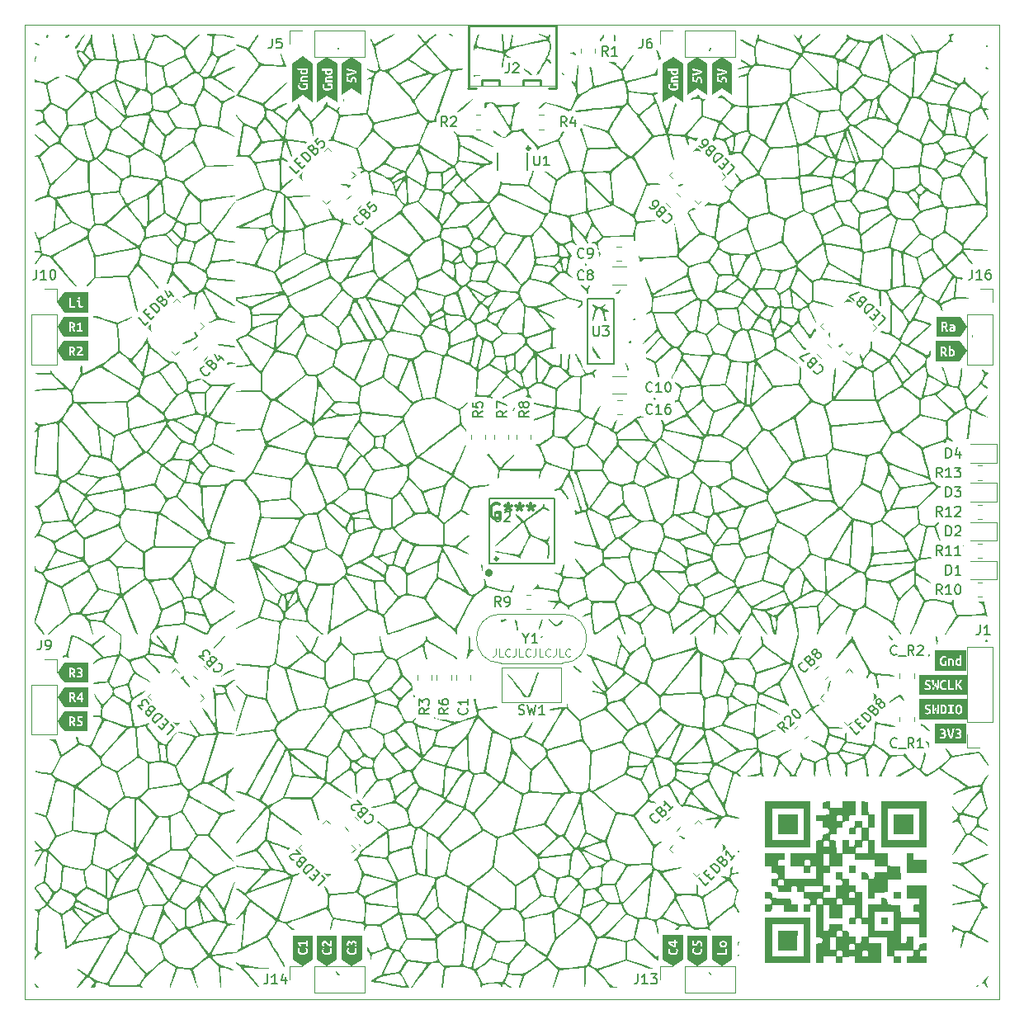
<source format=gto>
G04 #@! TF.GenerationSoftware,KiCad,Pcbnew,(6.0.5)*
G04 #@! TF.CreationDate,2022-06-26T21:28:57+02:00*
G04 #@! TF.ProjectId,5x5x2-part2,35783578-322d-4706-9172-74322e6b6963,rev?*
G04 #@! TF.SameCoordinates,Original*
G04 #@! TF.FileFunction,Legend,Top*
G04 #@! TF.FilePolarity,Positive*
%FSLAX46Y46*%
G04 Gerber Fmt 4.6, Leading zero omitted, Abs format (unit mm)*
G04 Created by KiCad (PCBNEW (6.0.5)) date 2022-06-26 21:28:57*
%MOMM*%
%LPD*%
G01*
G04 APERTURE LIST*
G04 #@! TA.AperFunction,Profile*
%ADD10C,0.100000*%
G04 #@! TD*
%ADD11C,0.120000*%
%ADD12C,0.150000*%
%ADD13C,0.300000*%
%ADD14C,0.125000*%
%ADD15C,0.250000*%
%ADD16C,0.200000*%
%ADD17C,0.400000*%
G04 APERTURE END LIST*
D10*
X240000000Y-38000000D02*
X240000000Y-138000000D01*
X240000000Y-138000000D02*
X140000000Y-138000000D01*
X140000000Y-138000000D02*
X140000000Y-38000000D01*
X194500000Y-38000000D02*
X194500000Y-44300000D01*
X185500000Y-38000000D02*
X140000000Y-38000000D01*
X194500000Y-38000000D02*
X240000000Y-38000000D01*
X194500000Y-44300000D02*
X185500000Y-44300000D01*
X185500000Y-44300000D02*
X185500000Y-38000000D01*
D11*
X188304761Y-102061904D02*
X188304761Y-102633333D01*
X188266666Y-102747619D01*
X188190476Y-102823809D01*
X188076190Y-102861904D01*
X188000000Y-102861904D01*
X189066666Y-102861904D02*
X188685714Y-102861904D01*
X188685714Y-102061904D01*
X189790476Y-102785714D02*
X189752380Y-102823809D01*
X189638095Y-102861904D01*
X189561904Y-102861904D01*
X189447619Y-102823809D01*
X189371428Y-102747619D01*
X189333333Y-102671428D01*
X189295238Y-102519047D01*
X189295238Y-102404761D01*
X189333333Y-102252380D01*
X189371428Y-102176190D01*
X189447619Y-102100000D01*
X189561904Y-102061904D01*
X189638095Y-102061904D01*
X189752380Y-102100000D01*
X189790476Y-102138095D01*
X190361904Y-102061904D02*
X190361904Y-102633333D01*
X190323809Y-102747619D01*
X190247619Y-102823809D01*
X190133333Y-102861904D01*
X190057142Y-102861904D01*
X191123809Y-102861904D02*
X190742857Y-102861904D01*
X190742857Y-102061904D01*
X191847619Y-102785714D02*
X191809523Y-102823809D01*
X191695238Y-102861904D01*
X191619047Y-102861904D01*
X191504761Y-102823809D01*
X191428571Y-102747619D01*
X191390476Y-102671428D01*
X191352380Y-102519047D01*
X191352380Y-102404761D01*
X191390476Y-102252380D01*
X191428571Y-102176190D01*
X191504761Y-102100000D01*
X191619047Y-102061904D01*
X191695238Y-102061904D01*
X191809523Y-102100000D01*
X191847619Y-102138095D01*
X192419047Y-102061904D02*
X192419047Y-102633333D01*
X192380952Y-102747619D01*
X192304761Y-102823809D01*
X192190476Y-102861904D01*
X192114285Y-102861904D01*
X193180952Y-102861904D02*
X192800000Y-102861904D01*
X192800000Y-102061904D01*
X193904761Y-102785714D02*
X193866666Y-102823809D01*
X193752380Y-102861904D01*
X193676190Y-102861904D01*
X193561904Y-102823809D01*
X193485714Y-102747619D01*
X193447619Y-102671428D01*
X193409523Y-102519047D01*
X193409523Y-102404761D01*
X193447619Y-102252380D01*
X193485714Y-102176190D01*
X193561904Y-102100000D01*
X193676190Y-102061904D01*
X193752380Y-102061904D01*
X193866666Y-102100000D01*
X193904761Y-102138095D01*
X194476190Y-102061904D02*
X194476190Y-102633333D01*
X194438095Y-102747619D01*
X194361904Y-102823809D01*
X194247619Y-102861904D01*
X194171428Y-102861904D01*
X195238095Y-102861904D02*
X194857142Y-102861904D01*
X194857142Y-102061904D01*
X195961904Y-102785714D02*
X195923809Y-102823809D01*
X195809523Y-102861904D01*
X195733333Y-102861904D01*
X195619047Y-102823809D01*
X195542857Y-102747619D01*
X195504761Y-102671428D01*
X195466666Y-102519047D01*
X195466666Y-102404761D01*
X195504761Y-102252380D01*
X195542857Y-102176190D01*
X195619047Y-102100000D01*
X195733333Y-102061904D01*
X195809523Y-102061904D01*
X195923809Y-102100000D01*
X195961904Y-102138095D01*
D12*
X154964721Y-109824957D02*
X155301438Y-110161675D01*
X154594331Y-110868782D01*
X154358629Y-109959644D02*
X154122927Y-109723942D01*
X154392301Y-109252538D02*
X154729018Y-109589255D01*
X154021912Y-110296362D01*
X153685194Y-109959644D01*
X154089255Y-108949492D02*
X153382148Y-109656599D01*
X153213790Y-109488240D01*
X153146446Y-109353553D01*
X153146446Y-109218866D01*
X153180118Y-109117851D01*
X153281133Y-108949492D01*
X153382148Y-108848477D01*
X153550507Y-108747461D01*
X153651522Y-108713790D01*
X153786209Y-108713790D01*
X153920896Y-108781133D01*
X154089255Y-108949492D01*
X152776057Y-108377072D02*
X152708713Y-108242385D01*
X152708713Y-108175042D01*
X152742385Y-108074026D01*
X152843400Y-107973011D01*
X152944416Y-107939339D01*
X153011759Y-107939339D01*
X153112774Y-107973011D01*
X153382148Y-108242385D01*
X152675042Y-108949492D01*
X152439339Y-108713790D01*
X152405668Y-108612774D01*
X152405668Y-108545431D01*
X152439339Y-108444416D01*
X152506683Y-108377072D01*
X152607698Y-108343400D01*
X152675042Y-108343400D01*
X152776057Y-108377072D01*
X153011759Y-108612774D01*
X152035278Y-108309729D02*
X151597546Y-107871996D01*
X152102622Y-107838324D01*
X152001607Y-107737309D01*
X151967935Y-107636294D01*
X151967935Y-107568950D01*
X152001607Y-107467935D01*
X152169965Y-107299576D01*
X152270981Y-107265904D01*
X152338324Y-107265904D01*
X152439339Y-107299576D01*
X152641370Y-107501607D01*
X152675042Y-107602622D01*
X152675042Y-107669965D01*
X181452380Y-108166666D02*
X180976190Y-108500000D01*
X181452380Y-108738095D02*
X180452380Y-108738095D01*
X180452380Y-108357142D01*
X180500000Y-108261904D01*
X180547619Y-108214285D01*
X180642857Y-108166666D01*
X180785714Y-108166666D01*
X180880952Y-108214285D01*
X180928571Y-108261904D01*
X180976190Y-108357142D01*
X180976190Y-108738095D01*
X180452380Y-107833333D02*
X180452380Y-107214285D01*
X180833333Y-107547619D01*
X180833333Y-107404761D01*
X180880952Y-107309523D01*
X180928571Y-107261904D01*
X181023809Y-107214285D01*
X181261904Y-107214285D01*
X181357142Y-107261904D01*
X181404761Y-107309523D01*
X181452380Y-107404761D01*
X181452380Y-107690476D01*
X181404761Y-107785714D01*
X181357142Y-107833333D01*
X191702380Y-77666666D02*
X191226190Y-78000000D01*
X191702380Y-78238095D02*
X190702380Y-78238095D01*
X190702380Y-77857142D01*
X190750000Y-77761904D01*
X190797619Y-77714285D01*
X190892857Y-77666666D01*
X191035714Y-77666666D01*
X191130952Y-77714285D01*
X191178571Y-77761904D01*
X191226190Y-77857142D01*
X191226190Y-78238095D01*
X191130952Y-77095238D02*
X191083333Y-77190476D01*
X191035714Y-77238095D01*
X190940476Y-77285714D01*
X190892857Y-77285714D01*
X190797619Y-77238095D01*
X190750000Y-77190476D01*
X190702380Y-77095238D01*
X190702380Y-76904761D01*
X190750000Y-76809523D01*
X190797619Y-76761904D01*
X190892857Y-76714285D01*
X190940476Y-76714285D01*
X191035714Y-76761904D01*
X191083333Y-76809523D01*
X191130952Y-76904761D01*
X191130952Y-77095238D01*
X191178571Y-77190476D01*
X191226190Y-77238095D01*
X191321428Y-77285714D01*
X191511904Y-77285714D01*
X191607142Y-77238095D01*
X191654761Y-77190476D01*
X191702380Y-77095238D01*
X191702380Y-76904761D01*
X191654761Y-76809523D01*
X191607142Y-76761904D01*
X191511904Y-76714285D01*
X191321428Y-76714285D01*
X191226190Y-76761904D01*
X191178571Y-76809523D01*
X191130952Y-76904761D01*
X204357142Y-77857142D02*
X204309523Y-77904761D01*
X204166666Y-77952380D01*
X204071428Y-77952380D01*
X203928571Y-77904761D01*
X203833333Y-77809523D01*
X203785714Y-77714285D01*
X203738095Y-77523809D01*
X203738095Y-77380952D01*
X203785714Y-77190476D01*
X203833333Y-77095238D01*
X203928571Y-77000000D01*
X204071428Y-76952380D01*
X204166666Y-76952380D01*
X204309523Y-77000000D01*
X204357142Y-77047619D01*
X205309523Y-77952380D02*
X204738095Y-77952380D01*
X205023809Y-77952380D02*
X205023809Y-76952380D01*
X204928571Y-77095238D01*
X204833333Y-77190476D01*
X204738095Y-77238095D01*
X206166666Y-76952380D02*
X205976190Y-76952380D01*
X205880952Y-77000000D01*
X205833333Y-77047619D01*
X205738095Y-77190476D01*
X205690476Y-77380952D01*
X205690476Y-77761904D01*
X205738095Y-77857142D01*
X205785714Y-77904761D01*
X205880952Y-77952380D01*
X206071428Y-77952380D01*
X206166666Y-77904761D01*
X206214285Y-77857142D01*
X206261904Y-77761904D01*
X206261904Y-77523809D01*
X206214285Y-77428571D01*
X206166666Y-77380952D01*
X206071428Y-77333333D01*
X205880952Y-77333333D01*
X205785714Y-77380952D01*
X205738095Y-77428571D01*
X205690476Y-77523809D01*
X197333333Y-64107142D02*
X197285714Y-64154761D01*
X197142857Y-64202380D01*
X197047619Y-64202380D01*
X196904761Y-64154761D01*
X196809523Y-64059523D01*
X196761904Y-63964285D01*
X196714285Y-63773809D01*
X196714285Y-63630952D01*
X196761904Y-63440476D01*
X196809523Y-63345238D01*
X196904761Y-63250000D01*
X197047619Y-63202380D01*
X197142857Y-63202380D01*
X197285714Y-63250000D01*
X197333333Y-63297619D01*
X197904761Y-63630952D02*
X197809523Y-63583333D01*
X197761904Y-63535714D01*
X197714285Y-63440476D01*
X197714285Y-63392857D01*
X197761904Y-63297619D01*
X197809523Y-63250000D01*
X197904761Y-63202380D01*
X198095238Y-63202380D01*
X198190476Y-63250000D01*
X198238095Y-63297619D01*
X198285714Y-63392857D01*
X198285714Y-63440476D01*
X198238095Y-63535714D01*
X198190476Y-63583333D01*
X198095238Y-63630952D01*
X197904761Y-63630952D01*
X197809523Y-63678571D01*
X197761904Y-63726190D01*
X197714285Y-63821428D01*
X197714285Y-64011904D01*
X197761904Y-64107142D01*
X197809523Y-64154761D01*
X197904761Y-64202380D01*
X198095238Y-64202380D01*
X198190476Y-64154761D01*
X198238095Y-64107142D01*
X198285714Y-64011904D01*
X198285714Y-63821428D01*
X198238095Y-63726190D01*
X198190476Y-63678571D01*
X198095238Y-63630952D01*
X210175042Y-125964721D02*
X209838324Y-126301438D01*
X209131217Y-125594331D01*
X210040355Y-125358629D02*
X210276057Y-125122927D01*
X210747461Y-125392301D02*
X210410744Y-125729018D01*
X209703637Y-125021912D01*
X210040355Y-124685194D01*
X211050507Y-125089255D02*
X210343400Y-124382148D01*
X210511759Y-124213790D01*
X210646446Y-124146446D01*
X210781133Y-124146446D01*
X210882148Y-124180118D01*
X211050507Y-124281133D01*
X211151522Y-124382148D01*
X211252538Y-124550507D01*
X211286209Y-124651522D01*
X211286209Y-124786209D01*
X211218866Y-124920896D01*
X211050507Y-125089255D01*
X211622927Y-123776057D02*
X211757614Y-123708713D01*
X211824957Y-123708713D01*
X211925973Y-123742385D01*
X212026988Y-123843400D01*
X212060660Y-123944416D01*
X212060660Y-124011759D01*
X212026988Y-124112774D01*
X211757614Y-124382148D01*
X211050507Y-123675042D01*
X211286209Y-123439339D01*
X211387225Y-123405668D01*
X211454568Y-123405668D01*
X211555583Y-123439339D01*
X211622927Y-123506683D01*
X211656599Y-123607698D01*
X211656599Y-123675042D01*
X211622927Y-123776057D01*
X211387225Y-124011759D01*
X212835110Y-123304652D02*
X212431049Y-123708713D01*
X212633079Y-123506683D02*
X211925973Y-122799576D01*
X211959644Y-122967935D01*
X211959644Y-123102622D01*
X211925973Y-123203637D01*
X158969072Y-73661881D02*
X158969072Y-73729225D01*
X158901729Y-73863912D01*
X158834385Y-73931255D01*
X158699698Y-73998599D01*
X158565011Y-73998599D01*
X158463996Y-73964927D01*
X158295637Y-73863912D01*
X158194622Y-73762896D01*
X158093607Y-73594538D01*
X158059935Y-73493522D01*
X158059935Y-73358835D01*
X158127278Y-73224148D01*
X158194622Y-73156805D01*
X158329309Y-73089461D01*
X158396652Y-73089461D01*
X159204774Y-72820087D02*
X159339461Y-72752744D01*
X159406805Y-72752744D01*
X159507820Y-72786416D01*
X159608835Y-72887431D01*
X159642507Y-72988446D01*
X159642507Y-73055790D01*
X159608835Y-73156805D01*
X159339461Y-73426179D01*
X158632355Y-72719072D01*
X158868057Y-72483370D01*
X158969072Y-72449698D01*
X159036416Y-72449698D01*
X159137431Y-72483370D01*
X159204774Y-72550713D01*
X159238446Y-72651729D01*
X159238446Y-72719072D01*
X159204774Y-72820087D01*
X158969072Y-73055790D01*
X159878209Y-71944622D02*
X160349614Y-72416026D01*
X159440477Y-71843607D02*
X159777194Y-72517042D01*
X160214927Y-72079309D01*
X175411881Y-119030927D02*
X175479225Y-119030927D01*
X175613912Y-119098270D01*
X175681255Y-119165614D01*
X175748599Y-119300301D01*
X175748599Y-119434988D01*
X175714927Y-119536003D01*
X175613912Y-119704362D01*
X175512896Y-119805377D01*
X175344538Y-119906392D01*
X175243522Y-119940064D01*
X175108835Y-119940064D01*
X174974148Y-119872721D01*
X174906805Y-119805377D01*
X174839461Y-119670690D01*
X174839461Y-119603347D01*
X174570087Y-118795225D02*
X174502744Y-118660538D01*
X174502744Y-118593194D01*
X174536416Y-118492179D01*
X174637431Y-118391164D01*
X174738446Y-118357492D01*
X174805790Y-118357492D01*
X174906805Y-118391164D01*
X175176179Y-118660538D01*
X174469072Y-119367644D01*
X174233370Y-119131942D01*
X174199698Y-119030927D01*
X174199698Y-118963583D01*
X174233370Y-118862568D01*
X174300713Y-118795225D01*
X174401729Y-118761553D01*
X174469072Y-118761553D01*
X174570087Y-118795225D01*
X174805790Y-119030927D01*
X173862981Y-118626866D02*
X173795637Y-118626866D01*
X173694622Y-118593194D01*
X173526263Y-118424835D01*
X173492591Y-118323820D01*
X173492591Y-118256477D01*
X173526263Y-118155461D01*
X173593607Y-118088118D01*
X173728294Y-118020774D01*
X174536416Y-118020774D01*
X174098683Y-117583042D01*
X191413373Y-100976190D02*
X191413373Y-101452380D01*
X191080040Y-100452380D02*
X191413373Y-100976190D01*
X191746706Y-100452380D01*
X192603849Y-101452380D02*
X192032421Y-101452380D01*
X192318135Y-101452380D02*
X192318135Y-100452380D01*
X192222897Y-100595238D01*
X192127659Y-100690476D01*
X192032421Y-100738095D01*
X185357142Y-108166666D02*
X185404761Y-108214285D01*
X185452380Y-108357142D01*
X185452380Y-108452380D01*
X185404761Y-108595238D01*
X185309523Y-108690476D01*
X185214285Y-108738095D01*
X185023809Y-108785714D01*
X184880952Y-108785714D01*
X184690476Y-108738095D01*
X184595238Y-108690476D01*
X184500000Y-108595238D01*
X184452380Y-108452380D01*
X184452380Y-108357142D01*
X184500000Y-108214285D01*
X184547619Y-108166666D01*
X185452380Y-107214285D02*
X185452380Y-107785714D01*
X185452380Y-107500000D02*
X184452380Y-107500000D01*
X184595238Y-107595238D01*
X184690476Y-107690476D01*
X184738095Y-107785714D01*
X199833333Y-41202380D02*
X199500000Y-40726190D01*
X199261904Y-41202380D02*
X199261904Y-40202380D01*
X199642857Y-40202380D01*
X199738095Y-40250000D01*
X199785714Y-40297619D01*
X199833333Y-40392857D01*
X199833333Y-40535714D01*
X199785714Y-40630952D01*
X199738095Y-40678571D01*
X199642857Y-40726190D01*
X199261904Y-40726190D01*
X200785714Y-41202380D02*
X200214285Y-41202380D01*
X200500000Y-41202380D02*
X200500000Y-40202380D01*
X200404761Y-40345238D01*
X200309523Y-40440476D01*
X200214285Y-40488095D01*
X203371666Y-39427380D02*
X203371666Y-40141666D01*
X203324047Y-40284523D01*
X203228809Y-40379761D01*
X203085952Y-40427380D01*
X202990714Y-40427380D01*
X204276428Y-39427380D02*
X204085952Y-39427380D01*
X203990714Y-39475000D01*
X203943095Y-39522619D01*
X203847857Y-39665476D01*
X203800238Y-39855952D01*
X203800238Y-40236904D01*
X203847857Y-40332142D01*
X203895476Y-40379761D01*
X203990714Y-40427380D01*
X204181190Y-40427380D01*
X204276428Y-40379761D01*
X204324047Y-40332142D01*
X204371666Y-40236904D01*
X204371666Y-39998809D01*
X204324047Y-39903571D01*
X204276428Y-39855952D01*
X204181190Y-39808333D01*
X203990714Y-39808333D01*
X203895476Y-39855952D01*
X203847857Y-39903571D01*
X203800238Y-39998809D01*
X190666666Y-108754761D02*
X190809523Y-108802380D01*
X191047619Y-108802380D01*
X191142857Y-108754761D01*
X191190476Y-108707142D01*
X191238095Y-108611904D01*
X191238095Y-108516666D01*
X191190476Y-108421428D01*
X191142857Y-108373809D01*
X191047619Y-108326190D01*
X190857142Y-108278571D01*
X190761904Y-108230952D01*
X190714285Y-108183333D01*
X190666666Y-108088095D01*
X190666666Y-107992857D01*
X190714285Y-107897619D01*
X190761904Y-107850000D01*
X190857142Y-107802380D01*
X191095238Y-107802380D01*
X191238095Y-107850000D01*
X191571428Y-107802380D02*
X191809523Y-108802380D01*
X192000000Y-108088095D01*
X192190476Y-108802380D01*
X192428571Y-107802380D01*
X193333333Y-108802380D02*
X192761904Y-108802380D01*
X193047619Y-108802380D02*
X193047619Y-107802380D01*
X192952380Y-107945238D01*
X192857142Y-108040476D01*
X192761904Y-108088095D01*
X198318095Y-68952380D02*
X198318095Y-69761904D01*
X198365714Y-69857142D01*
X198413333Y-69904761D01*
X198508571Y-69952380D01*
X198699047Y-69952380D01*
X198794285Y-69904761D01*
X198841904Y-69857142D01*
X198889523Y-69761904D01*
X198889523Y-68952380D01*
X199270476Y-68952380D02*
X199889523Y-68952380D01*
X199556190Y-69333333D01*
X199699047Y-69333333D01*
X199794285Y-69380952D01*
X199841904Y-69428571D01*
X199889523Y-69523809D01*
X199889523Y-69761904D01*
X199841904Y-69857142D01*
X199794285Y-69904761D01*
X199699047Y-69952380D01*
X199413333Y-69952380D01*
X199318095Y-69904761D01*
X199270476Y-69857142D01*
X234511904Y-86452380D02*
X234511904Y-85452380D01*
X234750000Y-85452380D01*
X234892857Y-85500000D01*
X234988095Y-85595238D01*
X235035714Y-85690476D01*
X235083333Y-85880952D01*
X235083333Y-86023809D01*
X235035714Y-86214285D01*
X234988095Y-86309523D01*
X234892857Y-86404761D01*
X234750000Y-86452380D01*
X234511904Y-86452380D01*
X235416666Y-85452380D02*
X236035714Y-85452380D01*
X235702380Y-85833333D01*
X235845238Y-85833333D01*
X235940476Y-85880952D01*
X235988095Y-85928571D01*
X236035714Y-86023809D01*
X236035714Y-86261904D01*
X235988095Y-86357142D01*
X235940476Y-86404761D01*
X235845238Y-86452380D01*
X235559523Y-86452380D01*
X235464285Y-86404761D01*
X235416666Y-86357142D01*
X218343821Y-110212489D02*
X217771402Y-110111474D01*
X217939760Y-110616550D02*
X217232654Y-109909443D01*
X217502028Y-109640069D01*
X217603043Y-109606397D01*
X217670386Y-109606397D01*
X217771402Y-109640069D01*
X217872417Y-109741084D01*
X217906089Y-109842100D01*
X217906089Y-109909443D01*
X217872417Y-110010458D01*
X217603043Y-110279832D01*
X217973432Y-109303351D02*
X217973432Y-109236008D01*
X218007104Y-109134993D01*
X218175463Y-108966634D01*
X218276478Y-108932962D01*
X218343821Y-108932962D01*
X218444837Y-108966634D01*
X218512180Y-109033977D01*
X218579524Y-109168664D01*
X218579524Y-109976787D01*
X219017257Y-109539054D01*
X218747883Y-108394214D02*
X218815226Y-108326871D01*
X218916241Y-108293199D01*
X218983585Y-108293199D01*
X219084600Y-108326871D01*
X219252959Y-108427886D01*
X219421318Y-108596245D01*
X219522333Y-108764603D01*
X219556005Y-108865619D01*
X219556005Y-108932962D01*
X219522333Y-109033977D01*
X219454989Y-109101321D01*
X219353974Y-109134993D01*
X219286631Y-109134993D01*
X219185615Y-109101321D01*
X219017257Y-109000306D01*
X218848898Y-108831947D01*
X218747883Y-108663588D01*
X218714211Y-108562573D01*
X218714211Y-108495229D01*
X218747883Y-108394214D01*
X165371666Y-39427380D02*
X165371666Y-40141666D01*
X165324047Y-40284523D01*
X165228809Y-40379761D01*
X165085952Y-40427380D01*
X164990714Y-40427380D01*
X166324047Y-39427380D02*
X165847857Y-39427380D01*
X165800238Y-39903571D01*
X165847857Y-39855952D01*
X165943095Y-39808333D01*
X166181190Y-39808333D01*
X166276428Y-39855952D01*
X166324047Y-39903571D01*
X166371666Y-39998809D01*
X166371666Y-40236904D01*
X166324047Y-40332142D01*
X166276428Y-40379761D01*
X166181190Y-40427380D01*
X165943095Y-40427380D01*
X165847857Y-40379761D01*
X165800238Y-40332142D01*
X220343194Y-104036003D02*
X220343194Y-104103347D01*
X220275851Y-104238034D01*
X220208507Y-104305377D01*
X220073820Y-104372721D01*
X219939133Y-104372721D01*
X219838118Y-104339049D01*
X219669759Y-104238034D01*
X219568744Y-104137018D01*
X219467729Y-103968660D01*
X219434057Y-103867644D01*
X219434057Y-103732957D01*
X219501400Y-103598270D01*
X219568744Y-103530927D01*
X219703431Y-103463583D01*
X219770774Y-103463583D01*
X220578896Y-103194209D02*
X220713583Y-103126866D01*
X220780927Y-103126866D01*
X220881942Y-103160538D01*
X220982957Y-103261553D01*
X221016629Y-103362568D01*
X221016629Y-103429912D01*
X220982957Y-103530927D01*
X220713583Y-103800301D01*
X220006477Y-103093194D01*
X220242179Y-102857492D01*
X220343194Y-102823820D01*
X220410538Y-102823820D01*
X220511553Y-102857492D01*
X220578896Y-102924835D01*
X220612568Y-103025851D01*
X220612568Y-103093194D01*
X220578896Y-103194209D01*
X220343194Y-103429912D01*
X221117644Y-102588118D02*
X221016629Y-102621790D01*
X220949286Y-102621790D01*
X220848270Y-102588118D01*
X220814599Y-102554446D01*
X220780927Y-102453431D01*
X220780927Y-102386087D01*
X220814599Y-102285072D01*
X220949286Y-102150385D01*
X221050301Y-102116713D01*
X221117644Y-102116713D01*
X221218660Y-102150385D01*
X221252331Y-102184057D01*
X221286003Y-102285072D01*
X221286003Y-102352416D01*
X221252331Y-102453431D01*
X221117644Y-102588118D01*
X221083973Y-102689133D01*
X221083973Y-102756477D01*
X221117644Y-102857492D01*
X221252331Y-102992179D01*
X221353347Y-103025851D01*
X221420690Y-103025851D01*
X221521705Y-102992179D01*
X221656392Y-102857492D01*
X221690064Y-102756477D01*
X221690064Y-102689133D01*
X221656392Y-102588118D01*
X221521705Y-102453431D01*
X221420690Y-102419759D01*
X221353347Y-102419759D01*
X221252331Y-102453431D01*
X197333333Y-61857142D02*
X197285714Y-61904761D01*
X197142857Y-61952380D01*
X197047619Y-61952380D01*
X196904761Y-61904761D01*
X196809523Y-61809523D01*
X196761904Y-61714285D01*
X196714285Y-61523809D01*
X196714285Y-61380952D01*
X196761904Y-61190476D01*
X196809523Y-61095238D01*
X196904761Y-61000000D01*
X197047619Y-60952380D01*
X197142857Y-60952380D01*
X197285714Y-61000000D01*
X197333333Y-61047619D01*
X197809523Y-61952380D02*
X198000000Y-61952380D01*
X198095238Y-61904761D01*
X198142857Y-61857142D01*
X198238095Y-61714285D01*
X198285714Y-61523809D01*
X198285714Y-61142857D01*
X198238095Y-61047619D01*
X198190476Y-61000000D01*
X198095238Y-60952380D01*
X197904761Y-60952380D01*
X197809523Y-61000000D01*
X197761904Y-61047619D01*
X197714285Y-61142857D01*
X197714285Y-61380952D01*
X197761904Y-61476190D01*
X197809523Y-61523809D01*
X197904761Y-61571428D01*
X198095238Y-61571428D01*
X198190476Y-61523809D01*
X198238095Y-61476190D01*
X198285714Y-61380952D01*
X189666666Y-41952380D02*
X189666666Y-42666666D01*
X189619047Y-42809523D01*
X189523809Y-42904761D01*
X189380952Y-42952380D01*
X189285714Y-42952380D01*
X190095238Y-42047619D02*
X190142857Y-42000000D01*
X190238095Y-41952380D01*
X190476190Y-41952380D01*
X190571428Y-42000000D01*
X190619047Y-42047619D01*
X190666666Y-42142857D01*
X190666666Y-42238095D01*
X190619047Y-42380952D01*
X190047619Y-42952380D01*
X190666666Y-42952380D01*
X159911881Y-103530927D02*
X159979225Y-103530927D01*
X160113912Y-103598270D01*
X160181255Y-103665614D01*
X160248599Y-103800301D01*
X160248599Y-103934988D01*
X160214927Y-104036003D01*
X160113912Y-104204362D01*
X160012896Y-104305377D01*
X159844538Y-104406392D01*
X159743522Y-104440064D01*
X159608835Y-104440064D01*
X159474148Y-104372721D01*
X159406805Y-104305377D01*
X159339461Y-104170690D01*
X159339461Y-104103347D01*
X159070087Y-103295225D02*
X159002744Y-103160538D01*
X159002744Y-103093194D01*
X159036416Y-102992179D01*
X159137431Y-102891164D01*
X159238446Y-102857492D01*
X159305790Y-102857492D01*
X159406805Y-102891164D01*
X159676179Y-103160538D01*
X158969072Y-103867644D01*
X158733370Y-103631942D01*
X158699698Y-103530927D01*
X158699698Y-103463583D01*
X158733370Y-103362568D01*
X158800713Y-103295225D01*
X158901729Y-103261553D01*
X158969072Y-103261553D01*
X159070087Y-103295225D01*
X159305790Y-103530927D01*
X158329309Y-103227881D02*
X157891576Y-102790148D01*
X158396652Y-102756477D01*
X158295637Y-102655461D01*
X158261965Y-102554446D01*
X158261965Y-102487103D01*
X158295637Y-102386087D01*
X158463996Y-102217729D01*
X158565011Y-102184057D01*
X158632355Y-102184057D01*
X158733370Y-102217729D01*
X158935400Y-102419759D01*
X158969072Y-102520774D01*
X158969072Y-102588118D01*
X204357142Y-75607142D02*
X204309523Y-75654761D01*
X204166666Y-75702380D01*
X204071428Y-75702380D01*
X203928571Y-75654761D01*
X203833333Y-75559523D01*
X203785714Y-75464285D01*
X203738095Y-75273809D01*
X203738095Y-75130952D01*
X203785714Y-74940476D01*
X203833333Y-74845238D01*
X203928571Y-74750000D01*
X204071428Y-74702380D01*
X204166666Y-74702380D01*
X204309523Y-74750000D01*
X204357142Y-74797619D01*
X205309523Y-75702380D02*
X204738095Y-75702380D01*
X205023809Y-75702380D02*
X205023809Y-74702380D01*
X204928571Y-74845238D01*
X204833333Y-74940476D01*
X204738095Y-74988095D01*
X205928571Y-74702380D02*
X206023809Y-74702380D01*
X206119047Y-74750000D01*
X206166666Y-74797619D01*
X206214285Y-74892857D01*
X206261904Y-75083333D01*
X206261904Y-75321428D01*
X206214285Y-75511904D01*
X206166666Y-75607142D01*
X206119047Y-75654761D01*
X206023809Y-75702380D01*
X205928571Y-75702380D01*
X205833333Y-75654761D01*
X205785714Y-75607142D01*
X205738095Y-75511904D01*
X205690476Y-75321428D01*
X205690476Y-75083333D01*
X205738095Y-74892857D01*
X205785714Y-74797619D01*
X205833333Y-74750000D01*
X205928571Y-74702380D01*
X234107142Y-96452380D02*
X233773809Y-95976190D01*
X233535714Y-96452380D02*
X233535714Y-95452380D01*
X233916666Y-95452380D01*
X234011904Y-95500000D01*
X234059523Y-95547619D01*
X234107142Y-95642857D01*
X234107142Y-95785714D01*
X234059523Y-95880952D01*
X234011904Y-95928571D01*
X233916666Y-95976190D01*
X233535714Y-95976190D01*
X235059523Y-96452380D02*
X234488095Y-96452380D01*
X234773809Y-96452380D02*
X234773809Y-95452380D01*
X234678571Y-95595238D01*
X234583333Y-95690476D01*
X234488095Y-95738095D01*
X235678571Y-95452380D02*
X235773809Y-95452380D01*
X235869047Y-95500000D01*
X235916666Y-95547619D01*
X235964285Y-95642857D01*
X236011904Y-95833333D01*
X236011904Y-96071428D01*
X235964285Y-96261904D01*
X235916666Y-96357142D01*
X235869047Y-96404761D01*
X235773809Y-96452380D01*
X235678571Y-96452380D01*
X235583333Y-96404761D01*
X235535714Y-96357142D01*
X235488095Y-96261904D01*
X235440476Y-96071428D01*
X235440476Y-95833333D01*
X235488095Y-95642857D01*
X235535714Y-95547619D01*
X235583333Y-95500000D01*
X235678571Y-95452380D01*
X141666666Y-101142380D02*
X141666666Y-101856666D01*
X141619047Y-101999523D01*
X141523809Y-102094761D01*
X141380952Y-102142380D01*
X141285714Y-102142380D01*
X142190476Y-102142380D02*
X142380952Y-102142380D01*
X142476190Y-102094761D01*
X142523809Y-102047142D01*
X142619047Y-101904285D01*
X142666666Y-101713809D01*
X142666666Y-101332857D01*
X142619047Y-101237619D01*
X142571428Y-101190000D01*
X142476190Y-101142380D01*
X142285714Y-101142380D01*
X142190476Y-101190000D01*
X142142857Y-101237619D01*
X142095238Y-101332857D01*
X142095238Y-101570952D01*
X142142857Y-101666190D01*
X142190476Y-101713809D01*
X142285714Y-101761428D01*
X142476190Y-101761428D01*
X142571428Y-101713809D01*
X142619047Y-101666190D01*
X142666666Y-101570952D01*
D13*
X188657428Y-87238000D02*
X188512285Y-87165428D01*
X188294571Y-87165428D01*
X188076857Y-87238000D01*
X187931714Y-87383142D01*
X187859142Y-87528285D01*
X187786571Y-87818571D01*
X187786571Y-88036285D01*
X187859142Y-88326571D01*
X187931714Y-88471714D01*
X188076857Y-88616857D01*
X188294571Y-88689428D01*
X188439714Y-88689428D01*
X188657428Y-88616857D01*
X188730000Y-88544285D01*
X188730000Y-88036285D01*
X188439714Y-88036285D01*
X189600857Y-87165428D02*
X189600857Y-87528285D01*
X189238000Y-87383142D02*
X189600857Y-87528285D01*
X189963714Y-87383142D01*
X189383142Y-87818571D02*
X189600857Y-87528285D01*
X189818571Y-87818571D01*
X190762000Y-87165428D02*
X190762000Y-87528285D01*
X190399142Y-87383142D02*
X190762000Y-87528285D01*
X191124857Y-87383142D01*
X190544285Y-87818571D02*
X190762000Y-87528285D01*
X190979714Y-87818571D01*
X191923142Y-87165428D02*
X191923142Y-87528285D01*
X191560285Y-87383142D02*
X191923142Y-87528285D01*
X192286000Y-87383142D01*
X191705428Y-87818571D02*
X191923142Y-87528285D01*
X192140857Y-87818571D01*
D12*
X229452380Y-112107142D02*
X229404761Y-112154761D01*
X229261904Y-112202380D01*
X229166666Y-112202380D01*
X229023809Y-112154761D01*
X228928571Y-112059523D01*
X228880952Y-111964285D01*
X228833333Y-111773809D01*
X228833333Y-111630952D01*
X228880952Y-111440476D01*
X228928571Y-111345238D01*
X229023809Y-111250000D01*
X229166666Y-111202380D01*
X229261904Y-111202380D01*
X229404761Y-111250000D01*
X229452380Y-111297619D01*
X229642857Y-112297619D02*
X230404761Y-112297619D01*
X231214285Y-112202380D02*
X230880952Y-111726190D01*
X230642857Y-112202380D02*
X230642857Y-111202380D01*
X231023809Y-111202380D01*
X231119047Y-111250000D01*
X231166666Y-111297619D01*
X231214285Y-111392857D01*
X231214285Y-111535714D01*
X231166666Y-111630952D01*
X231119047Y-111678571D01*
X231023809Y-111726190D01*
X230642857Y-111726190D01*
X232166666Y-112202380D02*
X231595238Y-112202380D01*
X231880952Y-112202380D02*
X231880952Y-111202380D01*
X231785714Y-111345238D01*
X231690476Y-111440476D01*
X231595238Y-111488095D01*
X227964721Y-67824957D02*
X228301438Y-68161675D01*
X227594331Y-68868782D01*
X227358629Y-67959644D02*
X227122927Y-67723942D01*
X227392301Y-67252538D02*
X227729018Y-67589255D01*
X227021912Y-68296362D01*
X226685194Y-67959644D01*
X227089255Y-66949492D02*
X226382148Y-67656599D01*
X226213790Y-67488240D01*
X226146446Y-67353553D01*
X226146446Y-67218866D01*
X226180118Y-67117851D01*
X226281133Y-66949492D01*
X226382148Y-66848477D01*
X226550507Y-66747461D01*
X226651522Y-66713790D01*
X226786209Y-66713790D01*
X226920896Y-66781133D01*
X227089255Y-66949492D01*
X225776057Y-66377072D02*
X225708713Y-66242385D01*
X225708713Y-66175042D01*
X225742385Y-66074026D01*
X225843400Y-65973011D01*
X225944416Y-65939339D01*
X226011759Y-65939339D01*
X226112774Y-65973011D01*
X226382148Y-66242385D01*
X225675042Y-66949492D01*
X225439339Y-66713790D01*
X225405668Y-66612774D01*
X225405668Y-66545431D01*
X225439339Y-66444416D01*
X225506683Y-66377072D01*
X225607698Y-66343400D01*
X225675042Y-66343400D01*
X225776057Y-66377072D01*
X226011759Y-66612774D01*
X225035278Y-66309729D02*
X224563874Y-65838324D01*
X225574026Y-65434263D01*
X229452380Y-102607142D02*
X229404761Y-102654761D01*
X229261904Y-102702380D01*
X229166666Y-102702380D01*
X229023809Y-102654761D01*
X228928571Y-102559523D01*
X228880952Y-102464285D01*
X228833333Y-102273809D01*
X228833333Y-102130952D01*
X228880952Y-101940476D01*
X228928571Y-101845238D01*
X229023809Y-101750000D01*
X229166666Y-101702380D01*
X229261904Y-101702380D01*
X229404761Y-101750000D01*
X229452380Y-101797619D01*
X229642857Y-102797619D02*
X230404761Y-102797619D01*
X231214285Y-102702380D02*
X230880952Y-102226190D01*
X230642857Y-102702380D02*
X230642857Y-101702380D01*
X231023809Y-101702380D01*
X231119047Y-101750000D01*
X231166666Y-101797619D01*
X231214285Y-101892857D01*
X231214285Y-102035714D01*
X231166666Y-102130952D01*
X231119047Y-102178571D01*
X231023809Y-102226190D01*
X230642857Y-102226190D01*
X231595238Y-101797619D02*
X231642857Y-101750000D01*
X231738095Y-101702380D01*
X231976190Y-101702380D01*
X232071428Y-101750000D01*
X232119047Y-101797619D01*
X232166666Y-101892857D01*
X232166666Y-101988095D01*
X232119047Y-102130952D01*
X231547619Y-102702380D01*
X232166666Y-102702380D01*
X152675042Y-68464721D02*
X152338324Y-68801438D01*
X151631217Y-68094331D01*
X152540355Y-67858629D02*
X152776057Y-67622927D01*
X153247461Y-67892301D02*
X152910744Y-68229018D01*
X152203637Y-67521912D01*
X152540355Y-67185194D01*
X153550507Y-67589255D02*
X152843400Y-66882148D01*
X153011759Y-66713790D01*
X153146446Y-66646446D01*
X153281133Y-66646446D01*
X153382148Y-66680118D01*
X153550507Y-66781133D01*
X153651522Y-66882148D01*
X153752538Y-67050507D01*
X153786209Y-67151522D01*
X153786209Y-67286209D01*
X153718866Y-67420896D01*
X153550507Y-67589255D01*
X154122927Y-66276057D02*
X154257614Y-66208713D01*
X154324957Y-66208713D01*
X154425973Y-66242385D01*
X154526988Y-66343400D01*
X154560660Y-66444416D01*
X154560660Y-66511759D01*
X154526988Y-66612774D01*
X154257614Y-66882148D01*
X153550507Y-66175042D01*
X153786209Y-65939339D01*
X153887225Y-65905668D01*
X153954568Y-65905668D01*
X154055583Y-65939339D01*
X154122927Y-66006683D01*
X154156599Y-66107698D01*
X154156599Y-66175042D01*
X154122927Y-66276057D01*
X153887225Y-66511759D01*
X154796362Y-65400591D02*
X155267766Y-65871996D01*
X154358629Y-65299576D02*
X154695347Y-65973011D01*
X155133079Y-65535278D01*
X212464721Y-52324957D02*
X212801438Y-52661675D01*
X212094331Y-53368782D01*
X211858629Y-52459644D02*
X211622927Y-52223942D01*
X211892301Y-51752538D02*
X212229018Y-52089255D01*
X211521912Y-52796362D01*
X211185194Y-52459644D01*
X211589255Y-51449492D02*
X210882148Y-52156599D01*
X210713790Y-51988240D01*
X210646446Y-51853553D01*
X210646446Y-51718866D01*
X210680118Y-51617851D01*
X210781133Y-51449492D01*
X210882148Y-51348477D01*
X211050507Y-51247461D01*
X211151522Y-51213790D01*
X211286209Y-51213790D01*
X211420896Y-51281133D01*
X211589255Y-51449492D01*
X210276057Y-50877072D02*
X210208713Y-50742385D01*
X210208713Y-50675042D01*
X210242385Y-50574026D01*
X210343400Y-50473011D01*
X210444416Y-50439339D01*
X210511759Y-50439339D01*
X210612774Y-50473011D01*
X210882148Y-50742385D01*
X210175042Y-51449492D01*
X209939339Y-51213790D01*
X209905668Y-51112774D01*
X209905668Y-51045431D01*
X209939339Y-50944416D01*
X210006683Y-50877072D01*
X210107698Y-50843400D01*
X210175042Y-50843400D01*
X210276057Y-50877072D01*
X210511759Y-51112774D01*
X209164889Y-50439339D02*
X209299576Y-50574026D01*
X209400591Y-50607698D01*
X209467935Y-50607698D01*
X209636294Y-50574026D01*
X209804652Y-50473011D01*
X210074026Y-50203637D01*
X210107698Y-50102622D01*
X210107698Y-50035278D01*
X210074026Y-49934263D01*
X209939339Y-49799576D01*
X209838324Y-49765904D01*
X209770981Y-49765904D01*
X209669965Y-49799576D01*
X209501607Y-49967935D01*
X209467935Y-50068950D01*
X209467935Y-50136294D01*
X209501607Y-50237309D01*
X209636294Y-50371996D01*
X209737309Y-50405668D01*
X209804652Y-50405668D01*
X209905668Y-50371996D01*
X141190476Y-63142380D02*
X141190476Y-63856666D01*
X141142857Y-63999523D01*
X141047619Y-64094761D01*
X140904761Y-64142380D01*
X140809523Y-64142380D01*
X142190476Y-64142380D02*
X141619047Y-64142380D01*
X141904761Y-64142380D02*
X141904761Y-63142380D01*
X141809523Y-63285238D01*
X141714285Y-63380476D01*
X141619047Y-63428095D01*
X142809523Y-63142380D02*
X142904761Y-63142380D01*
X143000000Y-63190000D01*
X143047619Y-63237619D01*
X143095238Y-63332857D01*
X143142857Y-63523333D01*
X143142857Y-63761428D01*
X143095238Y-63951904D01*
X143047619Y-64047142D01*
X143000000Y-64094761D01*
X142904761Y-64142380D01*
X142809523Y-64142380D01*
X142714285Y-64094761D01*
X142666666Y-64047142D01*
X142619047Y-63951904D01*
X142571428Y-63761428D01*
X142571428Y-63523333D01*
X142619047Y-63332857D01*
X142666666Y-63237619D01*
X142714285Y-63190000D01*
X142809523Y-63142380D01*
X234511904Y-90452380D02*
X234511904Y-89452380D01*
X234750000Y-89452380D01*
X234892857Y-89500000D01*
X234988095Y-89595238D01*
X235035714Y-89690476D01*
X235083333Y-89880952D01*
X235083333Y-90023809D01*
X235035714Y-90214285D01*
X234988095Y-90309523D01*
X234892857Y-90404761D01*
X234750000Y-90452380D01*
X234511904Y-90452380D01*
X235464285Y-89547619D02*
X235511904Y-89500000D01*
X235607142Y-89452380D01*
X235845238Y-89452380D01*
X235940476Y-89500000D01*
X235988095Y-89547619D01*
X236035714Y-89642857D01*
X236035714Y-89738095D01*
X235988095Y-89880952D01*
X235416666Y-90452380D01*
X236035714Y-90452380D01*
X174719072Y-58161881D02*
X174719072Y-58229225D01*
X174651729Y-58363912D01*
X174584385Y-58431255D01*
X174449698Y-58498599D01*
X174315011Y-58498599D01*
X174213996Y-58464927D01*
X174045637Y-58363912D01*
X173944622Y-58262896D01*
X173843607Y-58094538D01*
X173809935Y-57993522D01*
X173809935Y-57858835D01*
X173877278Y-57724148D01*
X173944622Y-57656805D01*
X174079309Y-57589461D01*
X174146652Y-57589461D01*
X174954774Y-57320087D02*
X175089461Y-57252744D01*
X175156805Y-57252744D01*
X175257820Y-57286416D01*
X175358835Y-57387431D01*
X175392507Y-57488446D01*
X175392507Y-57555790D01*
X175358835Y-57656805D01*
X175089461Y-57926179D01*
X174382355Y-57219072D01*
X174618057Y-56983370D01*
X174719072Y-56949698D01*
X174786416Y-56949698D01*
X174887431Y-56983370D01*
X174954774Y-57050713D01*
X174988446Y-57151729D01*
X174988446Y-57219072D01*
X174954774Y-57320087D01*
X174719072Y-57555790D01*
X175426179Y-56175248D02*
X175089461Y-56511965D01*
X175392507Y-56882355D01*
X175392507Y-56815011D01*
X175426179Y-56713996D01*
X175594538Y-56545637D01*
X175695553Y-56511965D01*
X175762896Y-56511965D01*
X175863912Y-56545637D01*
X176032270Y-56713996D01*
X176065942Y-56815011D01*
X176065942Y-56882355D01*
X176032270Y-56983370D01*
X175863912Y-57151729D01*
X175762896Y-57185400D01*
X175695553Y-57185400D01*
X192238095Y-51452380D02*
X192238095Y-52261904D01*
X192285714Y-52357142D01*
X192333333Y-52404761D01*
X192428571Y-52452380D01*
X192619047Y-52452380D01*
X192714285Y-52404761D01*
X192761904Y-52357142D01*
X192809523Y-52261904D01*
X192809523Y-51452380D01*
X193809523Y-52452380D02*
X193238095Y-52452380D01*
X193523809Y-52452380D02*
X193523809Y-51452380D01*
X193428571Y-51595238D01*
X193333333Y-51690476D01*
X193238095Y-51738095D01*
X202895476Y-135427380D02*
X202895476Y-136141666D01*
X202847857Y-136284523D01*
X202752619Y-136379761D01*
X202609761Y-136427380D01*
X202514523Y-136427380D01*
X203895476Y-136427380D02*
X203324047Y-136427380D01*
X203609761Y-136427380D02*
X203609761Y-135427380D01*
X203514523Y-135570238D01*
X203419285Y-135665476D01*
X203324047Y-135713095D01*
X204228809Y-135427380D02*
X204847857Y-135427380D01*
X204514523Y-135808333D01*
X204657380Y-135808333D01*
X204752619Y-135855952D01*
X204800238Y-135903571D01*
X204847857Y-135998809D01*
X204847857Y-136236904D01*
X204800238Y-136332142D01*
X204752619Y-136379761D01*
X204657380Y-136427380D01*
X204371666Y-136427380D01*
X204276428Y-136379761D01*
X204228809Y-136332142D01*
X188238095Y-87952380D02*
X188238095Y-88761904D01*
X188285714Y-88857142D01*
X188333333Y-88904761D01*
X188428571Y-88952380D01*
X188619047Y-88952380D01*
X188714285Y-88904761D01*
X188761904Y-88857142D01*
X188809523Y-88761904D01*
X188809523Y-87952380D01*
X189238095Y-88047619D02*
X189285714Y-88000000D01*
X189380952Y-87952380D01*
X189619047Y-87952380D01*
X189714285Y-88000000D01*
X189761904Y-88047619D01*
X189809523Y-88142857D01*
X189809523Y-88238095D01*
X189761904Y-88380952D01*
X189190476Y-88952380D01*
X189809523Y-88952380D01*
X205093194Y-119536003D02*
X205093194Y-119603347D01*
X205025851Y-119738034D01*
X204958507Y-119805377D01*
X204823820Y-119872721D01*
X204689133Y-119872721D01*
X204588118Y-119839049D01*
X204419759Y-119738034D01*
X204318744Y-119637018D01*
X204217729Y-119468660D01*
X204184057Y-119367644D01*
X204184057Y-119232957D01*
X204251400Y-119098270D01*
X204318744Y-119030927D01*
X204453431Y-118963583D01*
X204520774Y-118963583D01*
X205328896Y-118694209D02*
X205463583Y-118626866D01*
X205530927Y-118626866D01*
X205631942Y-118660538D01*
X205732957Y-118761553D01*
X205766629Y-118862568D01*
X205766629Y-118929912D01*
X205732957Y-119030927D01*
X205463583Y-119300301D01*
X204756477Y-118593194D01*
X204992179Y-118357492D01*
X205093194Y-118323820D01*
X205160538Y-118323820D01*
X205261553Y-118357492D01*
X205328896Y-118424835D01*
X205362568Y-118525851D01*
X205362568Y-118593194D01*
X205328896Y-118694209D01*
X205093194Y-118929912D01*
X206541079Y-118222805D02*
X206137018Y-118626866D01*
X206339049Y-118424835D02*
X205631942Y-117717729D01*
X205665614Y-117886087D01*
X205665614Y-118020774D01*
X205631942Y-118121790D01*
X188833333Y-97702380D02*
X188500000Y-97226190D01*
X188261904Y-97702380D02*
X188261904Y-96702380D01*
X188642857Y-96702380D01*
X188738095Y-96750000D01*
X188785714Y-96797619D01*
X188833333Y-96892857D01*
X188833333Y-97035714D01*
X188785714Y-97130952D01*
X188738095Y-97178571D01*
X188642857Y-97226190D01*
X188261904Y-97226190D01*
X189309523Y-97702380D02*
X189500000Y-97702380D01*
X189595238Y-97654761D01*
X189642857Y-97607142D01*
X189738095Y-97464285D01*
X189785714Y-97273809D01*
X189785714Y-96892857D01*
X189738095Y-96797619D01*
X189690476Y-96750000D01*
X189595238Y-96702380D01*
X189404761Y-96702380D01*
X189309523Y-96750000D01*
X189261904Y-96797619D01*
X189214285Y-96892857D01*
X189214285Y-97130952D01*
X189261904Y-97226190D01*
X189309523Y-97273809D01*
X189404761Y-97321428D01*
X189595238Y-97321428D01*
X189690476Y-97273809D01*
X189738095Y-97226190D01*
X189785714Y-97130952D01*
X234107142Y-92452380D02*
X233773809Y-91976190D01*
X233535714Y-92452380D02*
X233535714Y-91452380D01*
X233916666Y-91452380D01*
X234011904Y-91500000D01*
X234059523Y-91547619D01*
X234107142Y-91642857D01*
X234107142Y-91785714D01*
X234059523Y-91880952D01*
X234011904Y-91928571D01*
X233916666Y-91976190D01*
X233535714Y-91976190D01*
X235059523Y-92452380D02*
X234488095Y-92452380D01*
X234773809Y-92452380D02*
X234773809Y-91452380D01*
X234678571Y-91595238D01*
X234583333Y-91690476D01*
X234488095Y-91738095D01*
X236011904Y-92452380D02*
X235440476Y-92452380D01*
X235726190Y-92452380D02*
X235726190Y-91452380D01*
X235630952Y-91595238D01*
X235535714Y-91690476D01*
X235440476Y-91738095D01*
X234107142Y-88452380D02*
X233773809Y-87976190D01*
X233535714Y-88452380D02*
X233535714Y-87452380D01*
X233916666Y-87452380D01*
X234011904Y-87500000D01*
X234059523Y-87547619D01*
X234107142Y-87642857D01*
X234107142Y-87785714D01*
X234059523Y-87880952D01*
X234011904Y-87928571D01*
X233916666Y-87976190D01*
X233535714Y-87976190D01*
X235059523Y-88452380D02*
X234488095Y-88452380D01*
X234773809Y-88452380D02*
X234773809Y-87452380D01*
X234678571Y-87595238D01*
X234583333Y-87690476D01*
X234488095Y-87738095D01*
X235440476Y-87547619D02*
X235488095Y-87500000D01*
X235583333Y-87452380D01*
X235821428Y-87452380D01*
X235916666Y-87500000D01*
X235964285Y-87547619D01*
X236011904Y-87642857D01*
X236011904Y-87738095D01*
X235964285Y-87880952D01*
X235392857Y-88452380D01*
X236011904Y-88452380D01*
X221536003Y-72906805D02*
X221603347Y-72906805D01*
X221738034Y-72974148D01*
X221805377Y-73041492D01*
X221872721Y-73176179D01*
X221872721Y-73310866D01*
X221839049Y-73411881D01*
X221738034Y-73580240D01*
X221637018Y-73681255D01*
X221468660Y-73782270D01*
X221367644Y-73815942D01*
X221232957Y-73815942D01*
X221098270Y-73748599D01*
X221030927Y-73681255D01*
X220963583Y-73546568D01*
X220963583Y-73479225D01*
X220694209Y-72671103D02*
X220626866Y-72536416D01*
X220626866Y-72469072D01*
X220660538Y-72368057D01*
X220761553Y-72267042D01*
X220862568Y-72233370D01*
X220929912Y-72233370D01*
X221030927Y-72267042D01*
X221300301Y-72536416D01*
X220593194Y-73243522D01*
X220357492Y-73007820D01*
X220323820Y-72906805D01*
X220323820Y-72839461D01*
X220357492Y-72738446D01*
X220424835Y-72671103D01*
X220525851Y-72637431D01*
X220593194Y-72637431D01*
X220694209Y-72671103D01*
X220929912Y-72906805D01*
X219953431Y-72603759D02*
X219482026Y-72132355D01*
X220492179Y-71728294D01*
X225675042Y-110464721D02*
X225338324Y-110801438D01*
X224631217Y-110094331D01*
X225540355Y-109858629D02*
X225776057Y-109622927D01*
X226247461Y-109892301D02*
X225910744Y-110229018D01*
X225203637Y-109521912D01*
X225540355Y-109185194D01*
X226550507Y-109589255D02*
X225843400Y-108882148D01*
X226011759Y-108713790D01*
X226146446Y-108646446D01*
X226281133Y-108646446D01*
X226382148Y-108680118D01*
X226550507Y-108781133D01*
X226651522Y-108882148D01*
X226752538Y-109050507D01*
X226786209Y-109151522D01*
X226786209Y-109286209D01*
X226718866Y-109420896D01*
X226550507Y-109589255D01*
X227122927Y-108276057D02*
X227257614Y-108208713D01*
X227324957Y-108208713D01*
X227425973Y-108242385D01*
X227526988Y-108343400D01*
X227560660Y-108444416D01*
X227560660Y-108511759D01*
X227526988Y-108612774D01*
X227257614Y-108882148D01*
X226550507Y-108175042D01*
X226786209Y-107939339D01*
X226887225Y-107905668D01*
X226954568Y-107905668D01*
X227055583Y-107939339D01*
X227122927Y-108006683D01*
X227156599Y-108107698D01*
X227156599Y-108175042D01*
X227122927Y-108276057D01*
X226887225Y-108511759D01*
X227661675Y-107669965D02*
X227560660Y-107703637D01*
X227493316Y-107703637D01*
X227392301Y-107669965D01*
X227358629Y-107636294D01*
X227324957Y-107535278D01*
X227324957Y-107467935D01*
X227358629Y-107366920D01*
X227493316Y-107232233D01*
X227594331Y-107198561D01*
X227661675Y-107198561D01*
X227762690Y-107232233D01*
X227796362Y-107265904D01*
X227830034Y-107366920D01*
X227830034Y-107434263D01*
X227796362Y-107535278D01*
X227661675Y-107669965D01*
X227628003Y-107770981D01*
X227628003Y-107838324D01*
X227661675Y-107939339D01*
X227796362Y-108074026D01*
X227897377Y-108107698D01*
X227964721Y-108107698D01*
X228065736Y-108074026D01*
X228200423Y-107939339D01*
X228234095Y-107838324D01*
X228234095Y-107770981D01*
X228200423Y-107669965D01*
X228065736Y-107535278D01*
X227964721Y-107501607D01*
X227897377Y-107501607D01*
X227796362Y-107535278D01*
X206036003Y-57406805D02*
X206103347Y-57406805D01*
X206238034Y-57474148D01*
X206305377Y-57541492D01*
X206372721Y-57676179D01*
X206372721Y-57810866D01*
X206339049Y-57911881D01*
X206238034Y-58080240D01*
X206137018Y-58181255D01*
X205968660Y-58282270D01*
X205867644Y-58315942D01*
X205732957Y-58315942D01*
X205598270Y-58248599D01*
X205530927Y-58181255D01*
X205463583Y-58046568D01*
X205463583Y-57979225D01*
X205194209Y-57171103D02*
X205126866Y-57036416D01*
X205126866Y-56969072D01*
X205160538Y-56868057D01*
X205261553Y-56767042D01*
X205362568Y-56733370D01*
X205429912Y-56733370D01*
X205530927Y-56767042D01*
X205800301Y-57036416D01*
X205093194Y-57743522D01*
X204857492Y-57507820D01*
X204823820Y-57406805D01*
X204823820Y-57339461D01*
X204857492Y-57238446D01*
X204924835Y-57171103D01*
X205025851Y-57137431D01*
X205093194Y-57137431D01*
X205194209Y-57171103D01*
X205429912Y-57406805D01*
X204083042Y-56733370D02*
X204217729Y-56868057D01*
X204318744Y-56901729D01*
X204386087Y-56901729D01*
X204554446Y-56868057D01*
X204722805Y-56767042D01*
X204992179Y-56497668D01*
X205025851Y-56396652D01*
X205025851Y-56329309D01*
X204992179Y-56228294D01*
X204857492Y-56093607D01*
X204756477Y-56059935D01*
X204689133Y-56059935D01*
X204588118Y-56093607D01*
X204419759Y-56261965D01*
X204386087Y-56362981D01*
X204386087Y-56430324D01*
X204419759Y-56531339D01*
X204554446Y-56666026D01*
X204655461Y-56699698D01*
X204722805Y-56699698D01*
X204823820Y-56666026D01*
X234107142Y-84452380D02*
X233773809Y-83976190D01*
X233535714Y-84452380D02*
X233535714Y-83452380D01*
X233916666Y-83452380D01*
X234011904Y-83500000D01*
X234059523Y-83547619D01*
X234107142Y-83642857D01*
X234107142Y-83785714D01*
X234059523Y-83880952D01*
X234011904Y-83928571D01*
X233916666Y-83976190D01*
X233535714Y-83976190D01*
X235059523Y-84452380D02*
X234488095Y-84452380D01*
X234773809Y-84452380D02*
X234773809Y-83452380D01*
X234678571Y-83595238D01*
X234583333Y-83690476D01*
X234488095Y-83738095D01*
X235392857Y-83452380D02*
X236011904Y-83452380D01*
X235678571Y-83833333D01*
X235821428Y-83833333D01*
X235916666Y-83880952D01*
X235964285Y-83928571D01*
X236011904Y-84023809D01*
X236011904Y-84261904D01*
X235964285Y-84357142D01*
X235916666Y-84404761D01*
X235821428Y-84452380D01*
X235535714Y-84452380D01*
X235440476Y-84404761D01*
X235392857Y-84357142D01*
X168175042Y-52964721D02*
X167838324Y-53301438D01*
X167131217Y-52594331D01*
X168040355Y-52358629D02*
X168276057Y-52122927D01*
X168747461Y-52392301D02*
X168410744Y-52729018D01*
X167703637Y-52021912D01*
X168040355Y-51685194D01*
X169050507Y-52089255D02*
X168343400Y-51382148D01*
X168511759Y-51213790D01*
X168646446Y-51146446D01*
X168781133Y-51146446D01*
X168882148Y-51180118D01*
X169050507Y-51281133D01*
X169151522Y-51382148D01*
X169252538Y-51550507D01*
X169286209Y-51651522D01*
X169286209Y-51786209D01*
X169218866Y-51920896D01*
X169050507Y-52089255D01*
X169622927Y-50776057D02*
X169757614Y-50708713D01*
X169824957Y-50708713D01*
X169925973Y-50742385D01*
X170026988Y-50843400D01*
X170060660Y-50944416D01*
X170060660Y-51011759D01*
X170026988Y-51112774D01*
X169757614Y-51382148D01*
X169050507Y-50675042D01*
X169286209Y-50439339D01*
X169387225Y-50405668D01*
X169454568Y-50405668D01*
X169555583Y-50439339D01*
X169622927Y-50506683D01*
X169656599Y-50607698D01*
X169656599Y-50675042D01*
X169622927Y-50776057D01*
X169387225Y-51011759D01*
X170094331Y-49631217D02*
X169757614Y-49967935D01*
X170060660Y-50338324D01*
X170060660Y-50270981D01*
X170094331Y-50169965D01*
X170262690Y-50001607D01*
X170363705Y-49967935D01*
X170431049Y-49967935D01*
X170532064Y-50001607D01*
X170700423Y-50169965D01*
X170734095Y-50270981D01*
X170734095Y-50338324D01*
X170700423Y-50439339D01*
X170532064Y-50607698D01*
X170431049Y-50641370D01*
X170363705Y-50641370D01*
X186952380Y-77666666D02*
X186476190Y-78000000D01*
X186952380Y-78238095D02*
X185952380Y-78238095D01*
X185952380Y-77857142D01*
X186000000Y-77761904D01*
X186047619Y-77714285D01*
X186142857Y-77666666D01*
X186285714Y-77666666D01*
X186380952Y-77714285D01*
X186428571Y-77761904D01*
X186476190Y-77857142D01*
X186476190Y-78238095D01*
X185952380Y-76761904D02*
X185952380Y-77238095D01*
X186428571Y-77285714D01*
X186380952Y-77238095D01*
X186333333Y-77142857D01*
X186333333Y-76904761D01*
X186380952Y-76809523D01*
X186428571Y-76761904D01*
X186523809Y-76714285D01*
X186761904Y-76714285D01*
X186857142Y-76761904D01*
X186904761Y-76809523D01*
X186952380Y-76904761D01*
X186952380Y-77142857D01*
X186904761Y-77238095D01*
X186857142Y-77285714D01*
X183452380Y-108166666D02*
X182976190Y-108500000D01*
X183452380Y-108738095D02*
X182452380Y-108738095D01*
X182452380Y-108357142D01*
X182500000Y-108261904D01*
X182547619Y-108214285D01*
X182642857Y-108166666D01*
X182785714Y-108166666D01*
X182880952Y-108214285D01*
X182928571Y-108261904D01*
X182976190Y-108357142D01*
X182976190Y-108738095D01*
X182452380Y-107309523D02*
X182452380Y-107500000D01*
X182500000Y-107595238D01*
X182547619Y-107642857D01*
X182690476Y-107738095D01*
X182880952Y-107785714D01*
X183261904Y-107785714D01*
X183357142Y-107738095D01*
X183404761Y-107690476D01*
X183452380Y-107595238D01*
X183452380Y-107404761D01*
X183404761Y-107309523D01*
X183357142Y-107261904D01*
X183261904Y-107214285D01*
X183023809Y-107214285D01*
X182928571Y-107261904D01*
X182880952Y-107309523D01*
X182833333Y-107404761D01*
X182833333Y-107595238D01*
X182880952Y-107690476D01*
X182928571Y-107738095D01*
X183023809Y-107785714D01*
X234511904Y-94452380D02*
X234511904Y-93452380D01*
X234750000Y-93452380D01*
X234892857Y-93500000D01*
X234988095Y-93595238D01*
X235035714Y-93690476D01*
X235083333Y-93880952D01*
X235083333Y-94023809D01*
X235035714Y-94214285D01*
X234988095Y-94309523D01*
X234892857Y-94404761D01*
X234750000Y-94452380D01*
X234511904Y-94452380D01*
X236035714Y-94452380D02*
X235464285Y-94452380D01*
X235750000Y-94452380D02*
X235750000Y-93452380D01*
X235654761Y-93595238D01*
X235559523Y-93690476D01*
X235464285Y-93738095D01*
X183333333Y-48452380D02*
X183000000Y-47976190D01*
X182761904Y-48452380D02*
X182761904Y-47452380D01*
X183142857Y-47452380D01*
X183238095Y-47500000D01*
X183285714Y-47547619D01*
X183333333Y-47642857D01*
X183333333Y-47785714D01*
X183285714Y-47880952D01*
X183238095Y-47928571D01*
X183142857Y-47976190D01*
X182761904Y-47976190D01*
X183714285Y-47547619D02*
X183761904Y-47500000D01*
X183857142Y-47452380D01*
X184095238Y-47452380D01*
X184190476Y-47500000D01*
X184238095Y-47547619D01*
X184285714Y-47642857D01*
X184285714Y-47738095D01*
X184238095Y-47880952D01*
X183666666Y-48452380D01*
X184285714Y-48452380D01*
X234511904Y-82452380D02*
X234511904Y-81452380D01*
X234750000Y-81452380D01*
X234892857Y-81500000D01*
X234988095Y-81595238D01*
X235035714Y-81690476D01*
X235083333Y-81880952D01*
X235083333Y-82023809D01*
X235035714Y-82214285D01*
X234988095Y-82309523D01*
X234892857Y-82404761D01*
X234750000Y-82452380D01*
X234511904Y-82452380D01*
X235940476Y-81785714D02*
X235940476Y-82452380D01*
X235702380Y-81404761D02*
X235464285Y-82119047D01*
X236083333Y-82119047D01*
X170464721Y-125324957D02*
X170801438Y-125661675D01*
X170094331Y-126368782D01*
X169858629Y-125459644D02*
X169622927Y-125223942D01*
X169892301Y-124752538D02*
X170229018Y-125089255D01*
X169521912Y-125796362D01*
X169185194Y-125459644D01*
X169589255Y-124449492D02*
X168882148Y-125156599D01*
X168713790Y-124988240D01*
X168646446Y-124853553D01*
X168646446Y-124718866D01*
X168680118Y-124617851D01*
X168781133Y-124449492D01*
X168882148Y-124348477D01*
X169050507Y-124247461D01*
X169151522Y-124213790D01*
X169286209Y-124213790D01*
X169420896Y-124281133D01*
X169589255Y-124449492D01*
X168276057Y-123877072D02*
X168208713Y-123742385D01*
X168208713Y-123675042D01*
X168242385Y-123574026D01*
X168343400Y-123473011D01*
X168444416Y-123439339D01*
X168511759Y-123439339D01*
X168612774Y-123473011D01*
X168882148Y-123742385D01*
X168175042Y-124449492D01*
X167939339Y-124213790D01*
X167905668Y-124112774D01*
X167905668Y-124045431D01*
X167939339Y-123944416D01*
X168006683Y-123877072D01*
X168107698Y-123843400D01*
X168175042Y-123843400D01*
X168276057Y-123877072D01*
X168511759Y-124112774D01*
X167568950Y-123708713D02*
X167501607Y-123708713D01*
X167400591Y-123675042D01*
X167232233Y-123506683D01*
X167198561Y-123405668D01*
X167198561Y-123338324D01*
X167232233Y-123237309D01*
X167299576Y-123169965D01*
X167434263Y-123102622D01*
X168242385Y-123102622D01*
X167804652Y-122664889D01*
X195583333Y-48452380D02*
X195250000Y-47976190D01*
X195011904Y-48452380D02*
X195011904Y-47452380D01*
X195392857Y-47452380D01*
X195488095Y-47500000D01*
X195535714Y-47547619D01*
X195583333Y-47642857D01*
X195583333Y-47785714D01*
X195535714Y-47880952D01*
X195488095Y-47928571D01*
X195392857Y-47976190D01*
X195011904Y-47976190D01*
X196440476Y-47785714D02*
X196440476Y-48452380D01*
X196202380Y-47404761D02*
X195964285Y-48119047D01*
X196583333Y-48119047D01*
X189452380Y-77666666D02*
X188976190Y-78000000D01*
X189452380Y-78238095D02*
X188452380Y-78238095D01*
X188452380Y-77857142D01*
X188500000Y-77761904D01*
X188547619Y-77714285D01*
X188642857Y-77666666D01*
X188785714Y-77666666D01*
X188880952Y-77714285D01*
X188928571Y-77761904D01*
X188976190Y-77857142D01*
X188976190Y-78238095D01*
X188452380Y-77333333D02*
X188452380Y-76666666D01*
X189452380Y-77095238D01*
X238016666Y-99602380D02*
X238016666Y-100316666D01*
X237969047Y-100459523D01*
X237873809Y-100554761D01*
X237730952Y-100602380D01*
X237635714Y-100602380D01*
X239016666Y-100602380D02*
X238445238Y-100602380D01*
X238730952Y-100602380D02*
X238730952Y-99602380D01*
X238635714Y-99745238D01*
X238540476Y-99840476D01*
X238445238Y-99888095D01*
X237190476Y-63142380D02*
X237190476Y-63856666D01*
X237142857Y-63999523D01*
X237047619Y-64094761D01*
X236904761Y-64142380D01*
X236809523Y-64142380D01*
X238190476Y-64142380D02*
X237619047Y-64142380D01*
X237904761Y-64142380D02*
X237904761Y-63142380D01*
X237809523Y-63285238D01*
X237714285Y-63380476D01*
X237619047Y-63428095D01*
X239047619Y-63142380D02*
X238857142Y-63142380D01*
X238761904Y-63190000D01*
X238714285Y-63237619D01*
X238619047Y-63380476D01*
X238571428Y-63570952D01*
X238571428Y-63951904D01*
X238619047Y-64047142D01*
X238666666Y-64094761D01*
X238761904Y-64142380D01*
X238952380Y-64142380D01*
X239047619Y-64094761D01*
X239095238Y-64047142D01*
X239142857Y-63951904D01*
X239142857Y-63713809D01*
X239095238Y-63618571D01*
X239047619Y-63570952D01*
X238952380Y-63523333D01*
X238761904Y-63523333D01*
X238666666Y-63570952D01*
X238619047Y-63618571D01*
X238571428Y-63713809D01*
X164895476Y-135427380D02*
X164895476Y-136141666D01*
X164847857Y-136284523D01*
X164752619Y-136379761D01*
X164609761Y-136427380D01*
X164514523Y-136427380D01*
X165895476Y-136427380D02*
X165324047Y-136427380D01*
X165609761Y-136427380D02*
X165609761Y-135427380D01*
X165514523Y-135570238D01*
X165419285Y-135665476D01*
X165324047Y-135713095D01*
X166752619Y-135760714D02*
X166752619Y-136427380D01*
X166514523Y-135379761D02*
X166276428Y-136094047D01*
X166895476Y-136094047D01*
D14*
X158399138Y-107070711D02*
X158045584Y-107424264D01*
X155570711Y-109899138D02*
X155217157Y-109545584D01*
X155782843Y-109687006D02*
X155358579Y-109687006D01*
X155429289Y-104100862D02*
X155075736Y-104454416D01*
X155429289Y-104100862D02*
X155782843Y-104454416D01*
X152600862Y-106929289D02*
X152954416Y-107282843D01*
X158399138Y-107070711D02*
X158045584Y-106717157D01*
X155570711Y-109899138D02*
X155287868Y-109616295D01*
X152600862Y-106929289D02*
X152954416Y-106575736D01*
X155853553Y-109616295D02*
X155570711Y-109899138D01*
X155287868Y-109616295D02*
X155853553Y-109616295D01*
X155712132Y-109757716D02*
X155429289Y-109757716D01*
X155570711Y-109899138D02*
X155924264Y-109545584D01*
G36*
X211550000Y-41304739D02*
G01*
X212564280Y-41980926D01*
X212564280Y-45195261D01*
X211550000Y-44519074D01*
X210535720Y-45195261D01*
X210535720Y-43890556D01*
X211048350Y-43890556D01*
X211169595Y-43896509D01*
X211295206Y-43904844D01*
X211424389Y-43915956D01*
X211556350Y-43930244D01*
X211559723Y-43821103D01*
X211569844Y-43734981D01*
X211607944Y-43619888D01*
X211666681Y-43565913D01*
X211742088Y-43552419D01*
X211794475Y-43560356D01*
X211839719Y-43589725D01*
X211872263Y-43648463D01*
X211884963Y-43742919D01*
X211881391Y-43817134D01*
X211870675Y-43877856D01*
X211838925Y-43966756D01*
X212000850Y-44006444D01*
X212018313Y-43961200D01*
X212034981Y-43895319D01*
X212046888Y-43819119D01*
X212051650Y-43741331D01*
X212045697Y-43650447D01*
X212027838Y-43571469D01*
X211999263Y-43504397D01*
X211961163Y-43449231D01*
X211860356Y-43376206D01*
X211734150Y-43352394D01*
X211642075Y-43363153D01*
X211564817Y-43395433D01*
X211502375Y-43449231D01*
X211455103Y-43524902D01*
X211423353Y-43622798D01*
X211407125Y-43742919D01*
X211316637Y-43734981D01*
X211210275Y-43727044D01*
X211210275Y-43388906D01*
X211048350Y-43388906D01*
X211048350Y-43890556D01*
X210535720Y-43890556D01*
X210535720Y-43247619D01*
X211048350Y-43247619D01*
X211137250Y-43229362D01*
X211248375Y-43203169D01*
X211331542Y-43182178D01*
X211418061Y-43159424D01*
X211507931Y-43134906D01*
X211599565Y-43108977D01*
X211691376Y-43081990D01*
X211783363Y-43053944D01*
X211914331Y-43012272D01*
X212031013Y-42972981D01*
X212031013Y-42771369D01*
X211946434Y-42741030D01*
X211859915Y-42711397D01*
X211771456Y-42682469D01*
X211682556Y-42654687D01*
X211594715Y-42628494D01*
X211507931Y-42603887D01*
X211381527Y-42570153D01*
X211261075Y-42540387D01*
X211149156Y-42514789D01*
X211048350Y-42493556D01*
X211048350Y-42698344D01*
X211130900Y-42712631D01*
X211226150Y-42730094D01*
X211329139Y-42749938D01*
X211434906Y-42771369D01*
X211541269Y-42794387D01*
X211646044Y-42818994D01*
X211744270Y-42844394D01*
X211830988Y-42869794D01*
X211743080Y-42895392D01*
X211644456Y-42921387D01*
X211539681Y-42946787D01*
X211433319Y-42970600D01*
X211327750Y-42992627D01*
X211225356Y-43012669D01*
X211130702Y-43029337D01*
X211048350Y-43041244D01*
X211048350Y-43247619D01*
X210535720Y-43247619D01*
X210535720Y-41980926D01*
X211550000Y-41304739D01*
G37*
G36*
X236631818Y-109724607D02*
G01*
X236631818Y-111775393D01*
X233368182Y-111775393D01*
X233368182Y-111208788D01*
X233880812Y-111208788D01*
X233930025Y-111226250D01*
X233999081Y-111243713D01*
X234076869Y-111257206D01*
X234153862Y-111262763D01*
X234245541Y-111257008D01*
X234323725Y-111239744D01*
X234388812Y-111211963D01*
X234441200Y-111174656D01*
X234509462Y-111075438D01*
X234531687Y-110950025D01*
X234521170Y-110870253D01*
X234489619Y-110802388D01*
X234439017Y-110748016D01*
X234371350Y-110708725D01*
X234460250Y-110626175D01*
X234493587Y-110513462D01*
X234474537Y-110403925D01*
X234415800Y-110315819D01*
X234317755Y-110259462D01*
X234630112Y-110259462D01*
X234648369Y-110348362D01*
X234674562Y-110459487D01*
X234695553Y-110542655D01*
X234718307Y-110629174D01*
X234742825Y-110719044D01*
X234768754Y-110810678D01*
X234795742Y-110902488D01*
X234823787Y-110994475D01*
X234865459Y-111125444D01*
X234904750Y-111242125D01*
X235106363Y-111242125D01*
X235118321Y-111208788D01*
X235468313Y-111208788D01*
X235517525Y-111226250D01*
X235586581Y-111243713D01*
X235664369Y-111257206D01*
X235741363Y-111262763D01*
X235833041Y-111257008D01*
X235911225Y-111239744D01*
X235976313Y-111211963D01*
X236028700Y-111174656D01*
X236096963Y-111075438D01*
X236119188Y-110950025D01*
X236108670Y-110870253D01*
X236077119Y-110802388D01*
X236026517Y-110748016D01*
X235958850Y-110708725D01*
X236047750Y-110626175D01*
X236081088Y-110513462D01*
X236062038Y-110403925D01*
X236003300Y-110315819D01*
X235902494Y-110257875D01*
X235836017Y-110242397D01*
X235758825Y-110237237D01*
X235674489Y-110244580D01*
X235599281Y-110266606D01*
X235485775Y-110324550D01*
X235555625Y-110467425D01*
X235650081Y-110422181D01*
X235760413Y-110403925D01*
X235850106Y-110434881D01*
X235882650Y-110519812D01*
X235867569Y-110580137D01*
X235828675Y-110618237D01*
X235774700Y-110638875D01*
X235714375Y-110645225D01*
X235641350Y-110645225D01*
X235641350Y-110807150D01*
X235701675Y-110807150D01*
X235788591Y-110814889D01*
X235858838Y-110838106D01*
X235905272Y-110880770D01*
X235920750Y-110946850D01*
X235880269Y-111053213D01*
X235824905Y-111085359D01*
X235739775Y-111096075D01*
X235664567Y-111091709D01*
X235600869Y-111078613D01*
X235506413Y-111045275D01*
X235468313Y-111208788D01*
X235118321Y-111208788D01*
X235136701Y-111157547D01*
X235166335Y-111071028D01*
X235195263Y-110982569D01*
X235223044Y-110893669D01*
X235249238Y-110805827D01*
X235273844Y-110719044D01*
X235307578Y-110592639D01*
X235337344Y-110472187D01*
X235362942Y-110360269D01*
X235384175Y-110259462D01*
X235179388Y-110259462D01*
X235165100Y-110342012D01*
X235147638Y-110437262D01*
X235127794Y-110540252D01*
X235106363Y-110646019D01*
X235083344Y-110752381D01*
X235058738Y-110857156D01*
X235033338Y-110955383D01*
X235007938Y-111042100D01*
X234982339Y-110954192D01*
X234956344Y-110855569D01*
X234930944Y-110750794D01*
X234907131Y-110644431D01*
X234885105Y-110538862D01*
X234865062Y-110436469D01*
X234848394Y-110341814D01*
X234836487Y-110259462D01*
X234630112Y-110259462D01*
X234317755Y-110259462D01*
X234314994Y-110257875D01*
X234248517Y-110242397D01*
X234171325Y-110237237D01*
X234086989Y-110244580D01*
X234011781Y-110266606D01*
X233898275Y-110324550D01*
X233968125Y-110467425D01*
X234062581Y-110422181D01*
X234172912Y-110403925D01*
X234262606Y-110434881D01*
X234295150Y-110519812D01*
X234280069Y-110580137D01*
X234241175Y-110618237D01*
X234187200Y-110638875D01*
X234126875Y-110645225D01*
X234053850Y-110645225D01*
X234053850Y-110807150D01*
X234114175Y-110807150D01*
X234201091Y-110814889D01*
X234271337Y-110838106D01*
X234317772Y-110880770D01*
X234333250Y-110946850D01*
X234292769Y-111053213D01*
X234237405Y-111085359D01*
X234152275Y-111096075D01*
X234077067Y-111091709D01*
X234013369Y-111078613D01*
X233918912Y-111045275D01*
X233880812Y-111208788D01*
X233368182Y-111208788D01*
X233368182Y-109724607D01*
X236631818Y-109724607D01*
G37*
D11*
X180265000Y-105227064D02*
X180265000Y-104772936D01*
X181735000Y-105227064D02*
X181735000Y-104772936D01*
X191885000Y-80564564D02*
X191885000Y-80110436D01*
X190415000Y-80564564D02*
X190415000Y-80110436D01*
X200738748Y-77985000D02*
X201261252Y-77985000D01*
X200738748Y-76515000D02*
X201261252Y-76515000D01*
X201711252Y-64660000D02*
X200288748Y-64660000D01*
X201711252Y-62840000D02*
X200288748Y-62840000D01*
D14*
X211687006Y-122217157D02*
X211687006Y-122641421D01*
X211757716Y-122287868D02*
X211757716Y-122570711D01*
X211616295Y-122712132D02*
X211616295Y-122146447D01*
X211616295Y-122146447D02*
X211899138Y-122429289D01*
X211899138Y-122429289D02*
X211545584Y-122075736D01*
X206100862Y-122570711D02*
X206454416Y-122217157D01*
X208929289Y-125399138D02*
X208575736Y-125045584D01*
X211899138Y-122429289D02*
X211616295Y-122712132D01*
X209070711Y-119600862D02*
X208717157Y-119954416D01*
X211899138Y-122429289D02*
X211545584Y-122782843D01*
X209070711Y-119600862D02*
X209424264Y-119954416D01*
X206100862Y-122570711D02*
X206454416Y-122924264D01*
X208929289Y-125399138D02*
X209282843Y-125045584D01*
D11*
X157665010Y-71045543D02*
X157295543Y-71415010D01*
X158704457Y-72084990D02*
X158334990Y-72454457D01*
G36*
X174575393Y-131462147D02*
G01*
X174575393Y-133954258D01*
X173550000Y-134637853D01*
X172524607Y-133954258D01*
X172524607Y-132995540D01*
X173037237Y-132995540D01*
X173045770Y-133088607D01*
X173071369Y-133174134D01*
X173113437Y-133250334D01*
X173171381Y-133315421D01*
X173244605Y-133368404D01*
X173332512Y-133408290D01*
X173434509Y-133433293D01*
X173550000Y-133441627D01*
X173665987Y-133434781D01*
X173767884Y-133414243D01*
X173855693Y-133380013D01*
X173929413Y-133332090D01*
X174003496Y-133248129D01*
X174047946Y-133142295D01*
X174062763Y-133014590D01*
X174057405Y-132927873D01*
X174041331Y-132851871D01*
X173994500Y-132739952D01*
X173840513Y-132789165D01*
X173875438Y-132869334D01*
X173892900Y-132995540D01*
X173870477Y-133108848D01*
X173803206Y-133185246D01*
X173734679Y-133217437D01*
X173648690Y-133236752D01*
X173545237Y-133243190D01*
X173456337Y-133237832D01*
X173383312Y-133221759D01*
X173279331Y-133166196D01*
X173223769Y-133088409D01*
X173207100Y-132998715D01*
X173223769Y-132880446D01*
X173264250Y-132792340D01*
X173108675Y-132741540D01*
X173089625Y-132774084D01*
X173065812Y-132827265D01*
X173045969Y-132901084D01*
X173037237Y-132995540D01*
X172524607Y-132995540D01*
X172524607Y-132335140D01*
X173037237Y-132335140D01*
X173044580Y-132419476D01*
X173066606Y-132494684D01*
X173124550Y-132608190D01*
X173267425Y-132538340D01*
X173222181Y-132443884D01*
X173203925Y-132333552D01*
X173234881Y-132243859D01*
X173319812Y-132211315D01*
X173380137Y-132226396D01*
X173418237Y-132265290D01*
X173438875Y-132319265D01*
X173445225Y-132379590D01*
X173445225Y-132452615D01*
X173607150Y-132452615D01*
X173607150Y-132392290D01*
X173614889Y-132305374D01*
X173638106Y-132235127D01*
X173680770Y-132188693D01*
X173746850Y-132173215D01*
X173853213Y-132213696D01*
X173885359Y-132269060D01*
X173896075Y-132354190D01*
X173891709Y-132429398D01*
X173878613Y-132493096D01*
X173845275Y-132587552D01*
X174008788Y-132625652D01*
X174026250Y-132576440D01*
X174043713Y-132507384D01*
X174057206Y-132429596D01*
X174062763Y-132352602D01*
X174057008Y-132260924D01*
X174039744Y-132182740D01*
X174011963Y-132117652D01*
X173974656Y-132065265D01*
X173875438Y-131997002D01*
X173750025Y-131974777D01*
X173670253Y-131985295D01*
X173602388Y-132016846D01*
X173548016Y-132067448D01*
X173508725Y-132135115D01*
X173426175Y-132046215D01*
X173313462Y-132012877D01*
X173203925Y-132031927D01*
X173115819Y-132090665D01*
X173057875Y-132191471D01*
X173042397Y-132257948D01*
X173037237Y-132335140D01*
X172524607Y-132335140D01*
X172524607Y-131462147D01*
X174575393Y-131462147D01*
G37*
X173834990Y-119295543D02*
X174204457Y-119665010D01*
X172795543Y-120334990D02*
X173165010Y-120704457D01*
X188865000Y-103525000D02*
X195115000Y-103525000D01*
X188865000Y-98475000D02*
X195115000Y-98475000D01*
X195115000Y-103525000D02*
G75*
G03*
X195115000Y-98475000I0J2525000D01*
G01*
X188865000Y-98475000D02*
G75*
G03*
X188865000Y-103525000I0J-2525000D01*
G01*
X185735000Y-105261252D02*
X185735000Y-104738748D01*
X184265000Y-105261252D02*
X184265000Y-104738748D01*
X197015000Y-40889564D02*
X197015000Y-40435436D01*
X198485000Y-40889564D02*
X198485000Y-40435436D01*
X207745000Y-41305000D02*
X212885000Y-41305000D01*
X207745000Y-38645000D02*
X212885000Y-38645000D01*
X212885000Y-41305000D02*
X212885000Y-38645000D01*
X205145000Y-39975000D02*
X205145000Y-38645000D01*
X205145000Y-38645000D02*
X206475000Y-38645000D01*
X207745000Y-41305000D02*
X207745000Y-38645000D01*
X188940000Y-103940000D02*
X195060000Y-103940000D01*
X195060000Y-103940000D02*
X195060000Y-107560000D01*
X188940000Y-107560000D02*
X188940000Y-103940000D01*
X195060000Y-107560000D02*
X188940000Y-107560000D01*
D12*
X197710000Y-72830000D02*
X197710000Y-66170000D01*
X197710000Y-66170000D02*
X200450000Y-66170000D01*
X200450000Y-66170000D02*
X200450000Y-72830000D01*
X200450000Y-72830000D02*
X197710000Y-72830000D01*
D11*
X239685000Y-86960000D02*
X239685000Y-85040000D01*
X237000000Y-86960000D02*
X239685000Y-86960000D01*
X239685000Y-85040000D02*
X237000000Y-85040000D01*
X220004400Y-111285047D02*
X220325517Y-110963930D01*
X218964953Y-110245600D02*
X219286070Y-109924483D01*
X167145000Y-39975000D02*
X167145000Y-38645000D01*
X169745000Y-41305000D02*
X174885000Y-41305000D01*
X174885000Y-41305000D02*
X174885000Y-38645000D01*
X169745000Y-38645000D02*
X174885000Y-38645000D01*
X169745000Y-41305000D02*
X169745000Y-38645000D01*
X167145000Y-38645000D02*
X168475000Y-38645000D01*
G36*
X172025393Y-131453416D02*
G01*
X172025393Y-133962989D01*
X171000000Y-134646584D01*
X169974607Y-133962989D01*
X169974607Y-133004271D01*
X170487237Y-133004271D01*
X170495770Y-133097338D01*
X170521369Y-133182865D01*
X170563437Y-133259065D01*
X170621381Y-133324152D01*
X170694605Y-133377135D01*
X170782512Y-133417021D01*
X170884509Y-133442024D01*
X171000000Y-133450359D01*
X171115987Y-133443513D01*
X171217884Y-133422974D01*
X171305693Y-133388744D01*
X171379413Y-133340821D01*
X171453496Y-133256860D01*
X171497946Y-133151027D01*
X171512763Y-133023321D01*
X171507405Y-132936604D01*
X171491331Y-132860602D01*
X171444500Y-132748684D01*
X171290513Y-132797896D01*
X171325438Y-132878065D01*
X171342900Y-133004271D01*
X171320477Y-133117579D01*
X171253206Y-133193977D01*
X171184679Y-133226168D01*
X171098690Y-133245483D01*
X170995237Y-133251921D01*
X170906337Y-133246563D01*
X170833312Y-133230490D01*
X170729331Y-133174927D01*
X170673769Y-133097140D01*
X170657100Y-133007446D01*
X170673769Y-132889177D01*
X170714250Y-132801071D01*
X170558675Y-132750271D01*
X170539625Y-132782815D01*
X170515812Y-132835996D01*
X170495969Y-132909815D01*
X170487237Y-133004271D01*
X169974607Y-133004271D01*
X169974607Y-132318471D01*
X170487237Y-132318471D01*
X170495175Y-132401220D01*
X170518987Y-132484365D01*
X170559469Y-132562748D01*
X170617412Y-132631209D01*
X170753937Y-132534371D01*
X170679325Y-132434359D01*
X170657100Y-132337521D01*
X170689644Y-132245446D01*
X170782512Y-132208934D01*
X170866650Y-132238302D01*
X170952375Y-132312915D01*
X170997817Y-132359746D01*
X171045244Y-132409752D01*
X171095647Y-132459759D01*
X171150019Y-132506590D01*
X171208955Y-132547865D01*
X171273050Y-132581202D01*
X171342900Y-132603229D01*
X171419100Y-132610571D01*
X171452438Y-132611365D01*
X171492125Y-132607396D01*
X171492125Y-131966046D01*
X171330200Y-131966046D01*
X171330200Y-132388321D01*
X171277813Y-132371652D01*
X171221456Y-132331171D01*
X171167481Y-132280371D01*
X171122238Y-132232746D01*
X171042863Y-132151784D01*
X170957137Y-132080346D01*
X170865856Y-132029546D01*
X170768225Y-132010496D01*
X170645194Y-132035896D01*
X170557087Y-132104159D01*
X170504700Y-132202584D01*
X170487237Y-132318471D01*
X169974607Y-132318471D01*
X169974607Y-131453416D01*
X172025393Y-131453416D01*
G37*
G36*
X146478592Y-67564286D02*
G01*
X144030932Y-67564286D01*
X143677537Y-67034194D01*
X144543562Y-67034194D01*
X145161100Y-67034194D01*
X145161100Y-66872269D01*
X144740412Y-66872269D01*
X144740412Y-66449994D01*
X145281750Y-66449994D01*
X145488125Y-66449994D01*
X145488125Y-66724631D01*
X145491300Y-66798053D01*
X145500825Y-66862744D01*
X145544481Y-66965138D01*
X145627031Y-67029431D01*
X145684776Y-67046100D01*
X145754825Y-67051656D01*
X145852456Y-67041338D01*
X145965962Y-67002444D01*
X145940562Y-66845281D01*
X145854837Y-66874650D01*
X145789750Y-66881794D01*
X145707993Y-66849250D01*
X145683387Y-66750031D01*
X145683387Y-66288069D01*
X145281750Y-66288069D01*
X145281750Y-66449994D01*
X144740412Y-66449994D01*
X144740412Y-66073756D01*
X145429387Y-66073756D01*
X145465106Y-66164244D01*
X145551625Y-66197581D01*
X145638937Y-66164244D01*
X145675450Y-66073756D01*
X145638937Y-65981681D01*
X145551625Y-65948344D01*
X145465106Y-65981681D01*
X145429387Y-66073756D01*
X144740412Y-66073756D01*
X144740412Y-66051531D01*
X144543562Y-66051531D01*
X144543562Y-67034194D01*
X143677537Y-67034194D01*
X143321408Y-66500000D01*
X144030932Y-65435714D01*
X146478592Y-65435714D01*
X146478592Y-67564286D01*
G37*
X221045543Y-104165010D02*
X221415010Y-103795543D01*
X222084990Y-105204457D02*
X222454457Y-104834990D01*
G36*
X210025393Y-131465322D02*
G01*
X210025393Y-133951083D01*
X209000000Y-134634678D01*
X207974607Y-133951083D01*
X207974607Y-132992365D01*
X208487237Y-132992365D01*
X208495770Y-133085432D01*
X208521369Y-133170959D01*
X208563437Y-133247159D01*
X208621381Y-133312246D01*
X208694605Y-133365229D01*
X208782512Y-133405115D01*
X208884509Y-133430118D01*
X209000000Y-133438452D01*
X209115987Y-133431606D01*
X209217884Y-133411068D01*
X209305693Y-133376838D01*
X209379413Y-133328915D01*
X209453496Y-133244954D01*
X209497946Y-133139120D01*
X209512763Y-133011415D01*
X209507405Y-132924698D01*
X209491331Y-132848696D01*
X209444500Y-132736777D01*
X209290513Y-132785990D01*
X209325438Y-132866159D01*
X209342900Y-132992365D01*
X209320477Y-133105673D01*
X209253206Y-133182071D01*
X209184679Y-133214262D01*
X209098690Y-133233577D01*
X208995237Y-133240015D01*
X208906337Y-133234657D01*
X208833312Y-133218584D01*
X208729331Y-133163021D01*
X208673769Y-133085234D01*
X208657100Y-132995540D01*
X208673769Y-132877271D01*
X208714250Y-132789165D01*
X208558675Y-132738365D01*
X208539625Y-132770909D01*
X208515812Y-132824090D01*
X208495969Y-132897909D01*
X208487237Y-132992365D01*
X207974607Y-132992365D01*
X207974607Y-132516115D01*
X208509462Y-132516115D01*
X208630708Y-132522068D01*
X208756319Y-132530402D01*
X208885502Y-132541515D01*
X209017463Y-132555802D01*
X209020836Y-132446662D01*
X209030956Y-132360540D01*
X209069056Y-132245446D01*
X209127794Y-132191471D01*
X209203200Y-132177977D01*
X209255588Y-132185915D01*
X209300831Y-132215284D01*
X209333375Y-132274021D01*
X209346075Y-132368477D01*
X209342503Y-132442693D01*
X209331788Y-132503415D01*
X209300038Y-132592315D01*
X209461963Y-132632002D01*
X209479425Y-132586759D01*
X209496094Y-132520877D01*
X209508000Y-132444677D01*
X209512763Y-132366890D01*
X209506809Y-132276006D01*
X209488950Y-132197027D01*
X209460375Y-132129956D01*
X209422275Y-132074790D01*
X209321469Y-132001765D01*
X209195263Y-131977952D01*
X209103188Y-131988712D01*
X209025929Y-132020991D01*
X208963487Y-132074790D01*
X208916215Y-132150461D01*
X208884465Y-132248357D01*
X208868237Y-132368477D01*
X208777750Y-132360540D01*
X208671387Y-132352602D01*
X208671387Y-132014465D01*
X208509462Y-132014465D01*
X208509462Y-132516115D01*
X207974607Y-132516115D01*
X207974607Y-131465322D01*
X210025393Y-131465322D01*
G37*
X201211252Y-60765000D02*
X200688748Y-60765000D01*
X201211252Y-62235000D02*
X200688748Y-62235000D01*
D15*
X185500000Y-38075000D02*
X185500000Y-44575000D01*
X186910000Y-43725000D02*
X186910000Y-44165000D01*
X185550000Y-38075000D02*
X185500000Y-38075000D01*
X194500000Y-44575000D02*
X194500000Y-38075000D01*
X191160000Y-43725000D02*
X191160000Y-44165000D01*
X192910000Y-43725000D02*
X192910000Y-44165000D01*
X185490000Y-44575000D02*
X186200000Y-44575000D01*
X188660000Y-43725000D02*
X188660000Y-44165000D01*
X194500000Y-38075000D02*
X185550000Y-38075000D01*
X192910000Y-43725000D02*
X191160000Y-43725000D01*
X186910000Y-43725000D02*
X188660000Y-43725000D01*
X193740000Y-44575000D02*
X194500000Y-44575000D01*
X186200000Y-44575000D02*
X186260000Y-44575000D01*
D11*
X158334990Y-103795543D02*
X158704457Y-104165010D01*
X157295543Y-104834990D02*
X157665010Y-105204457D01*
X200288748Y-74090000D02*
X201711252Y-74090000D01*
X200288748Y-75910000D02*
X201711252Y-75910000D01*
X238227064Y-95265000D02*
X237772936Y-95265000D01*
X238227064Y-96735000D02*
X237772936Y-96735000D01*
G36*
X144854051Y-104177341D02*
G01*
X144909216Y-104204725D01*
X144944935Y-104251556D01*
X144956841Y-104319025D01*
X144912391Y-104429356D01*
X144854051Y-104458527D01*
X144767929Y-104468250D01*
X144725066Y-104468250D01*
X144725066Y-104172975D01*
X144756816Y-104169006D01*
X144783804Y-104168212D01*
X144854051Y-104177341D01*
G37*
G36*
X146466422Y-105525393D02*
G01*
X144017174Y-105525393D01*
X143661662Y-104992125D01*
X144529804Y-104992125D01*
X144725066Y-104992125D01*
X144725066Y-104630175D01*
X144826666Y-104630175D01*
X144880443Y-104720067D01*
X144930648Y-104808769D01*
X144976090Y-104898661D01*
X145015579Y-104992125D01*
X145220366Y-104992125D01*
X145205861Y-104958788D01*
X145302916Y-104958788D01*
X145352129Y-104976250D01*
X145421185Y-104993713D01*
X145498973Y-105007206D01*
X145575966Y-105012763D01*
X145667644Y-105007008D01*
X145745829Y-104989744D01*
X145810916Y-104961963D01*
X145863304Y-104924656D01*
X145931566Y-104825438D01*
X145953791Y-104700025D01*
X145943274Y-104620253D01*
X145911723Y-104552388D01*
X145861121Y-104498016D01*
X145793454Y-104458725D01*
X145882354Y-104376175D01*
X145915691Y-104263462D01*
X145896641Y-104153925D01*
X145837904Y-104065819D01*
X145737098Y-104007875D01*
X145670621Y-103992397D01*
X145593429Y-103987237D01*
X145509093Y-103994580D01*
X145433885Y-104016606D01*
X145320379Y-104074550D01*
X145390229Y-104217425D01*
X145484685Y-104172181D01*
X145595016Y-104153925D01*
X145684710Y-104184881D01*
X145717254Y-104269812D01*
X145702173Y-104330137D01*
X145663279Y-104368237D01*
X145609304Y-104388875D01*
X145548979Y-104395225D01*
X145475954Y-104395225D01*
X145475954Y-104557150D01*
X145536279Y-104557150D01*
X145623194Y-104564889D01*
X145693441Y-104588106D01*
X145739876Y-104630770D01*
X145755354Y-104696850D01*
X145714873Y-104803213D01*
X145659509Y-104835359D01*
X145574379Y-104846075D01*
X145499171Y-104841709D01*
X145435473Y-104828613D01*
X145341016Y-104795275D01*
X145302916Y-104958788D01*
X145205861Y-104958788D01*
X145175123Y-104888144D01*
X145120354Y-104778606D01*
X145061616Y-104673831D01*
X145004466Y-104582550D01*
X145073919Y-104537703D01*
X145120354Y-104476187D01*
X145146548Y-104402369D01*
X145155279Y-104320612D01*
X145148730Y-104243420D01*
X145129085Y-104176944D01*
X145053679Y-104076137D01*
X144999704Y-104041609D01*
X144936204Y-104017400D01*
X144863973Y-104003112D01*
X144783804Y-103998350D01*
X144728241Y-103999938D01*
X144661566Y-104003906D01*
X144592510Y-104011844D01*
X144529804Y-104023750D01*
X144529804Y-104992125D01*
X143661662Y-104992125D01*
X143333578Y-104500000D01*
X144017174Y-103474607D01*
X146466422Y-103474607D01*
X146466422Y-105525393D01*
G37*
X142000000Y-103130000D02*
X143330000Y-103130000D01*
X143330000Y-103130000D02*
X143330000Y-104460000D01*
X140670000Y-105730000D02*
X140670000Y-110870000D01*
X140670000Y-110870000D02*
X143330000Y-110870000D01*
X143330000Y-105730000D02*
X143330000Y-110870000D01*
X140670000Y-105730000D02*
X143330000Y-105730000D01*
G36*
X207525393Y-131443097D02*
G01*
X207525393Y-133973308D01*
X206500000Y-134656903D01*
X205474607Y-133973308D01*
X205474607Y-133014590D01*
X205987237Y-133014590D01*
X205995770Y-133107657D01*
X206021369Y-133193184D01*
X206063437Y-133269384D01*
X206121381Y-133334471D01*
X206194605Y-133387454D01*
X206282512Y-133427340D01*
X206384509Y-133452343D01*
X206500000Y-133460677D01*
X206615987Y-133453831D01*
X206717884Y-133433293D01*
X206805693Y-133399063D01*
X206879413Y-133351140D01*
X206953496Y-133267179D01*
X206997946Y-133161345D01*
X207012763Y-133033640D01*
X207007405Y-132946923D01*
X206991331Y-132870921D01*
X206944500Y-132759002D01*
X206790513Y-132808215D01*
X206825438Y-132888384D01*
X206842900Y-133014590D01*
X206820477Y-133127898D01*
X206753206Y-133204296D01*
X206684679Y-133236487D01*
X206598690Y-133255802D01*
X206495237Y-133262240D01*
X206406337Y-133256882D01*
X206333312Y-133240809D01*
X206229331Y-133185246D01*
X206173769Y-133107459D01*
X206157100Y-133017765D01*
X206173769Y-132899496D01*
X206214250Y-132811390D01*
X206058675Y-132760590D01*
X206039625Y-132793134D01*
X206015812Y-132846315D01*
X205995969Y-132920134D01*
X205987237Y-133014590D01*
X205474607Y-133014590D01*
X205474607Y-132236715D01*
X206009462Y-132236715D01*
X206077130Y-132300215D01*
X206153131Y-132363715D01*
X206233895Y-132425627D01*
X206315850Y-132484365D01*
X206397408Y-132539134D01*
X206476981Y-132589140D01*
X206551395Y-132632399D01*
X206617475Y-132666927D01*
X206760350Y-132666927D01*
X206760350Y-132257352D01*
X206992125Y-132257352D01*
X206992125Y-132062090D01*
X206760350Y-132062090D01*
X206760350Y-131955727D01*
X206600013Y-131955727D01*
X206600013Y-132062090D01*
X206009462Y-132062090D01*
X206009462Y-132236715D01*
X205474607Y-132236715D01*
X205474607Y-131443097D01*
X207525393Y-131443097D01*
G37*
G36*
X206600013Y-132479602D02*
G01*
X206509525Y-132431977D01*
X206418244Y-132375621D01*
X206331725Y-132316090D01*
X206253937Y-132257352D01*
X206600013Y-132257352D01*
X206600013Y-132479602D01*
G37*
G36*
X216523105Y-127037720D02*
G01*
X216633962Y-127080551D01*
X216667653Y-127195333D01*
X216670000Y-127324893D01*
X216670000Y-127618454D01*
X217622500Y-127642393D01*
X218575000Y-127666333D01*
X218601277Y-127983833D01*
X218628911Y-128188354D01*
X218701371Y-128278342D01*
X218871878Y-128300760D01*
X218961110Y-128301333D01*
X219294666Y-128301333D01*
X219294666Y-129070181D01*
X218596166Y-129045590D01*
X217897666Y-129021000D01*
X217871389Y-128703500D01*
X217845111Y-128386000D01*
X216680221Y-128386000D01*
X216653944Y-128703500D01*
X216626907Y-128903484D01*
X216556060Y-128999545D01*
X216390493Y-129036980D01*
X216267833Y-129047034D01*
X215908000Y-129073069D01*
X215908000Y-128301333D01*
X216246666Y-128301333D01*
X216463502Y-128292362D01*
X216559866Y-128236970D01*
X216584576Y-128092440D01*
X216585333Y-128005000D01*
X216575080Y-127815268D01*
X216511775Y-127730950D01*
X216346599Y-127709329D01*
X216246666Y-127708666D01*
X215908000Y-127708666D01*
X215908000Y-127031333D01*
X216289000Y-127031333D01*
X216523105Y-127037720D01*
G37*
G36*
X193902221Y-99066232D02*
G01*
X194078869Y-99216741D01*
X194160024Y-99303000D01*
X194334674Y-99479830D01*
X194476592Y-99585599D01*
X194517270Y-99598941D01*
X194633929Y-99544841D01*
X194812879Y-99409195D01*
X194889500Y-99340650D01*
X195064927Y-99192988D01*
X195149954Y-99169045D01*
X195164666Y-99218103D01*
X195099411Y-99368755D01*
X194942113Y-99545318D01*
X194750472Y-99694643D01*
X194582189Y-99763580D01*
X194572000Y-99764028D01*
X194448294Y-99709159D01*
X194251418Y-99565357D01*
X194047761Y-99385704D01*
X193863879Y-99194104D01*
X193766206Y-99058371D01*
X193774995Y-99006667D01*
X193775181Y-99006666D01*
X193902221Y-99066232D01*
G37*
G36*
X144570648Y-39007965D02*
G01*
X144522368Y-39118212D01*
X144474452Y-39187006D01*
X144335767Y-39353684D01*
X144239306Y-39392065D01*
X144166926Y-39344704D01*
X144170119Y-39249143D01*
X144266095Y-39119845D01*
X144403484Y-39011919D01*
X144508741Y-38978000D01*
X144570648Y-39007965D01*
G37*
G36*
X232109591Y-109780102D02*
G01*
X232275039Y-109874418D01*
X232317307Y-109912640D01*
X232511393Y-110084628D01*
X232663683Y-110201178D01*
X232795855Y-110336738D01*
X232827876Y-110450037D01*
X232757678Y-110478034D01*
X232593911Y-110369504D01*
X232502666Y-110288565D01*
X232294277Y-110113241D01*
X232112840Y-109990582D01*
X232058166Y-109965360D01*
X231933027Y-109887917D01*
X231910000Y-109838294D01*
X231969235Y-109764652D01*
X232109591Y-109780102D01*
G37*
G36*
X161853580Y-134293455D02*
G01*
X161961378Y-134363222D01*
X162113879Y-134422482D01*
X162400029Y-134492806D01*
X162784962Y-134568618D01*
X163233814Y-134644343D01*
X163711719Y-134714406D01*
X164183812Y-134773230D01*
X164615229Y-134815240D01*
X164896333Y-134832567D01*
X165319666Y-134849132D01*
X164811666Y-134898399D01*
X164500211Y-134908308D01*
X164089049Y-134893777D01*
X163645536Y-134858002D01*
X163430673Y-134832882D01*
X163064807Y-134789558D01*
X162764823Y-134763031D01*
X162567999Y-134756057D01*
X162510920Y-134764857D01*
X162545810Y-134840479D01*
X162667583Y-135014590D01*
X162852341Y-135257612D01*
X163076185Y-135539968D01*
X163315215Y-135832081D01*
X163545532Y-136104374D01*
X163743236Y-136327269D01*
X163884428Y-136471190D01*
X163902014Y-136486440D01*
X163991145Y-136638560D01*
X163993605Y-136723153D01*
X163931481Y-136716948D01*
X163773369Y-136578123D01*
X163523239Y-136310740D01*
X163185061Y-135918863D01*
X163051143Y-135758486D01*
X162729704Y-135379873D01*
X162426353Y-135038923D01*
X162165009Y-134761316D01*
X161969592Y-134572731D01*
X161886976Y-134508685D01*
X161718447Y-134391717D01*
X161637837Y-134301528D01*
X161636666Y-134294411D01*
X161691984Y-134231485D01*
X161853580Y-134293455D01*
G37*
G36*
X210403839Y-40377261D02*
G01*
X210390162Y-40495368D01*
X210339155Y-40633339D01*
X210254024Y-40735142D01*
X210178136Y-40763386D01*
X210153359Y-40699555D01*
X210202492Y-40584627D01*
X210287021Y-40459666D01*
X210382134Y-40345979D01*
X210403839Y-40377261D01*
G37*
G36*
X172615111Y-46033555D02*
G01*
X172625244Y-46134035D01*
X172615111Y-46146444D01*
X172564776Y-46134822D01*
X172558666Y-46090000D01*
X172589644Y-46020309D01*
X172615111Y-46033555D01*
G37*
G36*
X229878000Y-102181666D02*
G01*
X229835666Y-102224000D01*
X229793333Y-102181666D01*
X229835666Y-102139333D01*
X229878000Y-102181666D01*
G37*
G36*
X186919070Y-93407322D02*
G01*
X186968388Y-93582919D01*
X186985504Y-93794230D01*
X186960829Y-93974698D01*
X186944732Y-94011333D01*
X186886102Y-94091787D01*
X186870226Y-94014843D01*
X186869907Y-94000750D01*
X186851851Y-93820855D01*
X186814416Y-93598583D01*
X186799891Y-93408210D01*
X186846350Y-93334008D01*
X186847140Y-93334000D01*
X186919070Y-93407322D01*
G37*
G36*
X193329148Y-87221129D02*
G01*
X193324354Y-87356463D01*
X193324234Y-87505504D01*
X193428186Y-87584912D01*
X193547761Y-87617190D01*
X193729296Y-87689531D01*
X193809771Y-87785835D01*
X193810000Y-87790740D01*
X193785625Y-87857945D01*
X193684726Y-87848665D01*
X193525930Y-87788001D01*
X193407093Y-87742606D01*
X193301931Y-87727776D01*
X193181450Y-87755899D01*
X193016655Y-87839362D01*
X192778551Y-87990552D01*
X192438144Y-88221855D01*
X192319430Y-88303432D01*
X191974322Y-88547798D01*
X191683882Y-88766950D01*
X191475218Y-88939431D01*
X191375440Y-89043783D01*
X191371048Y-89054055D01*
X191394783Y-89181252D01*
X191481161Y-89412124D01*
X191612719Y-89701162D01*
X191641955Y-89760040D01*
X191938815Y-90349525D01*
X192683907Y-90648314D01*
X193070258Y-90795099D01*
X193335196Y-90867221D01*
X193510213Y-90862782D01*
X193626798Y-90779883D01*
X193716442Y-90616625D01*
X193729437Y-90585272D01*
X193776700Y-90494721D01*
X193798468Y-90547204D01*
X193804633Y-90688166D01*
X193785538Y-90875344D01*
X193731826Y-90962522D01*
X193725333Y-90963333D01*
X193650218Y-91031909D01*
X193640666Y-91090333D01*
X193686384Y-91203005D01*
X193725333Y-91217333D01*
X193766421Y-91294196D01*
X193793928Y-91494688D01*
X193808014Y-91773662D01*
X193808842Y-92085974D01*
X193796573Y-92386477D01*
X193771370Y-92630025D01*
X193733395Y-92771472D01*
X193719700Y-92787148D01*
X193639562Y-92819917D01*
X193600145Y-92775598D01*
X193598801Y-92628217D01*
X193632882Y-92351801D01*
X193658211Y-92183940D01*
X193700366Y-91816908D01*
X193681210Y-91543963D01*
X193579350Y-91334340D01*
X193373396Y-91157273D01*
X193041956Y-90981996D01*
X192727555Y-90845448D01*
X192401005Y-90711904D01*
X192134061Y-90607853D01*
X191964564Y-90547788D01*
X191926819Y-90538746D01*
X191857336Y-90611886D01*
X191738674Y-90806859D01*
X191587178Y-91089360D01*
X191419196Y-91425082D01*
X191251074Y-91779718D01*
X191099159Y-92118961D01*
X190979796Y-92408503D01*
X190909334Y-92614039D01*
X190899280Y-92695260D01*
X190905721Y-92807341D01*
X190829647Y-92810075D01*
X190719273Y-92701742D01*
X190719233Y-92701683D01*
X190595814Y-92629569D01*
X190327110Y-92544863D01*
X189936089Y-92454092D01*
X189661333Y-92401061D01*
X189140131Y-92306264D01*
X188762569Y-92235851D01*
X188505581Y-92184477D01*
X188346105Y-92146796D01*
X188261075Y-92117462D01*
X188227428Y-92091130D01*
X188222000Y-92067443D01*
X188300331Y-92058439D01*
X188515437Y-92076214D01*
X188837484Y-92117295D01*
X189236637Y-92178204D01*
X189386166Y-92203077D01*
X189816413Y-92274958D01*
X190190598Y-92335300D01*
X190475112Y-92378845D01*
X190636346Y-92400332D01*
X190655514Y-92401690D01*
X190730499Y-92330379D01*
X190861213Y-92134554D01*
X191030466Y-91842534D01*
X191221067Y-91482634D01*
X191258819Y-91407833D01*
X191756944Y-90413000D01*
X191139098Y-89071328D01*
X189704636Y-90364760D01*
X189294666Y-90729624D01*
X188927811Y-91046949D01*
X188621945Y-91302029D01*
X188394938Y-91480158D01*
X188264663Y-91566629D01*
X188240608Y-91569492D01*
X188281706Y-91467291D01*
X188419191Y-91303042D01*
X188534020Y-91192827D01*
X189192559Y-90604200D01*
X189731343Y-90119179D01*
X190158414Y-89730275D01*
X190481814Y-89430000D01*
X190709587Y-89210866D01*
X190849773Y-89065386D01*
X190910417Y-88986072D01*
X190913794Y-88977142D01*
X190865334Y-88870004D01*
X190714145Y-88724539D01*
X190639206Y-88669566D01*
X190452686Y-88508864D01*
X190347671Y-88353099D01*
X190339245Y-88311452D01*
X190351647Y-88207252D01*
X190417703Y-88238163D01*
X190472995Y-88291566D01*
X190625707Y-88428310D01*
X190839355Y-88602235D01*
X190900406Y-88649440D01*
X191193488Y-88872984D01*
X192163077Y-88210708D01*
X192572289Y-87924706D01*
X192856093Y-87707122D01*
X193033766Y-87538399D01*
X193124586Y-87398978D01*
X193147830Y-87269301D01*
X193142692Y-87216833D01*
X193200500Y-87159227D01*
X193247925Y-87153333D01*
X193329148Y-87221129D01*
G37*
G36*
X210912666Y-45624333D02*
G01*
X210870333Y-45666666D01*
X210828000Y-45624333D01*
X210870333Y-45582000D01*
X210912666Y-45624333D01*
G37*
G36*
X199471914Y-38997956D02*
G01*
X199463402Y-39079898D01*
X199385156Y-39258041D01*
X199311612Y-39404706D01*
X199196667Y-39622828D01*
X199127462Y-39718682D01*
X199074925Y-39721914D01*
X199034661Y-39687105D01*
X199041703Y-39591042D01*
X199114854Y-39414353D01*
X199222733Y-39214861D01*
X199333954Y-39050391D01*
X199417135Y-38978766D01*
X199419166Y-38978652D01*
X199471914Y-38997956D01*
G37*
G36*
X237385111Y-136796222D02*
G01*
X237373488Y-136846556D01*
X237328666Y-136852666D01*
X237258976Y-136821688D01*
X237272222Y-136796222D01*
X237372701Y-136786089D01*
X237385111Y-136796222D01*
G37*
G36*
X228781895Y-100762911D02*
G01*
X228920108Y-100917894D01*
X228946666Y-100954000D01*
X229052498Y-101129912D01*
X229041697Y-101203440D01*
X229013020Y-101208000D01*
X228896437Y-101141264D01*
X228763266Y-100978174D01*
X228748468Y-100954000D01*
X228670850Y-100787887D01*
X228671231Y-100702888D01*
X228682114Y-100700000D01*
X228781895Y-100762911D01*
G37*
G36*
X219294666Y-121104666D02*
G01*
X217262666Y-121104666D01*
X217262666Y-119072666D01*
X219294666Y-119072666D01*
X219294666Y-121104666D01*
G37*
G36*
X196406444Y-90483555D02*
G01*
X196416577Y-90584035D01*
X196406444Y-90596444D01*
X196356110Y-90584822D01*
X196350000Y-90540000D01*
X196380978Y-90470309D01*
X196406444Y-90483555D01*
G37*
G36*
X235550666Y-80761000D02*
G01*
X235508333Y-80803333D01*
X235466000Y-80761000D01*
X235508333Y-80718666D01*
X235550666Y-80761000D01*
G37*
G36*
X197986966Y-64736327D02*
G01*
X197989530Y-64822417D01*
X197922244Y-65015595D01*
X197906523Y-65055161D01*
X197832810Y-65294068D01*
X197812274Y-65482163D01*
X197819885Y-65520828D01*
X197807027Y-65630179D01*
X197744342Y-65648000D01*
X197643502Y-65575612D01*
X197615630Y-65457500D01*
X197539538Y-65271062D01*
X197336099Y-65049194D01*
X197267807Y-64991833D01*
X197077255Y-64824346D01*
X197025657Y-64736044D01*
X197076220Y-64716666D01*
X197244638Y-64771881D01*
X197417775Y-64894870D01*
X197600320Y-65009336D01*
X197735504Y-64989983D01*
X197789319Y-64841955D01*
X197789333Y-64838669D01*
X197857161Y-64730622D01*
X197915647Y-64716666D01*
X197986966Y-64736327D01*
G37*
G36*
X227846000Y-106499666D02*
G01*
X227803666Y-106542000D01*
X227761333Y-106499666D01*
X227803666Y-106457333D01*
X227846000Y-106499666D01*
G37*
G36*
X202649938Y-68145253D02*
G01*
X202645951Y-68230333D01*
X202567819Y-68342247D01*
X202530666Y-68357333D01*
X202446254Y-68290185D01*
X202415382Y-68230333D01*
X202429303Y-68125525D01*
X202530666Y-68103333D01*
X202649938Y-68145253D01*
G37*
G36*
X193102996Y-99009741D02*
G01*
X193122800Y-99041364D01*
X193108370Y-99135132D01*
X193054657Y-99324641D01*
X192959931Y-99632748D01*
X192846093Y-99976476D01*
X192767126Y-100156535D01*
X192721962Y-100174730D01*
X192709333Y-100056864D01*
X192733591Y-99872356D01*
X192795045Y-99624666D01*
X192876708Y-99365543D01*
X192961597Y-99146738D01*
X193032727Y-99020000D01*
X193054007Y-99006666D01*
X193102996Y-99009741D01*
G37*
G36*
X213275697Y-133483632D02*
G01*
X213265320Y-133562371D01*
X213218688Y-133626104D01*
X213163356Y-133562030D01*
X213132288Y-133437385D01*
X213147855Y-133403922D01*
X213231554Y-133390018D01*
X213275697Y-133483632D01*
G37*
G36*
X201743501Y-72832884D02*
G01*
X201836244Y-73018044D01*
X201882568Y-73141000D01*
X201937798Y-73364547D01*
X201935788Y-73500983D01*
X201889803Y-73526175D01*
X201813104Y-73415987D01*
X201777876Y-73331500D01*
X201668923Y-73018405D01*
X201628115Y-72836489D01*
X201651320Y-72763793D01*
X201670335Y-72760000D01*
X201743501Y-72832884D01*
G37*
G36*
X232832605Y-102630881D02*
G01*
X232841333Y-102684669D01*
X232789733Y-102828818D01*
X232756666Y-102859000D01*
X232690026Y-102833076D01*
X232672000Y-102736996D01*
X232706543Y-102596725D01*
X232756666Y-102562666D01*
X232832605Y-102630881D01*
G37*
G36*
X196434666Y-87534333D02*
G01*
X196392333Y-87576666D01*
X196350000Y-87534333D01*
X196392333Y-87492000D01*
X196434666Y-87534333D01*
G37*
G36*
X173151333Y-54937666D02*
G01*
X173109000Y-54980000D01*
X173066666Y-54937666D01*
X173109000Y-54895333D01*
X173151333Y-54937666D01*
G37*
G36*
X224036000Y-105060333D02*
G01*
X223993666Y-105102666D01*
X223951333Y-105060333D01*
X223993666Y-105018000D01*
X224036000Y-105060333D01*
G37*
G36*
X235127333Y-94985000D02*
G01*
X235085000Y-95027333D01*
X235042666Y-94985000D01*
X235085000Y-94942666D01*
X235127333Y-94985000D01*
G37*
G36*
X142397719Y-39047604D02*
G01*
X142402055Y-39161868D01*
X142343411Y-39329837D01*
X142265039Y-39365407D01*
X142210821Y-39262366D01*
X142205666Y-39189666D01*
X142244057Y-39028638D01*
X142317388Y-38978000D01*
X142397719Y-39047604D01*
G37*
G36*
X219276186Y-132005500D02*
G01*
X219252333Y-133000333D01*
X218257500Y-133024186D01*
X217262666Y-133048040D01*
X217262666Y-131010666D01*
X219300040Y-131010666D01*
X219276186Y-132005500D01*
G37*
G36*
X185924526Y-45682715D02*
G01*
X185882389Y-45780090D01*
X185740720Y-45935252D01*
X185628192Y-46033983D01*
X185392706Y-46232157D01*
X185183124Y-46418524D01*
X185121262Y-46477128D01*
X184863455Y-46711783D01*
X184632058Y-46890303D01*
X184451850Y-46997765D01*
X184347612Y-47019252D01*
X184341444Y-46946649D01*
X184419671Y-46850663D01*
X184592763Y-46688124D01*
X184830223Y-46483381D01*
X185101556Y-46260780D01*
X185376267Y-46044669D01*
X185623860Y-45859396D01*
X185813840Y-45729308D01*
X185915712Y-45678753D01*
X185924526Y-45682715D01*
G37*
G36*
X200541583Y-39053716D02*
G01*
X200584054Y-39245277D01*
X200596584Y-39359000D01*
X200614491Y-39584343D01*
X200625036Y-39717426D01*
X200626276Y-39733315D01*
X200561959Y-39701459D01*
X200519833Y-39683926D01*
X200458159Y-39588464D01*
X200422471Y-39405057D01*
X200415509Y-39198900D01*
X200440017Y-39035188D01*
X200490141Y-38978000D01*
X200541583Y-39053716D01*
G37*
G36*
X236285836Y-91370791D02*
G01*
X236295930Y-91503115D01*
X236279152Y-91533069D01*
X236240670Y-91507818D01*
X236234684Y-91421944D01*
X236255361Y-91331602D01*
X236285836Y-91370791D01*
G37*
G36*
X198271297Y-70982000D02*
G01*
X198344082Y-71129064D01*
X198479402Y-71360679D01*
X198649148Y-71633080D01*
X198825208Y-71902505D01*
X198979472Y-72125188D01*
X199083829Y-72257367D01*
X199099814Y-72271870D01*
X199103784Y-72320767D01*
X199017000Y-72334150D01*
X198862212Y-72260599D01*
X198685702Y-72033662D01*
X198614858Y-71912113D01*
X198474485Y-71682477D01*
X198354485Y-71529168D01*
X198297358Y-71490000D01*
X198244515Y-71415314D01*
X198219544Y-71230091D01*
X198219350Y-71172500D01*
X198233363Y-71002907D01*
X198260389Y-70960979D01*
X198271297Y-70982000D01*
G37*
G36*
X204709479Y-76301865D02*
G01*
X204732000Y-76400666D01*
X204700640Y-76538309D01*
X204657208Y-76570000D01*
X204578158Y-76499538D01*
X204538134Y-76400666D01*
X204544904Y-76259210D01*
X204612926Y-76231333D01*
X204709479Y-76301865D01*
G37*
G36*
X201116190Y-65277752D02*
G01*
X201036079Y-65427737D01*
X201031785Y-65433672D01*
X200857405Y-65588060D01*
X200682670Y-65645339D01*
X200564011Y-65640179D01*
X200557387Y-65599503D01*
X200670843Y-65492486D01*
X200737226Y-65436333D01*
X200947798Y-65282221D01*
X201080441Y-65229304D01*
X201116190Y-65277752D01*
G37*
G36*
X158504000Y-69669666D02*
G01*
X158461666Y-69712000D01*
X158419333Y-69669666D01*
X158461666Y-69627333D01*
X158504000Y-69669666D01*
G37*
G36*
X207436746Y-121313977D02*
G01*
X207441333Y-121316333D01*
X207620599Y-121383947D01*
X207730248Y-121380130D01*
X207731407Y-121379037D01*
X207754834Y-121392740D01*
X207733083Y-121467080D01*
X207680832Y-121587298D01*
X207665108Y-121609117D01*
X207590656Y-121571297D01*
X207421716Y-121482189D01*
X207374615Y-121457113D01*
X207209476Y-121348899D01*
X207146906Y-121265515D01*
X207152516Y-121252371D01*
X207258702Y-121247532D01*
X207436746Y-121313977D01*
G37*
G36*
X156318965Y-104858562D02*
G01*
X156310360Y-104961497D01*
X156348138Y-105061999D01*
X156459167Y-105260068D01*
X156620058Y-105514217D01*
X156632558Y-105532997D01*
X156794109Y-105777361D01*
X156908297Y-105954784D01*
X156952694Y-106030351D01*
X156952390Y-106030955D01*
X156885727Y-105979709D01*
X156742284Y-105858486D01*
X156721433Y-105840455D01*
X156516616Y-105628752D01*
X156359648Y-105420166D01*
X156222984Y-105258209D01*
X156093122Y-105187451D01*
X156089048Y-105187333D01*
X155975991Y-105145796D01*
X156005985Y-105029925D01*
X156133333Y-104891000D01*
X156268495Y-104801807D01*
X156318965Y-104858562D01*
G37*
G36*
X220564666Y-129656000D02*
G01*
X220564666Y-134312666D01*
X215908000Y-134312666D01*
X215908000Y-133635333D01*
X216670000Y-133635333D01*
X219887333Y-133635333D01*
X219887333Y-130333333D01*
X216670000Y-130333333D01*
X216670000Y-133635333D01*
X215908000Y-133635333D01*
X215908000Y-129656000D01*
X220564666Y-129656000D01*
G37*
G36*
X199877777Y-72280222D02*
G01*
X199866155Y-72330556D01*
X199821333Y-72336666D01*
X199751643Y-72305688D01*
X199764888Y-72280222D01*
X199865368Y-72270089D01*
X199877777Y-72280222D01*
G37*
G36*
X220564666Y-117718000D02*
G01*
X220564666Y-122459333D01*
X215908000Y-122459333D01*
X215908000Y-121697333D01*
X216670000Y-121697333D01*
X219887333Y-121697333D01*
X219887333Y-118480000D01*
X216670000Y-118480000D01*
X216670000Y-121697333D01*
X215908000Y-121697333D01*
X215908000Y-117718000D01*
X220564666Y-117718000D01*
G37*
G36*
X238852666Y-134185666D02*
G01*
X238810333Y-134228000D01*
X238768000Y-134185666D01*
X238810333Y-134143333D01*
X238852666Y-134185666D01*
G37*
G36*
X172771927Y-45728727D02*
G01*
X172758617Y-45793666D01*
X172698522Y-45905068D01*
X172676608Y-45920666D01*
X172647011Y-45851529D01*
X172643333Y-45793666D01*
X172687642Y-45680973D01*
X172725342Y-45666666D01*
X172771927Y-45728727D01*
G37*
G36*
X232521079Y-111524137D02*
G01*
X232627006Y-111596880D01*
X232774640Y-111723453D01*
X232820780Y-111851552D01*
X232781894Y-112048899D01*
X232756666Y-112130000D01*
X232712757Y-112247808D01*
X232691055Y-112226541D01*
X232681203Y-112051818D01*
X232680439Y-112024166D01*
X232648444Y-111793841D01*
X232563589Y-111708188D01*
X232545000Y-111706666D01*
X232433695Y-111638582D01*
X232418000Y-111575714D01*
X232437236Y-111498301D01*
X232521079Y-111524137D01*
G37*
G36*
X228523333Y-130333333D02*
G01*
X227846000Y-130333333D01*
X227846000Y-129656000D01*
X228523333Y-129656000D01*
X228523333Y-130333333D01*
G37*
G36*
X141134771Y-41261798D02*
G01*
X141140086Y-41391000D01*
X141117053Y-41618270D01*
X141062666Y-41772000D01*
X141003471Y-41833119D01*
X140984916Y-41746127D01*
X140985247Y-41687333D01*
X141018829Y-41447294D01*
X141062666Y-41306333D01*
X141113103Y-41212056D01*
X141134771Y-41261798D01*
G37*
G36*
X196434666Y-92529666D02*
G01*
X196392333Y-92572000D01*
X196350000Y-92529666D01*
X196392333Y-92487333D01*
X196434666Y-92529666D01*
G37*
G36*
X233006135Y-66238388D02*
G01*
X232328246Y-65897552D01*
X232067293Y-66471276D01*
X231890912Y-66858985D01*
X231698531Y-67281747D01*
X231561836Y-67582059D01*
X231440490Y-67852809D01*
X231352991Y-68056069D01*
X231317424Y-68149770D01*
X231317333Y-68150837D01*
X231392021Y-68190611D01*
X231587244Y-68260466D01*
X231859736Y-68347546D01*
X232166232Y-68438992D01*
X232463469Y-68521946D01*
X232708181Y-68583553D01*
X232857104Y-68610953D01*
X232866869Y-68611333D01*
X232992939Y-68642872D01*
X233004434Y-68741621D01*
X232896479Y-68913778D01*
X232664196Y-69165542D01*
X232302709Y-69503112D01*
X231867666Y-69881333D01*
X231499060Y-70197308D01*
X231179899Y-70475695D01*
X230930835Y-70698089D01*
X230772519Y-70846080D01*
X230724666Y-70900154D01*
X230794794Y-70965375D01*
X230981687Y-71086172D01*
X231250107Y-71243494D01*
X231564817Y-71418289D01*
X231890578Y-71591506D01*
X232192154Y-71744095D01*
X232434308Y-71857004D01*
X232581801Y-71911182D01*
X232598678Y-71913333D01*
X232741000Y-71835556D01*
X232804792Y-71680500D01*
X232861692Y-71443302D01*
X232895463Y-71372229D01*
X232912741Y-71466708D01*
X232919315Y-71670625D01*
X232909952Y-71922534D01*
X232859645Y-72053036D01*
X232763303Y-72105463D01*
X232634501Y-72220805D01*
X232553657Y-72463511D01*
X232525640Y-72797184D01*
X232555319Y-73185430D01*
X232592258Y-73383938D01*
X232698236Y-73857494D01*
X233571799Y-74367080D01*
X233993396Y-74609020D01*
X234289382Y-74767025D01*
X234477430Y-74847398D01*
X234575215Y-74856443D01*
X234600410Y-74800463D01*
X234585106Y-74728500D01*
X234539320Y-74576225D01*
X234462194Y-74316302D01*
X234370003Y-74003583D01*
X234365325Y-73987666D01*
X234267660Y-73673172D01*
X234176239Y-73409057D01*
X234110214Y-73250495D01*
X234108207Y-73246833D01*
X234071039Y-73127701D01*
X234144702Y-73098666D01*
X234195559Y-73116829D01*
X234248979Y-73185342D01*
X234312887Y-73325239D01*
X234395208Y-73557555D01*
X234503866Y-73903325D01*
X234646785Y-74383584D01*
X234709206Y-74597075D01*
X234782087Y-74814413D01*
X234872560Y-74944320D01*
X235026181Y-75019371D01*
X235288509Y-75072138D01*
X235396840Y-75088736D01*
X235772663Y-75145094D01*
X235917016Y-74312380D01*
X235979833Y-73932562D01*
X236030160Y-73595367D01*
X236061050Y-73349064D01*
X236067295Y-73268000D01*
X236074850Y-73131327D01*
X236097016Y-73144726D01*
X236145713Y-73298236D01*
X236168072Y-73548410D01*
X236131612Y-73954667D01*
X236058930Y-74398902D01*
X235899653Y-75257666D01*
X236193592Y-75705030D01*
X236317684Y-75895108D01*
X236416085Y-76018039D01*
X236513982Y-76066439D01*
X236636564Y-76032924D01*
X236809019Y-75910112D01*
X237056534Y-75690618D01*
X237404297Y-75367060D01*
X237430883Y-75342333D01*
X237866220Y-74899710D01*
X238154287Y-74516633D01*
X238248880Y-74336737D01*
X238368073Y-74049501D01*
X238416698Y-73866422D01*
X238397385Y-73738962D01*
X238312761Y-73618582D01*
X238289211Y-73592166D01*
X238199546Y-73477422D01*
X238230044Y-73439713D01*
X238278844Y-73437333D01*
X238439152Y-73497616D01*
X238514000Y-73564333D01*
X238658147Y-73671924D01*
X238736033Y-73691333D01*
X238842442Y-73723677D01*
X238802110Y-73825444D01*
X238697129Y-73931761D01*
X238569324Y-74094771D01*
X238430792Y-74339539D01*
X238382261Y-74444753D01*
X238289981Y-74671167D01*
X238266207Y-74795761D01*
X238311752Y-74871931D01*
X238389631Y-74927900D01*
X238666153Y-75119752D01*
X238813627Y-75245409D01*
X238850501Y-75321856D01*
X238839135Y-75341753D01*
X238742993Y-75331682D01*
X238560101Y-75243996D01*
X238440590Y-75170400D01*
X238097643Y-74943448D01*
X237327335Y-75650890D01*
X237003395Y-75952410D01*
X236787593Y-76167746D01*
X236660651Y-76322247D01*
X236603292Y-76441258D01*
X236596237Y-76550130D01*
X236604180Y-76601750D01*
X236639927Y-76851111D01*
X236651333Y-77030568D01*
X236720540Y-77203077D01*
X236940280Y-77353713D01*
X236950539Y-77358652D01*
X237172823Y-77451484D01*
X237341752Y-77499505D01*
X237363782Y-77501333D01*
X237458647Y-77439189D01*
X237634044Y-77269739D01*
X237865417Y-77018459D01*
X238128211Y-76710825D01*
X238142789Y-76693140D01*
X238397009Y-76393782D01*
X238611378Y-76159501D01*
X238764824Y-76012020D01*
X238836273Y-75973063D01*
X238838192Y-75976244D01*
X238799933Y-76074805D01*
X238672960Y-76272656D01*
X238477893Y-76539780D01*
X238268486Y-76805603D01*
X238028249Y-77106687D01*
X237833709Y-77361224D01*
X237706617Y-77540037D01*
X237667840Y-77611315D01*
X237738954Y-77676301D01*
X237927684Y-77787059D01*
X238196330Y-77921903D01*
X238256609Y-77949981D01*
X238538037Y-78092051D01*
X238747321Y-78221741D01*
X238846147Y-78314727D01*
X238849276Y-78326277D01*
X238780597Y-78337855D01*
X238586086Y-78275448D01*
X238287984Y-78147217D01*
X238051671Y-78033660D01*
X237719439Y-77874058D01*
X237446319Y-77753081D01*
X237265367Y-77684741D01*
X237209679Y-77676765D01*
X237181006Y-77776218D01*
X237139987Y-78009067D01*
X237090877Y-78340290D01*
X237037932Y-78734863D01*
X236985405Y-79157764D01*
X236937553Y-79573971D01*
X236898629Y-79948462D01*
X236872890Y-80246214D01*
X236864589Y-80432205D01*
X236869659Y-80475441D01*
X236837438Y-80533247D01*
X236736000Y-80549333D01*
X236612959Y-80516169D01*
X236613908Y-80456724D01*
X236643480Y-80345198D01*
X236687580Y-80101469D01*
X236741247Y-79761543D01*
X236799525Y-79361427D01*
X236857456Y-78937126D01*
X236910080Y-78524646D01*
X236952442Y-78159994D01*
X236979581Y-77879175D01*
X236986933Y-77747756D01*
X236922625Y-77534589D01*
X236791225Y-77437945D01*
X236658723Y-77401899D01*
X236504739Y-77426680D01*
X236284367Y-77524776D01*
X236081482Y-77635332D01*
X235728381Y-77858467D01*
X235357342Y-78129791D01*
X235137257Y-78312822D01*
X234704000Y-78702358D01*
X234704000Y-79318929D01*
X234711742Y-79777198D01*
X234741662Y-80098730D01*
X234803793Y-80315682D01*
X234908172Y-80460215D01*
X235064834Y-80564487D01*
X235097745Y-80580693D01*
X235272436Y-80687655D01*
X235345071Y-80781146D01*
X235341144Y-80799862D01*
X235244516Y-80812220D01*
X235062526Y-80741881D01*
X235000751Y-80707694D01*
X234747626Y-80595577D01*
X234593806Y-80618578D01*
X234535443Y-80777528D01*
X234534666Y-80808330D01*
X234493052Y-80945921D01*
X234407306Y-80961731D01*
X234345956Y-80872201D01*
X234259347Y-80859900D01*
X234051144Y-80899060D01*
X233756765Y-80977733D01*
X233411626Y-81083970D01*
X233051146Y-81205823D01*
X232710742Y-81331342D01*
X232425832Y-81448578D01*
X232231834Y-81545583D01*
X232164000Y-81608331D01*
X232186375Y-81717640D01*
X232248274Y-81960290D01*
X232341855Y-82307050D01*
X232459277Y-82728685D01*
X232551201Y-83051829D01*
X232685185Y-83525872D01*
X232804872Y-83962342D01*
X232901091Y-84326789D01*
X232964674Y-84584766D01*
X232983798Y-84676833D01*
X233058058Y-84890212D01*
X233176140Y-84952000D01*
X233343287Y-85011148D01*
X233468694Y-85112892D01*
X233628125Y-85243662D01*
X233794065Y-85318083D01*
X233913826Y-85318819D01*
X233942000Y-85268629D01*
X233971520Y-85212541D01*
X233986326Y-85222104D01*
X234004542Y-85325354D01*
X233950634Y-85444924D01*
X233866976Y-85500757D01*
X233842762Y-85493328D01*
X233758872Y-85533300D01*
X233577640Y-85675675D01*
X233320284Y-85901956D01*
X233008026Y-86193647D01*
X232740857Y-86453825D01*
X231720446Y-87464688D01*
X231781432Y-88316771D01*
X231842419Y-89168853D01*
X232196540Y-89304093D01*
X232507289Y-89387625D01*
X232862512Y-89435165D01*
X232978740Y-89439333D01*
X233242394Y-89428457D01*
X233391327Y-89381306D01*
X233479529Y-89276090D01*
X233503261Y-89227666D01*
X233617761Y-89071123D01*
X233731052Y-89016000D01*
X233798808Y-89041282D01*
X233765580Y-89137962D01*
X233672051Y-89273464D01*
X233481699Y-89530928D01*
X233712678Y-90183630D01*
X233837598Y-90542628D01*
X233909500Y-90771497D01*
X233934407Y-90898817D01*
X233918344Y-90953165D01*
X233877047Y-90963333D01*
X233821248Y-90889197D01*
X233728509Y-90691470D01*
X233615533Y-90407171D01*
X233571431Y-90286000D01*
X233330768Y-89608666D01*
X232965778Y-89608666D01*
X232734668Y-89618932D01*
X232617713Y-89673575D01*
X232559953Y-89808364D01*
X232542974Y-89883833D01*
X232503783Y-90062899D01*
X232435001Y-90369739D01*
X232345038Y-90767114D01*
X232242305Y-91217784D01*
X232197580Y-91413093D01*
X232097739Y-91851403D01*
X232012951Y-92229192D01*
X231949794Y-92516711D01*
X231914844Y-92684215D01*
X231910000Y-92713873D01*
X231984272Y-92728230D01*
X232171175Y-92717987D01*
X232416833Y-92689369D01*
X232667373Y-92648601D01*
X232862500Y-92603805D01*
X232987730Y-92615681D01*
X233010666Y-92675277D01*
X232938726Y-92769943D01*
X232820166Y-92803366D01*
X232636892Y-92825807D01*
X232355115Y-92870408D01*
X232098106Y-92916089D01*
X231758442Y-92997194D01*
X231552800Y-93105383D01*
X231445937Y-93272508D01*
X231402607Y-93530424D01*
X231401518Y-93545666D01*
X231385222Y-93838500D01*
X231399261Y-94048604D01*
X231466750Y-94210208D01*
X231610802Y-94357543D01*
X231854533Y-94524839D01*
X232206333Y-94737541D01*
X232530740Y-94940847D01*
X232792520Y-95123396D01*
X232961803Y-95263140D01*
X233010666Y-95331233D01*
X232950162Y-95364969D01*
X232769358Y-95280988D01*
X232650833Y-95206086D01*
X232232541Y-94938464D01*
X231884829Y-94735980D01*
X231627431Y-94609060D01*
X231480085Y-94568135D01*
X231458302Y-94575919D01*
X231425507Y-94687047D01*
X231405211Y-94906665D01*
X231401999Y-95047963D01*
X231414508Y-95259315D01*
X231462716Y-95462914D01*
X231562647Y-95699468D01*
X231730324Y-96009690D01*
X231882628Y-96269109D01*
X232093947Y-96619685D01*
X232242588Y-96847812D01*
X232351801Y-96976950D01*
X232444839Y-97030561D01*
X232544952Y-97032106D01*
X232623461Y-97016608D01*
X232899056Y-96979778D01*
X233223867Y-96970900D01*
X233541518Y-96987370D01*
X233795632Y-97026585D01*
X233920355Y-97076503D01*
X234037246Y-97133305D01*
X234075523Y-97123365D01*
X234175604Y-97119469D01*
X234379734Y-97159926D01*
X234510266Y-97195966D01*
X234825395Y-97281918D01*
X235013052Y-97303936D01*
X235103581Y-97259465D01*
X235127330Y-97145950D01*
X235127333Y-97144000D01*
X235177752Y-97006712D01*
X235248423Y-96974666D01*
X235326249Y-97015508D01*
X235314928Y-97162314D01*
X235302517Y-97208265D01*
X235285467Y-97409145D01*
X235340654Y-97683440D01*
X235456594Y-98020826D01*
X235677666Y-98599789D01*
X236820666Y-98545231D01*
X237378681Y-98517723D01*
X237789947Y-98491911D01*
X238076855Y-98461388D01*
X238261793Y-98419745D01*
X238367153Y-98360572D01*
X238415325Y-98277462D01*
X238428698Y-98164006D01*
X238429333Y-98084788D01*
X238391321Y-97790807D01*
X238254725Y-97566127D01*
X238008327Y-97368053D01*
X237798988Y-97228666D01*
X238494273Y-97228666D01*
X238554413Y-97800166D01*
X238605757Y-98125008D01*
X238678658Y-98387640D01*
X238747202Y-98520352D01*
X238829322Y-98663312D01*
X238800184Y-98737556D01*
X238684333Y-98701853D01*
X238653253Y-98678169D01*
X238552806Y-98638515D01*
X238359015Y-98620947D01*
X238049680Y-98625248D01*
X237602602Y-98651200D01*
X237402374Y-98665899D01*
X236956391Y-98698396D01*
X236548587Y-98725339D01*
X236220559Y-98744168D01*
X236013907Y-98752318D01*
X235997060Y-98752461D01*
X235877838Y-98762457D01*
X235771227Y-98807444D01*
X235655187Y-98910221D01*
X235507677Y-99093586D01*
X235306655Y-99380336D01*
X235116931Y-99662833D01*
X234855745Y-100054829D01*
X234673526Y-100326642D01*
X234554534Y-100498462D01*
X234483028Y-100590477D01*
X234443267Y-100622876D01*
X234419510Y-100615847D01*
X234396015Y-100589579D01*
X234395087Y-100588642D01*
X234418638Y-100501789D01*
X234521936Y-100302945D01*
X234689181Y-100019925D01*
X234904573Y-99680540D01*
X234951362Y-99609371D01*
X235562551Y-98685012D01*
X235321406Y-98105093D01*
X235080261Y-97525173D01*
X234193630Y-97280403D01*
X233794974Y-97172987D01*
X233513872Y-97108759D01*
X233305321Y-97083484D01*
X233124319Y-97092925D01*
X232925862Y-97132846D01*
X232843628Y-97153317D01*
X232380257Y-97271000D01*
X231681302Y-98879666D01*
X231469716Y-99367089D01*
X231280685Y-99803403D01*
X231124780Y-100164145D01*
X231012568Y-100424850D01*
X230954618Y-100561054D01*
X230949765Y-100573000D01*
X230874366Y-100611418D01*
X230850868Y-100595888D01*
X230863329Y-100503333D01*
X230936043Y-100280052D01*
X231059976Y-99949823D01*
X231226091Y-99536428D01*
X231425352Y-99063647D01*
X231488388Y-98918047D01*
X231699323Y-98428854D01*
X231884780Y-97989437D01*
X232034698Y-97624404D01*
X232139016Y-97358366D01*
X232187676Y-97215931D01*
X232189965Y-97201825D01*
X232147520Y-97090742D01*
X232034910Y-96871479D01*
X231871179Y-96579787D01*
X231743114Y-96362888D01*
X231532318Y-96022820D01*
X231382540Y-95811097D01*
X231275182Y-95706612D01*
X231191648Y-95688262D01*
X231159760Y-95700849D01*
X231045699Y-95790837D01*
X230845454Y-95974357D01*
X230589788Y-96222477D01*
X230374241Y-96439627D01*
X230089937Y-96733976D01*
X229896277Y-96955435D01*
X229765554Y-97152225D01*
X229670063Y-97372566D01*
X229582100Y-97664679D01*
X229507400Y-97948333D01*
X229405657Y-98336728D01*
X229311209Y-98691968D01*
X229237506Y-98963711D01*
X229208884Y-99065579D01*
X229179489Y-99210922D01*
X229195866Y-99349243D01*
X229273662Y-99521069D01*
X229428523Y-99766930D01*
X229546559Y-99940186D01*
X229758810Y-100250473D01*
X229886922Y-100447555D01*
X229943790Y-100557001D01*
X229942307Y-100604381D01*
X229895367Y-100615265D01*
X229887006Y-100615333D01*
X229808072Y-100549945D01*
X229662712Y-100375507D01*
X229477303Y-100124605D01*
X229401718Y-100015822D01*
X229253313Y-99803780D01*
X229117543Y-99631880D01*
X228969113Y-99480113D01*
X228782729Y-99328467D01*
X228533096Y-99156930D01*
X228194918Y-98945490D01*
X227742903Y-98674136D01*
X227593545Y-98585320D01*
X226195000Y-97754330D01*
X225898666Y-97876845D01*
X225666738Y-97980622D01*
X225487314Y-98091532D01*
X225339931Y-98237622D01*
X225204122Y-98446941D01*
X225059423Y-98747539D01*
X224885371Y-99167464D01*
X224799930Y-99382774D01*
X224584850Y-99915747D01*
X224420834Y-100293800D01*
X224304981Y-100522518D01*
X224234388Y-100607482D01*
X224206153Y-100554278D01*
X224205333Y-100526829D01*
X224234999Y-100415729D01*
X224316379Y-100179120D01*
X224438051Y-99848614D01*
X224588589Y-99455822D01*
X224637438Y-99331160D01*
X224789808Y-98931091D01*
X224910584Y-98588245D01*
X224989966Y-98332552D01*
X225018153Y-98193943D01*
X225014682Y-98179127D01*
X224914335Y-98126188D01*
X224696071Y-98033936D01*
X224401551Y-97919707D01*
X224307411Y-97884794D01*
X223655000Y-97645320D01*
X222661613Y-98685827D01*
X222279929Y-99090790D01*
X222000245Y-99402704D01*
X221803394Y-99646806D01*
X221670208Y-99848334D01*
X221581519Y-100032525D01*
X221533772Y-100170833D01*
X221446597Y-100415715D01*
X221364008Y-100577158D01*
X221320658Y-100615333D01*
X221268555Y-100612534D01*
X221250301Y-100578097D01*
X221269299Y-100472963D01*
X221328954Y-100258073D01*
X221361742Y-100143867D01*
X221413744Y-99922099D01*
X221438206Y-99687627D01*
X221435798Y-99396323D01*
X221407192Y-99004059D01*
X221382909Y-98752666D01*
X221340790Y-98371142D01*
X221299934Y-98061383D01*
X221265132Y-97856198D01*
X221242000Y-97788024D01*
X221145915Y-97796253D01*
X220914876Y-97812093D01*
X220582978Y-97833305D01*
X220184312Y-97857649D01*
X220162921Y-97858927D01*
X219761887Y-97887709D01*
X219426168Y-97920959D01*
X219189806Y-97954658D01*
X219086842Y-97984784D01*
X219085801Y-97986133D01*
X219085425Y-98088851D01*
X219112080Y-98326107D01*
X219161409Y-98666043D01*
X219229057Y-99076798D01*
X219255570Y-99227563D01*
X219329523Y-99680247D01*
X219385146Y-100097834D01*
X219417936Y-100439997D01*
X219423388Y-100666406D01*
X219419983Y-100700000D01*
X219383336Y-100885428D01*
X219313046Y-101197633D01*
X219217824Y-101599442D01*
X219106381Y-102053681D01*
X219052157Y-102269649D01*
X218944644Y-102717165D01*
X218860372Y-103112336D01*
X218805224Y-103423725D01*
X218785082Y-103619890D01*
X218790738Y-103666649D01*
X219147993Y-104408390D01*
X219535900Y-105237006D01*
X219921936Y-106082269D01*
X220230207Y-106774833D01*
X220416323Y-107188545D01*
X220583778Y-107541103D01*
X220719265Y-107805991D01*
X220809481Y-107956691D01*
X220835592Y-107981333D01*
X220957368Y-107945424D01*
X221149646Y-107858245D01*
X221164024Y-107850873D01*
X221361051Y-107776835D01*
X221499944Y-107772740D01*
X221506529Y-107776174D01*
X221492769Y-107838929D01*
X221355479Y-107934953D01*
X221250042Y-107987161D01*
X221041249Y-108097548D01*
X220917722Y-108195527D01*
X220903333Y-108225671D01*
X220955832Y-108316900D01*
X221099893Y-108509758D01*
X221315362Y-108778619D01*
X221582084Y-109097858D01*
X221672394Y-109203477D01*
X222441455Y-110098000D01*
X223149064Y-110098000D01*
X223479534Y-110107494D01*
X223741341Y-110132774D01*
X223891341Y-110169033D01*
X223909000Y-110182666D01*
X223858279Y-110226763D01*
X223650317Y-110255394D01*
X223296624Y-110267121D01*
X223231039Y-110267333D01*
X222500752Y-110267333D01*
X222527542Y-110498199D01*
X222555845Y-110612710D01*
X222630697Y-110705903D01*
X222782945Y-110798024D01*
X223043431Y-110909317D01*
X223306191Y-111009286D01*
X223634336Y-111126393D01*
X223898559Y-111210918D01*
X224062254Y-111251662D01*
X224096476Y-111251078D01*
X224130869Y-111150326D01*
X224169897Y-110945619D01*
X224181032Y-110868740D01*
X224226062Y-110667944D01*
X224284310Y-110572550D01*
X224305989Y-110573548D01*
X224341272Y-110679925D01*
X224343814Y-110902583D01*
X224327653Y-111079800D01*
X224302948Y-111353804D01*
X224319387Y-111495882D01*
X224381205Y-111539366D01*
X224386077Y-111539562D01*
X224507995Y-111557355D01*
X224761204Y-111604552D01*
X225111549Y-111674472D01*
X225524876Y-111760436D01*
X225633522Y-111783539D01*
X226146384Y-111891350D01*
X226517720Y-111950677D01*
X226772366Y-111944628D01*
X226935159Y-111856310D01*
X227030932Y-111668831D01*
X227084522Y-111365297D01*
X227120764Y-110928817D01*
X227132345Y-110764067D01*
X227160792Y-110375645D01*
X227186373Y-110050527D01*
X227206099Y-109825227D01*
X227216329Y-109738166D01*
X227236360Y-109605706D01*
X227244046Y-109526500D01*
X227269714Y-109433042D01*
X227327165Y-109490701D01*
X227437012Y-109554767D01*
X227673200Y-109634131D01*
X227995044Y-109716245D01*
X228193702Y-109758007D01*
X228687789Y-109856084D01*
X229037758Y-109930813D01*
X229266254Y-109988247D01*
X229395922Y-110034432D01*
X229449405Y-110075421D01*
X229454666Y-110094879D01*
X229377072Y-110104445D01*
X229165665Y-110084051D01*
X228852503Y-110037791D01*
X228469648Y-109969758D01*
X228459833Y-109967884D01*
X228068960Y-109896612D01*
X227740613Y-109843239D01*
X227509316Y-109812928D01*
X227409650Y-109810810D01*
X227385708Y-109899893D01*
X227353747Y-110118856D01*
X227317725Y-110428669D01*
X227281599Y-110790301D01*
X227249326Y-111164723D01*
X227224865Y-111512904D01*
X227213672Y-111743569D01*
X227277468Y-111821368D01*
X227452923Y-111973634D01*
X227712791Y-112177989D01*
X228012675Y-112399735D01*
X228814351Y-112976666D01*
X229468179Y-112976666D01*
X229785450Y-112966412D01*
X230032991Y-112939266D01*
X230165574Y-112900650D01*
X230174333Y-112892000D01*
X230296471Y-112814946D01*
X230353660Y-112807333D01*
X230436848Y-112850420D01*
X230427324Y-112893631D01*
X230457199Y-112989827D01*
X230581843Y-113175440D01*
X230778256Y-113418214D01*
X230895131Y-113549798D01*
X231237788Y-113903502D01*
X231517729Y-114149368D01*
X231723070Y-114278496D01*
X231841930Y-114281983D01*
X231853641Y-114267898D01*
X231912038Y-114130120D01*
X231991283Y-113891924D01*
X232078912Y-113598317D01*
X232162461Y-113294306D01*
X232229464Y-113024899D01*
X232267457Y-112835103D01*
X232268326Y-112770548D01*
X232294321Y-112730650D01*
X232367261Y-112722666D01*
X232474357Y-112771747D01*
X232469198Y-112870833D01*
X232424295Y-113016505D01*
X232343524Y-113276308D01*
X232241649Y-113602784D01*
X232202795Y-113727042D01*
X231981270Y-114435085D01*
X232215475Y-114679542D01*
X232381569Y-114834896D01*
X232505128Y-114919058D01*
X232524901Y-114924000D01*
X232680223Y-114873791D01*
X232932674Y-114738170D01*
X233248894Y-114539641D01*
X233595524Y-114300710D01*
X233939202Y-114043882D01*
X234246570Y-113791662D01*
X234373425Y-113676946D01*
X234646162Y-113422484D01*
X234812351Y-113249529D01*
X234879284Y-113114232D01*
X234854250Y-112972740D01*
X234744540Y-112781205D01*
X234567262Y-112511000D01*
X234485246Y-112360319D01*
X234508125Y-112305110D01*
X234546095Y-112302009D01*
X234652057Y-112370766D01*
X234798630Y-112544141D01*
X234894745Y-112688636D01*
X235062110Y-112928176D01*
X235195655Y-113028253D01*
X235275745Y-113027865D01*
X235480243Y-112979361D01*
X235804381Y-112917073D01*
X236204070Y-112847936D01*
X236635224Y-112778884D01*
X237053755Y-112716853D01*
X237415578Y-112668778D01*
X237676603Y-112641593D01*
X237754203Y-112638000D01*
X237912116Y-112646108D01*
X238033152Y-112689269D01*
X238149110Y-112795737D01*
X238291784Y-112993769D01*
X238469065Y-113273237D01*
X238644187Y-113572888D01*
X238772878Y-113829247D01*
X238835546Y-114001647D01*
X238837662Y-114038364D01*
X238786660Y-114028992D01*
X238671666Y-113895769D01*
X238511510Y-113662537D01*
X238405547Y-113491172D01*
X238220178Y-113189553D01*
X238060850Y-112945686D01*
X237951135Y-112794952D01*
X237922045Y-112765440D01*
X237816085Y-112763812D01*
X237573607Y-112790515D01*
X237224273Y-112841359D01*
X236797748Y-112912152D01*
X236483706Y-112968631D01*
X235124083Y-113220471D01*
X234578137Y-113712402D01*
X234331828Y-113943507D01*
X234143282Y-114137861D01*
X234041825Y-114264493D01*
X234032194Y-114289000D01*
X234100391Y-114358396D01*
X234290569Y-114502443D01*
X234581106Y-114706053D01*
X234950383Y-114954139D01*
X235376779Y-115231615D01*
X235451562Y-115279456D01*
X236870927Y-116185245D01*
X237480399Y-116094786D01*
X238089872Y-116004328D01*
X238470051Y-115400664D01*
X238656122Y-115122244D01*
X238784653Y-114966301D01*
X238845648Y-114944283D01*
X238849281Y-114966333D01*
X238804881Y-115123965D01*
X238690278Y-115364619D01*
X238554166Y-115597410D01*
X238383183Y-115909476D01*
X238279981Y-116188052D01*
X238260798Y-116317076D01*
X238284996Y-116500137D01*
X238350057Y-116800966D01*
X238445699Y-117175907D01*
X238547251Y-117533349D01*
X238832905Y-118491698D01*
X238423419Y-118874724D01*
X238086829Y-119257755D01*
X237891757Y-119637465D01*
X237848512Y-119993227D01*
X237851752Y-120018885D01*
X237921528Y-120156932D01*
X238106666Y-120286080D01*
X238341383Y-120391506D01*
X238595605Y-120506708D01*
X238776654Y-120613577D01*
X238835865Y-120673264D01*
X238829265Y-120705840D01*
X238762575Y-120703316D01*
X238613232Y-120658619D01*
X238358672Y-120564672D01*
X237976330Y-120414401D01*
X237852252Y-120364850D01*
X237733781Y-120394461D01*
X237557520Y-120513744D01*
X237371210Y-120679946D01*
X237222593Y-120850311D01*
X237159410Y-120982087D01*
X237159333Y-120985376D01*
X237227210Y-121067572D01*
X237411858Y-121215577D01*
X237684801Y-121408155D01*
X238006000Y-121616838D01*
X238436878Y-121895614D01*
X238718357Y-122099248D01*
X238852090Y-122229128D01*
X238839728Y-122286645D01*
X238806742Y-122290000D01*
X238722126Y-122246986D01*
X238523262Y-122129321D01*
X238238248Y-121954070D01*
X237895181Y-121738295D01*
X237829291Y-121696379D01*
X237431803Y-121447935D01*
X237148336Y-121284738D01*
X236953976Y-121195227D01*
X236823815Y-121167840D01*
X236736381Y-121189129D01*
X236632352Y-121287607D01*
X236456265Y-121499480D01*
X236229684Y-121797047D01*
X235974172Y-122152602D01*
X235874307Y-122296674D01*
X235626782Y-122648093D01*
X235413129Y-122933805D01*
X235250606Y-123132099D01*
X235156474Y-123221266D01*
X235140780Y-123219342D01*
X235174658Y-123117784D01*
X235290090Y-122905583D01*
X235470707Y-122610243D01*
X235700138Y-122259268D01*
X235797955Y-122115224D01*
X236487965Y-121109614D01*
X236304913Y-120747307D01*
X236140037Y-120433359D01*
X235957604Y-120103052D01*
X235913778Y-120026690D01*
X235784948Y-119815410D01*
X235692290Y-119726171D01*
X235587715Y-119734136D01*
X235463052Y-119793857D01*
X235255079Y-119893000D01*
X235155544Y-119909447D01*
X235127623Y-119847524D01*
X235127333Y-119833296D01*
X235196552Y-119744556D01*
X235367803Y-119633800D01*
X235416104Y-119609554D01*
X235662327Y-119441810D01*
X235751650Y-119241017D01*
X235747149Y-119224614D01*
X235909662Y-119224614D01*
X235911833Y-119466549D01*
X236027384Y-119829718D01*
X236195462Y-120196613D01*
X236387158Y-120570718D01*
X236525784Y-120815103D01*
X236627986Y-120954366D01*
X236710408Y-121013104D01*
X236752661Y-121020000D01*
X236849943Y-120964829D01*
X237027443Y-120820206D01*
X237246322Y-120617833D01*
X237477399Y-120377443D01*
X237607590Y-120187967D01*
X237668063Y-119994323D01*
X237684528Y-119843445D01*
X237709666Y-119471225D01*
X236930679Y-119261283D01*
X236578404Y-119174942D01*
X236278641Y-119117226D01*
X236074822Y-119095750D01*
X236020512Y-119101680D01*
X235909662Y-119224614D01*
X235747149Y-119224614D01*
X235684460Y-118996177D01*
X235461141Y-118696289D01*
X235448529Y-118682520D01*
X235272417Y-118470605D01*
X235163207Y-118298116D01*
X235143625Y-118219455D01*
X235208213Y-118226751D01*
X235343947Y-118342925D01*
X235496006Y-118512819D01*
X235678994Y-118721335D01*
X235826533Y-118863021D01*
X235893956Y-118903333D01*
X235922271Y-118883172D01*
X236264283Y-118883172D01*
X236350815Y-118916094D01*
X236555216Y-118981013D01*
X236832187Y-119064655D01*
X237136427Y-119153743D01*
X237422636Y-119235003D01*
X237645515Y-119295159D01*
X237757018Y-119320628D01*
X237831197Y-119264217D01*
X237983221Y-119109760D01*
X238182129Y-118888963D01*
X238210504Y-118856243D01*
X238616637Y-118385820D01*
X238381505Y-117543910D01*
X238278291Y-117194926D01*
X238185014Y-116916532D01*
X238113804Y-116742922D01*
X238082852Y-116702000D01*
X238010120Y-116762812D01*
X237855373Y-116927918D01*
X237640282Y-117171322D01*
X237386524Y-117467028D01*
X237115772Y-117789040D01*
X236849700Y-118111362D01*
X236609983Y-118407998D01*
X236418295Y-118652952D01*
X236296311Y-118820228D01*
X236264283Y-118883172D01*
X235922271Y-118883172D01*
X235981083Y-118841296D01*
X236147896Y-118671270D01*
X236374899Y-118417386D01*
X236642595Y-118103773D01*
X236931488Y-117754560D01*
X237222079Y-117393878D01*
X237494873Y-117045854D01*
X237730373Y-116734620D01*
X237909082Y-116484304D01*
X238011502Y-116319036D01*
X238025952Y-116264752D01*
X237881575Y-116224094D01*
X237614234Y-116240570D01*
X237257503Y-116306745D01*
X236844958Y-116415181D01*
X236410173Y-116558443D01*
X236044839Y-116703501D01*
X235652213Y-116871455D01*
X235388927Y-116976414D01*
X235230301Y-117025743D01*
X235151654Y-117026811D01*
X235128304Y-116986985D01*
X235128052Y-116977166D01*
X235200915Y-116917837D01*
X235394999Y-116813441D01*
X235674582Y-116682499D01*
X235809470Y-116623806D01*
X236120451Y-116486042D01*
X236367283Y-116366679D01*
X236511420Y-116284773D01*
X236531714Y-116266723D01*
X236483489Y-116196603D01*
X236323618Y-116062331D01*
X236085850Y-115886559D01*
X235803933Y-115691938D01*
X235511613Y-115501121D01*
X235242638Y-115336757D01*
X235030757Y-115221500D01*
X234909715Y-115178000D01*
X234909667Y-115178000D01*
X234800851Y-115133709D01*
X234788666Y-115099463D01*
X234721476Y-115019442D01*
X234545048Y-114884117D01*
X234297095Y-114722323D01*
X234288766Y-114717253D01*
X233788865Y-114413579D01*
X233270995Y-114722073D01*
X233008358Y-114884686D01*
X232807268Y-115020673D01*
X232709177Y-115101915D01*
X232707565Y-115104283D01*
X232580756Y-115177490D01*
X232404177Y-115121471D01*
X232226371Y-114957220D01*
X232048677Y-114770318D01*
X231808131Y-114562518D01*
X231714703Y-114491592D01*
X231376700Y-114246744D01*
X230648516Y-114641843D01*
X230334844Y-114817356D01*
X230082784Y-114968431D01*
X229926211Y-115074216D01*
X229892111Y-115107471D01*
X229798065Y-115149762D01*
X229596456Y-115170857D01*
X229511111Y-115171315D01*
X229325870Y-115159291D01*
X229263578Y-115136570D01*
X229285333Y-115124217D01*
X229465675Y-115051367D01*
X229730685Y-114925778D01*
X230045437Y-114766254D01*
X230375004Y-114591599D01*
X230684459Y-114420616D01*
X230938874Y-114272109D01*
X231103323Y-114164882D01*
X231146671Y-114122121D01*
X231091412Y-114027432D01*
X230943414Y-113848640D01*
X230731350Y-113619683D01*
X230663817Y-113550621D01*
X230179634Y-113061333D01*
X229668983Y-113069772D01*
X229320820Y-113080157D01*
X229070476Y-113114494D01*
X228885332Y-113197786D01*
X228732770Y-113355032D01*
X228580170Y-113611236D01*
X228394916Y-113991397D01*
X228354450Y-114077333D01*
X228188559Y-114438179D01*
X228053296Y-114748030D01*
X227963402Y-114972055D01*
X227933445Y-115072166D01*
X227859547Y-115154272D01*
X227740166Y-115176703D01*
X227626756Y-115154235D01*
X227637430Y-115113203D01*
X227704169Y-115016306D01*
X227823727Y-114796028D01*
X227979991Y-114483658D01*
X228156848Y-114110484D01*
X228182742Y-114054280D01*
X228368603Y-113646203D01*
X228490148Y-113363964D01*
X228554641Y-113179940D01*
X228569345Y-113066508D01*
X228541526Y-112996046D01*
X228478446Y-112940929D01*
X228475979Y-112939148D01*
X228010339Y-112604779D01*
X227661630Y-112358981D01*
X227410088Y-112190384D01*
X227235948Y-112087618D01*
X227119448Y-112039311D01*
X227040822Y-112034092D01*
X226980308Y-112060592D01*
X226966160Y-112070498D01*
X226851925Y-112195942D01*
X226694655Y-112420282D01*
X226544519Y-112667344D01*
X226265240Y-113160092D01*
X226418625Y-114060453D01*
X226485326Y-114439907D01*
X226545784Y-114762148D01*
X226592313Y-114987405D01*
X226613681Y-115069407D01*
X226582973Y-115158400D01*
X226483679Y-115178000D01*
X226367217Y-115146452D01*
X226361843Y-115097361D01*
X226365637Y-114992879D01*
X226345990Y-114766279D01*
X226309330Y-114462122D01*
X226262085Y-114124969D01*
X226210682Y-113799381D01*
X226161550Y-113529919D01*
X226121116Y-113361143D01*
X226106769Y-113329073D01*
X226022426Y-113345515D01*
X225813552Y-113412101D01*
X225513458Y-113517664D01*
X225222863Y-113625406D01*
X224364357Y-113950333D01*
X224390678Y-114564363D01*
X224398450Y-114889785D01*
X224383595Y-115078881D01*
X224340846Y-115163767D01*
X224290000Y-115178387D01*
X224223179Y-115148183D01*
X224189344Y-115035867D01*
X224183057Y-114808868D01*
X224191104Y-114585775D01*
X224201453Y-114287815D01*
X224185515Y-114078877D01*
X224124279Y-113901185D01*
X223998734Y-113696963D01*
X223814941Y-113442584D01*
X223410674Y-112892000D01*
X222959521Y-112892000D01*
X222699509Y-112904638D01*
X222522375Y-112957894D01*
X222420800Y-113074775D01*
X222387463Y-113278290D01*
X222415045Y-113591448D01*
X222496225Y-114037258D01*
X222535253Y-114225596D01*
X222625591Y-114688656D01*
X222668290Y-114995682D01*
X222664034Y-115152935D01*
X222639437Y-115178000D01*
X222582361Y-115099548D01*
X222509932Y-114885342D01*
X222431789Y-114567109D01*
X222388605Y-114352500D01*
X222307928Y-113918550D01*
X222246228Y-113627620D01*
X222186107Y-113457350D01*
X222110170Y-113385379D01*
X222001018Y-113389345D01*
X221841256Y-113446889D01*
X221721376Y-113494896D01*
X221469445Y-113599516D01*
X221285940Y-113686649D01*
X221227253Y-113723555D01*
X221197748Y-113829551D01*
X221169481Y-114060938D01*
X221147371Y-114373814D01*
X221142586Y-114479236D01*
X221113993Y-114877374D01*
X221072058Y-115108898D01*
X221025430Y-115175092D01*
X220982758Y-115077241D01*
X220952692Y-114816630D01*
X220943541Y-114449670D01*
X220945666Y-113721340D01*
X220437666Y-113561917D01*
X220171207Y-113479044D01*
X219979848Y-113420943D01*
X219909349Y-113401246D01*
X219861997Y-113470672D01*
X219762316Y-113654951D01*
X219629290Y-113915352D01*
X219481904Y-114213147D01*
X219339142Y-114509602D01*
X219219988Y-114765988D01*
X219143427Y-114943573D01*
X219125333Y-115000766D01*
X219195097Y-115086925D01*
X219273500Y-115119637D01*
X219278320Y-115141218D01*
X219143626Y-115158980D01*
X218929836Y-115168178D01*
X218648164Y-115161160D01*
X218502120Y-115128590D01*
X218489749Y-115094278D01*
X218461015Y-115000528D01*
X218348849Y-114816294D01*
X218181501Y-114578374D01*
X217987223Y-114323568D01*
X217794264Y-114088674D01*
X217630875Y-113910489D01*
X217525307Y-113825813D01*
X217514032Y-113823333D01*
X217459671Y-113896689D01*
X217374587Y-114085237D01*
X217275775Y-114341699D01*
X217180225Y-114618794D01*
X217104933Y-114869243D01*
X217066889Y-115045767D01*
X217065188Y-115072166D01*
X216994601Y-115158691D01*
X216899521Y-115178000D01*
X216788702Y-115151464D01*
X216817663Y-115072166D01*
X216881129Y-114946891D01*
X216977865Y-114704495D01*
X217090535Y-114389455D01*
X217132255Y-114265015D01*
X217256991Y-113847037D01*
X217296731Y-113552770D01*
X217234024Y-113350646D01*
X217051416Y-113209095D01*
X216731456Y-113096551D01*
X216446854Y-113025239D01*
X216120094Y-112946641D01*
X215850596Y-112878344D01*
X215686532Y-112832647D01*
X215668330Y-112826460D01*
X215623182Y-112883164D01*
X215598519Y-113071352D01*
X215592257Y-113354685D01*
X215602314Y-113696824D01*
X215626607Y-114061430D01*
X215663054Y-114412164D01*
X215709572Y-114712686D01*
X215764079Y-114926658D01*
X215792183Y-114987500D01*
X215865483Y-115125596D01*
X215825957Y-115173247D01*
X215735621Y-115178000D01*
X215615794Y-115147808D01*
X215608050Y-115099183D01*
X215617558Y-114998053D01*
X215509049Y-114963227D01*
X215322549Y-115000211D01*
X215216580Y-115045336D01*
X214944985Y-115128828D01*
X214591656Y-115167887D01*
X214476825Y-115168723D01*
X214003000Y-115159446D01*
X214341666Y-115088541D01*
X214647531Y-115016583D01*
X214984169Y-114926442D01*
X215061333Y-114903949D01*
X215442333Y-114790262D01*
X215466271Y-114327964D01*
X215470381Y-113975955D01*
X215452115Y-113600289D01*
X215416349Y-113241024D01*
X215367961Y-112938219D01*
X215311825Y-112731932D01*
X215263574Y-112662942D01*
X215177648Y-112711512D01*
X214998216Y-112865646D01*
X214745920Y-113105830D01*
X214441399Y-113412550D01*
X214171462Y-113695476D01*
X213173443Y-114759237D01*
X213370146Y-114968618D01*
X213487145Y-115112664D01*
X213479425Y-115172591D01*
X213438214Y-115178000D01*
X213288173Y-115119470D01*
X213156333Y-115008666D01*
X213061737Y-114908323D01*
X212981726Y-114847447D01*
X212909148Y-114840611D01*
X212836856Y-114902391D01*
X212757699Y-115047360D01*
X212664527Y-115290093D01*
X212550191Y-115645163D01*
X212407541Y-116127147D01*
X212229427Y-116750617D01*
X212130610Y-117099565D01*
X212003499Y-117557488D01*
X211920651Y-117887402D01*
X211877060Y-118123306D01*
X211867720Y-118299197D01*
X211887626Y-118449076D01*
X211916151Y-118556283D01*
X212020352Y-118833983D01*
X212159477Y-119015699D01*
X212376357Y-119135820D01*
X212713821Y-119228735D01*
X212768324Y-119240512D01*
X213036498Y-119308187D01*
X213222775Y-119375765D01*
X213283333Y-119422902D01*
X213258899Y-119476630D01*
X213165878Y-119489341D01*
X212974691Y-119458557D01*
X212655757Y-119381799D01*
X212589844Y-119364813D01*
X212199943Y-119286897D01*
X211900014Y-119296959D01*
X211650840Y-119412483D01*
X211413204Y-119650952D01*
X211167980Y-119998704D01*
X210988290Y-120256511D01*
X210840165Y-120432955D01*
X210747369Y-120501022D01*
X210732237Y-120494047D01*
X210748165Y-120382428D01*
X210846362Y-120184570D01*
X210974278Y-119988416D01*
X211123683Y-119761853D01*
X211211480Y-119591291D01*
X211220982Y-119522094D01*
X211117893Y-119509497D01*
X210895257Y-119524855D01*
X210599941Y-119564809D01*
X210580319Y-119568017D01*
X210218426Y-119626012D01*
X209991958Y-119655315D01*
X209869630Y-119656916D01*
X209820153Y-119631801D01*
X209812000Y-119592282D01*
X209889092Y-119545066D01*
X210093151Y-119486354D01*
X210383350Y-119427430D01*
X210447000Y-119416795D01*
X210749258Y-119360493D01*
X210973452Y-119304362D01*
X211078785Y-119258976D01*
X211082000Y-119252203D01*
X211004097Y-119160373D01*
X210789834Y-119042375D01*
X210468377Y-118906731D01*
X210068892Y-118761961D01*
X209620546Y-118616587D01*
X209152504Y-118479129D01*
X208693934Y-118358108D01*
X208274001Y-118262046D01*
X207921872Y-118199463D01*
X207666713Y-118178881D01*
X207537691Y-118208820D01*
X207532642Y-118215252D01*
X207428727Y-118258467D01*
X207271026Y-118152201D01*
X207066633Y-117904984D01*
X206822641Y-117525347D01*
X206555890Y-117040666D01*
X206356642Y-116661649D01*
X206212562Y-116409305D01*
X206103538Y-116258630D01*
X206009459Y-116184617D01*
X205910214Y-116162259D01*
X205849828Y-116162749D01*
X205602060Y-116207996D01*
X205333342Y-116302826D01*
X205316377Y-116310714D01*
X205108324Y-116436478D01*
X204857530Y-116626525D01*
X204596454Y-116850699D01*
X204357556Y-117078847D01*
X204173294Y-117280812D01*
X204076128Y-117426442D01*
X204070239Y-117468384D01*
X204164163Y-117558744D01*
X204362294Y-117668508D01*
X204476482Y-117717406D01*
X204679827Y-117812841D01*
X204749897Y-117883386D01*
X204726578Y-117905676D01*
X204574064Y-117904114D01*
X204348178Y-117846427D01*
X204288981Y-117824713D01*
X203972963Y-117700799D01*
X203315314Y-118397574D01*
X203050419Y-118681535D01*
X202831709Y-118922226D01*
X202683791Y-119092156D01*
X202631740Y-119161285D01*
X202668398Y-119248903D01*
X202785602Y-119455736D01*
X202970079Y-119760036D01*
X203208554Y-120140051D01*
X203487751Y-120574032D01*
X203583533Y-120720760D01*
X204561252Y-122213300D01*
X204946784Y-121987363D01*
X205172848Y-121871028D01*
X205338894Y-121815175D01*
X205391285Y-121820397D01*
X205382175Y-121903595D01*
X205323961Y-121950905D01*
X205013720Y-122132374D01*
X204805396Y-122285678D01*
X204672646Y-122452875D01*
X204589128Y-122676019D01*
X204528499Y-122997167D01*
X204487894Y-123285698D01*
X204435049Y-123759899D01*
X204432925Y-124102282D01*
X204491659Y-124345426D01*
X204621389Y-124521913D01*
X204832252Y-124664322D01*
X204932543Y-124714746D01*
X205064461Y-124760713D01*
X205232285Y-124781185D01*
X205457927Y-124773511D01*
X205763297Y-124735034D01*
X206170307Y-124663103D01*
X206700866Y-124555062D01*
X207272000Y-124431390D01*
X207411516Y-124412957D01*
X207410873Y-124460079D01*
X207383627Y-124491541D01*
X207263383Y-124551011D01*
X207015220Y-124629446D01*
X206677855Y-124715725D01*
X206367627Y-124783353D01*
X205931303Y-124878716D01*
X205646225Y-124959448D01*
X205495529Y-125031243D01*
X205460516Y-125089714D01*
X205510582Y-125199383D01*
X205642101Y-125417961D01*
X205837088Y-125717294D01*
X206077558Y-126069230D01*
X206173532Y-126205833D01*
X206877697Y-127200666D01*
X208880666Y-127200666D01*
X208880666Y-126685611D01*
X208893094Y-126377094D01*
X208932072Y-126223973D01*
X208980731Y-126203910D01*
X209041496Y-126311710D01*
X209063299Y-126576478D01*
X209059921Y-126748758D01*
X209053084Y-127033880D01*
X209074081Y-127198109D01*
X209140899Y-127289600D01*
X209271523Y-127356506D01*
X209289759Y-127364101D01*
X209386591Y-127397647D01*
X209483103Y-127403601D01*
X209602763Y-127370189D01*
X209769039Y-127285634D01*
X210005399Y-127138161D01*
X210335313Y-126915993D01*
X210741197Y-126635808D01*
X211134862Y-126359278D01*
X211476043Y-126112553D01*
X211741748Y-125912835D01*
X211908985Y-125777327D01*
X211956460Y-125726553D01*
X211894781Y-125651678D01*
X211723809Y-125564013D01*
X211674666Y-125545653D01*
X211495622Y-125470737D01*
X211465807Y-125416237D01*
X211519884Y-125383413D01*
X211704287Y-125373758D01*
X211831817Y-125416147D01*
X212032114Y-125499447D01*
X212173345Y-125485787D01*
X212270195Y-125356686D01*
X212337346Y-125093666D01*
X212385313Y-124719518D01*
X212449951Y-124493453D01*
X212542044Y-124349670D01*
X212617473Y-124286638D01*
X212641002Y-124321360D01*
X212617452Y-124480598D01*
X212589740Y-124614297D01*
X212547683Y-124854009D01*
X212536196Y-125015950D01*
X212544360Y-125050582D01*
X212643419Y-125057841D01*
X212845585Y-125029402D01*
X212937876Y-125010285D01*
X213166428Y-124971008D01*
X213258804Y-124990779D01*
X213259597Y-125028208D01*
X213161829Y-125105963D01*
X212965379Y-125167763D01*
X212934837Y-125173226D01*
X212656056Y-125235952D01*
X212499837Y-125328688D01*
X212419406Y-125481697D01*
X212410839Y-125512284D01*
X212422135Y-125650896D01*
X212526590Y-125848055D01*
X212738022Y-126127674D01*
X212830263Y-126238159D01*
X213078460Y-126549632D01*
X213206546Y-126759515D01*
X213220974Y-126878714D01*
X213214888Y-126888055D01*
X213157762Y-127016033D01*
X213082142Y-127260156D01*
X213003238Y-127570622D01*
X212993932Y-127611478D01*
X212854041Y-128233956D01*
X213068687Y-128600221D01*
X213206767Y-128863965D01*
X213273551Y-129047181D01*
X213271602Y-129131548D01*
X213203483Y-129098747D01*
X213071756Y-128930456D01*
X213031198Y-128868242D01*
X212883441Y-128650124D01*
X212767543Y-128505716D01*
X212721924Y-128470666D01*
X212623877Y-128522890D01*
X212425715Y-128665557D01*
X212152480Y-128877658D01*
X211829213Y-129138185D01*
X211480957Y-129426132D01*
X211132754Y-129720490D01*
X210809647Y-130000251D01*
X210536677Y-130244406D01*
X210338886Y-130431949D01*
X210241317Y-130541872D01*
X210235333Y-130556674D01*
X210273855Y-130733233D01*
X210322978Y-130846899D01*
X210368468Y-130981742D01*
X210307521Y-130996350D01*
X210155592Y-130888028D01*
X210144419Y-130878012D01*
X210046678Y-130813104D01*
X209911597Y-130785527D01*
X209697030Y-130793183D01*
X209360828Y-130833975D01*
X209334085Y-130837678D01*
X208954953Y-130880693D01*
X208727912Y-130882049D01*
X208640939Y-130841813D01*
X208640850Y-130841551D01*
X208519139Y-130709452D01*
X208277834Y-130597199D01*
X207966666Y-130522811D01*
X207705682Y-130502666D01*
X207427141Y-130518924D01*
X207251552Y-130583196D01*
X207117793Y-130714333D01*
X206942358Y-130865072D01*
X206761563Y-130926000D01*
X206641459Y-130919476D01*
X206642282Y-130878283D01*
X206770197Y-130769987D01*
X206794915Y-130750521D01*
X206946731Y-130615245D01*
X207017357Y-130521065D01*
X207018000Y-130516077D01*
X206945939Y-130458665D01*
X206751227Y-130349889D01*
X206466071Y-130206890D01*
X206215858Y-130089160D01*
X205798329Y-129907704D01*
X205492134Y-129804987D01*
X205261497Y-129775890D01*
X205070642Y-129815295D01*
X204907985Y-129902052D01*
X204848898Y-129966864D01*
X204836840Y-130081481D01*
X204873652Y-130286027D01*
X204936860Y-130531544D01*
X205017181Y-130877121D01*
X205034196Y-131103176D01*
X204996283Y-131237243D01*
X204928453Y-131336248D01*
X204906345Y-131282413D01*
X204903907Y-131199888D01*
X204880208Y-131016167D01*
X204821545Y-130738899D01*
X204761124Y-130503805D01*
X204677284Y-130224403D01*
X204593695Y-130059769D01*
X204467712Y-129960859D01*
X204256690Y-129878630D01*
X204201475Y-129860185D01*
X203906602Y-129792485D01*
X203586852Y-129764566D01*
X203299306Y-129776726D01*
X203101051Y-129829266D01*
X203066223Y-129854221D01*
X203030270Y-129951020D01*
X202970381Y-130173767D01*
X202896912Y-130482585D01*
X202860987Y-130644506D01*
X202783482Y-131000869D01*
X202715732Y-131310861D01*
X202668611Y-131524770D01*
X202658048Y-131571980D01*
X202665552Y-131661682D01*
X202734378Y-131783022D01*
X202879936Y-131953088D01*
X203117636Y-132188969D01*
X203462890Y-132507754D01*
X203669751Y-132693813D01*
X204024636Y-133007004D01*
X204338635Y-133276083D01*
X204589093Y-133482271D01*
X204753357Y-133606790D01*
X204805599Y-133635333D01*
X204894467Y-133565528D01*
X204927637Y-133487166D01*
X204952345Y-133469413D01*
X204971073Y-133592630D01*
X204976178Y-133698833D01*
X204972455Y-133918581D01*
X204951484Y-134045904D01*
X204939605Y-134058666D01*
X204855541Y-134003332D01*
X204715257Y-133869255D01*
X204706772Y-133860276D01*
X204581658Y-133738349D01*
X204355819Y-133528760D01*
X204055858Y-133255476D01*
X203708378Y-132942465D01*
X203339982Y-132613696D01*
X202977273Y-132293136D01*
X202656920Y-132013468D01*
X202542124Y-131928712D01*
X202430995Y-131913073D01*
X202262055Y-131968262D01*
X202124761Y-132028292D01*
X201762681Y-132190400D01*
X201786840Y-133054157D01*
X201811000Y-133917914D01*
X203208000Y-134390457D01*
X203705936Y-134560481D01*
X204058257Y-134685785D01*
X204280503Y-134773644D01*
X204388210Y-134831334D01*
X204396917Y-134866130D01*
X204322162Y-134885307D01*
X204274951Y-134890025D01*
X204051932Y-134888387D01*
X203909500Y-134850636D01*
X203893951Y-134835788D01*
X203798257Y-134781482D01*
X203572086Y-134689972D01*
X203247046Y-134573064D01*
X202854747Y-134442564D01*
X202762290Y-134413119D01*
X201681580Y-134071714D01*
X200316110Y-134528759D01*
X199864289Y-134681447D01*
X199470915Y-134817151D01*
X199163110Y-134926290D01*
X198967994Y-134999284D01*
X198911566Y-135024877D01*
X198943503Y-135103401D01*
X199065762Y-135275661D01*
X199252813Y-135511894D01*
X199479127Y-135782337D01*
X199719175Y-136057226D01*
X199947428Y-136306798D01*
X200138357Y-136501288D01*
X200266433Y-136610933D01*
X200277862Y-136617801D01*
X200486563Y-136702581D01*
X200744290Y-136773602D01*
X200752666Y-136775340D01*
X200867878Y-136805887D01*
X200835490Y-136822275D01*
X200647080Y-136825961D01*
X200476591Y-136823164D01*
X200145480Y-136803085D01*
X199967277Y-136762136D01*
X199939263Y-136718842D01*
X199901265Y-136622327D01*
X199771961Y-136426524D01*
X199571488Y-136159638D01*
X199319986Y-135849873D01*
X199312193Y-135840605D01*
X198865812Y-135349097D01*
X198463292Y-134984610D01*
X198114355Y-134754450D01*
X197828723Y-134665922D01*
X197752720Y-134668635D01*
X197680381Y-134688967D01*
X197630280Y-134744220D01*
X197597393Y-134862300D01*
X197576701Y-135071115D01*
X197563182Y-135398569D01*
X197553970Y-135773166D01*
X197534491Y-136278591D01*
X197504806Y-136625369D01*
X197469570Y-136811927D01*
X197433438Y-136836694D01*
X197401066Y-136698097D01*
X197377107Y-136394563D01*
X197366218Y-135924520D01*
X197366000Y-135836666D01*
X197366000Y-134820666D01*
X196963833Y-134827946D01*
X196699228Y-134841362D01*
X196328899Y-134871163D01*
X195915060Y-134912047D01*
X195721566Y-134933779D01*
X194881465Y-135032333D01*
X194588141Y-135921333D01*
X194451552Y-136332982D01*
X194356652Y-136607882D01*
X194292599Y-136770265D01*
X194248551Y-136844362D01*
X194213667Y-136854403D01*
X194181841Y-136829396D01*
X194186353Y-136733204D01*
X194238077Y-136511967D01*
X194327952Y-136200351D01*
X194426524Y-135893439D01*
X194722699Y-135008973D01*
X194190212Y-134481219D01*
X193887632Y-134199098D01*
X193678216Y-134046438D01*
X193553514Y-134017239D01*
X193543362Y-134022031D01*
X193436505Y-134092720D01*
X193218288Y-134241794D01*
X192916012Y-134450446D01*
X192556980Y-134699870D01*
X192370666Y-134829836D01*
X191312333Y-135569073D01*
X191068290Y-136210870D01*
X190946807Y-136508224D01*
X190839178Y-136732448D01*
X190764036Y-136845874D01*
X190750790Y-136852666D01*
X190703882Y-136848604D01*
X190687561Y-136814863D01*
X190709025Y-136719113D01*
X190775472Y-136529022D01*
X190892330Y-136216966D01*
X190993930Y-135935117D01*
X191061876Y-135723172D01*
X191082953Y-135622740D01*
X191081827Y-135620272D01*
X190991674Y-135602624D01*
X190773222Y-135577560D01*
X190467088Y-135549511D01*
X190337663Y-135539103D01*
X189619000Y-135483435D01*
X189428500Y-135824991D01*
X189314485Y-136043069D01*
X189246517Y-136199449D01*
X189238151Y-136234440D01*
X189304068Y-136313460D01*
X189473711Y-136445264D01*
X189633015Y-136551712D01*
X189829611Y-136691695D01*
X189930630Y-136796337D01*
X189924981Y-136835339D01*
X189798332Y-136812300D01*
X189595478Y-136714680D01*
X189489599Y-136649460D01*
X189229363Y-136491493D01*
X189074523Y-136442339D01*
X189000875Y-136501834D01*
X188984000Y-136645996D01*
X188957123Y-136790047D01*
X188899333Y-136810333D01*
X188828207Y-136690913D01*
X188814666Y-136593669D01*
X188795788Y-136503803D01*
X188714138Y-136454108D01*
X188532195Y-136433133D01*
X188276150Y-136429333D01*
X187706183Y-136444822D01*
X187295851Y-136492194D01*
X187038227Y-136572803D01*
X186926387Y-136688006D01*
X186924713Y-136693865D01*
X186854957Y-136836253D01*
X186786358Y-136831740D01*
X186755722Y-136698967D01*
X186762678Y-136611805D01*
X186739434Y-136399277D01*
X186641219Y-136099677D01*
X186492366Y-135763091D01*
X186317208Y-135439605D01*
X186140078Y-135179306D01*
X186009190Y-135050316D01*
X186363408Y-135050316D01*
X186380853Y-135134322D01*
X186460379Y-135332279D01*
X186586730Y-135607496D01*
X186643703Y-135724411D01*
X186962256Y-136368195D01*
X187528628Y-136314699D01*
X187916856Y-136285268D01*
X188322911Y-136265581D01*
X188566265Y-136260601D01*
X189037531Y-136260000D01*
X189263680Y-135773166D01*
X189396902Y-135420898D01*
X189422622Y-135317933D01*
X189640941Y-135317933D01*
X190010970Y-135350841D01*
X190427863Y-135387518D01*
X190745693Y-135404920D01*
X191000489Y-135391748D01*
X191228277Y-135336704D01*
X191465087Y-135228490D01*
X191746946Y-135055809D01*
X192109880Y-134807360D01*
X192406918Y-134599477D01*
X192786725Y-134327332D01*
X193106165Y-134085778D01*
X193344040Y-133891904D01*
X193479150Y-133762798D01*
X193499910Y-133718363D01*
X193422077Y-133661382D01*
X193628724Y-133661382D01*
X194203924Y-134241024D01*
X194423004Y-134461605D01*
X194599749Y-134622890D01*
X194764554Y-134731126D01*
X194947812Y-134792563D01*
X195179919Y-134813449D01*
X195491270Y-134800033D01*
X195912258Y-134758565D01*
X196434666Y-134699640D01*
X196851635Y-134649479D01*
X197216044Y-134599814D01*
X197489970Y-134556210D01*
X197635490Y-134524231D01*
X197639034Y-134522912D01*
X197682219Y-134473079D01*
X198006191Y-134473079D01*
X198142746Y-134575979D01*
X198345988Y-134696737D01*
X198557180Y-134804347D01*
X198717587Y-134867802D01*
X198763000Y-134872608D01*
X198867960Y-134837915D01*
X199105513Y-134759427D01*
X199447464Y-134646457D01*
X199865617Y-134508321D01*
X200223500Y-134390101D01*
X201599333Y-133935628D01*
X201599333Y-132203959D01*
X201286776Y-132117658D01*
X200541915Y-131924965D01*
X199931513Y-131794891D01*
X199462066Y-131728549D01*
X199140067Y-131727050D01*
X199075298Y-131738877D01*
X198771508Y-131815000D01*
X198371063Y-133126253D01*
X198238455Y-133569377D01*
X198128829Y-133952956D01*
X198049726Y-134249160D01*
X198008684Y-134430159D01*
X198006191Y-134473079D01*
X197682219Y-134473079D01*
X197740088Y-134406302D01*
X197868880Y-134124577D01*
X198025740Y-133676972D01*
X198087964Y-133478926D01*
X198218045Y-133057019D01*
X198341608Y-132659420D01*
X198443806Y-132333714D01*
X198504893Y-132142472D01*
X198555726Y-131969651D01*
X198568530Y-131828306D01*
X198532566Y-131674183D01*
X198437093Y-131463023D01*
X198271371Y-131150569D01*
X198258330Y-131126472D01*
X197938800Y-130612245D01*
X197750779Y-130397496D01*
X198043794Y-130397496D01*
X198267149Y-130809914D01*
X198462398Y-131166739D01*
X198600609Y-131398572D01*
X198704854Y-131529602D01*
X198798207Y-131584023D01*
X198903742Y-131586023D01*
X198992293Y-131570174D01*
X199119002Y-131513054D01*
X199617494Y-131513054D01*
X199710822Y-131548703D01*
X199928624Y-131612927D01*
X200230576Y-131695356D01*
X200576360Y-131785618D01*
X200925653Y-131873342D01*
X201238135Y-131948156D01*
X201473485Y-131999688D01*
X201576453Y-132016947D01*
X201713936Y-131993867D01*
X201938428Y-131924317D01*
X202042119Y-131885898D01*
X202264381Y-131796914D01*
X202409290Y-131734308D01*
X202434732Y-131720776D01*
X202466889Y-131631105D01*
X202521220Y-131417958D01*
X202589104Y-131122346D01*
X202661919Y-130785277D01*
X202731044Y-130447760D01*
X202787858Y-130150805D01*
X202823740Y-129935420D01*
X202830067Y-129842616D01*
X202829682Y-129842127D01*
X202743616Y-129793516D01*
X202546293Y-129694524D01*
X202279934Y-129566316D01*
X202272308Y-129562708D01*
X201744952Y-129313308D01*
X200657586Y-130389209D01*
X200313318Y-130734814D01*
X200019163Y-131039669D01*
X199793252Y-131284181D01*
X199653717Y-131448760D01*
X199617494Y-131513054D01*
X199119002Y-131513054D01*
X199180014Y-131485550D01*
X199451342Y-131301120D01*
X199773480Y-131040058D01*
X199894603Y-130932657D01*
X200251536Y-130602217D01*
X200638863Y-130233110D01*
X200989322Y-129889717D01*
X201088162Y-129790225D01*
X201635325Y-129234128D01*
X201406582Y-128767731D01*
X201177839Y-128301333D01*
X199959308Y-128301333D01*
X199269714Y-129042166D01*
X198968275Y-129367644D01*
X198681429Y-129680251D01*
X198444883Y-129940913D01*
X198311956Y-130090248D01*
X198043794Y-130397496D01*
X197750779Y-130397496D01*
X197596160Y-130220898D01*
X197458053Y-130099432D01*
X197018371Y-129738532D01*
X195765672Y-130819099D01*
X194512974Y-131899666D01*
X193628724Y-133661382D01*
X193422077Y-133661382D01*
X193405442Y-133649204D01*
X193197627Y-133507997D01*
X192905583Y-133314217D01*
X192558430Y-133087345D01*
X192497666Y-133047948D01*
X191566333Y-132444791D01*
X190949684Y-133103562D01*
X190546575Y-133537022D01*
X190245084Y-133871306D01*
X190029251Y-134129092D01*
X189883116Y-134333061D01*
X189790718Y-134505891D01*
X189736096Y-134670263D01*
X189703291Y-134848856D01*
X189698920Y-134880869D01*
X189640941Y-135317933D01*
X189422622Y-135317933D01*
X189488378Y-135054698D01*
X189512081Y-134866446D01*
X189534333Y-134446559D01*
X188690034Y-134218083D01*
X187845734Y-133989607D01*
X187123700Y-134504807D01*
X186821863Y-134720450D01*
X186574219Y-134897886D01*
X186411343Y-135015175D01*
X186363408Y-135050316D01*
X186009190Y-135050316D01*
X185999378Y-135040646D01*
X185599669Y-134861668D01*
X185073499Y-134747271D01*
X185064544Y-134746629D01*
X186020666Y-134746629D01*
X186056345Y-134867674D01*
X186171034Y-134889736D01*
X186376212Y-134808497D01*
X186683356Y-134619635D01*
X187048803Y-134359728D01*
X187780607Y-133819179D01*
X187795456Y-133771662D01*
X187974566Y-133771662D01*
X188047266Y-133824693D01*
X188242161Y-133905845D01*
X188517183Y-134002108D01*
X188830263Y-134100473D01*
X189139335Y-134187931D01*
X189402330Y-134251472D01*
X189577181Y-134278087D01*
X189607639Y-134276682D01*
X189686998Y-134212378D01*
X189857519Y-134043556D01*
X190097891Y-133792285D01*
X190386803Y-133480632D01*
X190553709Y-133296983D01*
X190931711Y-132872853D01*
X191191894Y-132557108D01*
X191332423Y-132334756D01*
X191351466Y-132190809D01*
X191247188Y-132110277D01*
X191017756Y-132078170D01*
X190661338Y-132079499D01*
X190405984Y-132089245D01*
X189962224Y-132111574D01*
X189510581Y-132139941D01*
X189123090Y-132169619D01*
X188986516Y-132182379D01*
X188438700Y-132238333D01*
X188209916Y-132958000D01*
X188106789Y-133290209D01*
X188026188Y-133564621D01*
X187980436Y-133738631D01*
X187974566Y-133771662D01*
X187795456Y-133771662D01*
X188040837Y-132986423D01*
X188301068Y-132153666D01*
X188113367Y-132005642D01*
X187817086Y-131781742D01*
X187523752Y-131576473D01*
X187266192Y-131410932D01*
X187077232Y-131306213D01*
X186989699Y-131283412D01*
X186989624Y-131283486D01*
X186949609Y-131380198D01*
X186874836Y-131610660D01*
X186773698Y-131944878D01*
X186654587Y-132352858D01*
X186525894Y-132804607D01*
X186396011Y-133270132D01*
X186273331Y-133719437D01*
X186166245Y-134122531D01*
X186083146Y-134449418D01*
X186032426Y-134670107D01*
X186020666Y-134746629D01*
X185064544Y-134746629D01*
X184453040Y-134702787D01*
X184024303Y-134713291D01*
X183672171Y-134741712D01*
X183387637Y-134778592D01*
X183210452Y-134818064D01*
X183173017Y-134838975D01*
X183143780Y-134950229D01*
X183101392Y-135192143D01*
X183051921Y-135527138D01*
X183009234Y-135853724D01*
X182958951Y-136233770D01*
X182911037Y-136548264D01*
X182871379Y-136761262D01*
X182848422Y-136835799D01*
X182792049Y-136861769D01*
X182763909Y-136787742D01*
X182764076Y-136597200D01*
X182792629Y-136273629D01*
X182849642Y-135800512D01*
X182853340Y-135771872D01*
X182986164Y-134745673D01*
X182704249Y-134484623D01*
X182500615Y-134319790D01*
X182323671Y-134257969D01*
X182094229Y-134270816D01*
X181841152Y-134321476D01*
X181643258Y-134384944D01*
X181621178Y-134395632D01*
X181525424Y-134487346D01*
X181350923Y-134692876D01*
X181116991Y-134987985D01*
X180842943Y-135348439D01*
X180611165Y-135662936D01*
X180324505Y-136050763D01*
X180068041Y-136385681D01*
X179859540Y-136645444D01*
X179716764Y-136807808D01*
X179661053Y-136852666D01*
X179625505Y-136849154D01*
X179613784Y-136826493D01*
X179637472Y-136766502D01*
X179708152Y-136650995D01*
X179837408Y-136461791D01*
X180036821Y-136180704D01*
X180317976Y-135789551D01*
X180492175Y-135547920D01*
X180757124Y-135175733D01*
X180979869Y-134853674D01*
X181144472Y-134605539D01*
X181234994Y-134455128D01*
X181246780Y-134421225D01*
X181151002Y-134392964D01*
X180929988Y-134350266D01*
X180626546Y-134299577D01*
X180283480Y-134247345D01*
X179943597Y-134200017D01*
X179649701Y-134164040D01*
X179444599Y-134145862D01*
X179411856Y-134144851D01*
X179288294Y-134165957D01*
X179180509Y-134252130D01*
X179061519Y-134434699D01*
X178916275Y-134720272D01*
X178637169Y-135297211D01*
X179027767Y-136074939D01*
X179418366Y-136852666D01*
X179179359Y-136852666D01*
X179023902Y-136836310D01*
X178732689Y-136790758D01*
X178335749Y-136721282D01*
X177863116Y-136633156D01*
X177344820Y-136531654D01*
X177300139Y-136522683D01*
X176790154Y-136423253D01*
X176333380Y-136340193D01*
X175957054Y-136277971D01*
X175688413Y-136241055D01*
X175554697Y-136233911D01*
X175548629Y-136235408D01*
X175449445Y-136231321D01*
X175437333Y-136201163D01*
X175506763Y-136126879D01*
X175563635Y-136088133D01*
X176040412Y-136088133D01*
X176046169Y-136094696D01*
X176133551Y-136112517D01*
X176358510Y-136159229D01*
X176692900Y-136228966D01*
X177108571Y-136315860D01*
X177427000Y-136382530D01*
X178019548Y-136507690D01*
X178462148Y-136598140D01*
X178771471Y-136649370D01*
X178964187Y-136656873D01*
X179056967Y-136616136D01*
X179066482Y-136522651D01*
X179009402Y-136371908D01*
X178902399Y-136159396D01*
X178823385Y-136004778D01*
X178653953Y-135678845D01*
X178531800Y-135480705D01*
X178434737Y-135383720D01*
X178340578Y-135361255D01*
X178293274Y-135368353D01*
X178125182Y-135401304D01*
X177841784Y-135452429D01*
X177494873Y-135512461D01*
X177369541Y-135533610D01*
X176837208Y-135643846D01*
X176428031Y-135773201D01*
X176159693Y-135915243D01*
X176072705Y-136005397D01*
X176040412Y-136088133D01*
X175563635Y-136088133D01*
X175689956Y-136002073D01*
X175949270Y-135852048D01*
X175986122Y-135832271D01*
X176258612Y-135678916D01*
X176466156Y-135546368D01*
X176567861Y-135460967D01*
X176570797Y-135455666D01*
X176616392Y-135356856D01*
X176841037Y-135356856D01*
X176855381Y-135400732D01*
X176899061Y-135412874D01*
X176944647Y-135413333D01*
X177109674Y-135399326D01*
X177375165Y-135363127D01*
X177601950Y-135326414D01*
X177908158Y-135272006D01*
X178171212Y-135222803D01*
X178294544Y-135197874D01*
X178443590Y-135103828D01*
X178614225Y-134873681D01*
X178773541Y-134582801D01*
X179062326Y-134009351D01*
X178760049Y-133589508D01*
X178554043Y-133313388D01*
X178404633Y-133149965D01*
X178275731Y-133070225D01*
X178131248Y-133045150D01*
X178081529Y-133043963D01*
X177987381Y-133065714D01*
X177892159Y-133148578D01*
X177779143Y-133316959D01*
X177631610Y-133595262D01*
X177458838Y-133952833D01*
X177219581Y-134459079D01*
X177045300Y-134832358D01*
X176928868Y-135092916D01*
X176863156Y-135260999D01*
X176841037Y-135356856D01*
X176616392Y-135356856D01*
X176618166Y-135353011D01*
X176724871Y-135126350D01*
X176877288Y-134804486D01*
X177061791Y-134416221D01*
X177161634Y-134206575D01*
X177716587Y-133042150D01*
X177684369Y-133021040D01*
X178571197Y-133021040D01*
X178619867Y-133116742D01*
X178745477Y-133302395D01*
X178898254Y-133508063D01*
X179224113Y-133931126D01*
X180103556Y-134067977D01*
X180621007Y-134145063D01*
X181009354Y-134192199D01*
X181305915Y-134210703D01*
X181548007Y-134201893D01*
X181772948Y-134167087D01*
X181923210Y-134132265D01*
X182303405Y-134036531D01*
X182244608Y-133433765D01*
X182205973Y-133052793D01*
X182164664Y-132668585D01*
X182134739Y-132407666D01*
X182083666Y-131984333D01*
X179205000Y-131938851D01*
X178887500Y-132447965D01*
X178730612Y-132708217D01*
X178617513Y-132912403D01*
X178571334Y-133018617D01*
X178571197Y-133021040D01*
X177684369Y-133021040D01*
X177523887Y-132915888D01*
X177425702Y-132864224D01*
X177314704Y-132849091D01*
X177156308Y-132877213D01*
X176915934Y-132955313D01*
X176558997Y-133090115D01*
X176490094Y-133116875D01*
X175649000Y-133444124D01*
X175552667Y-133899562D01*
X175493702Y-134130002D01*
X175451219Y-134196003D01*
X175427529Y-134101864D01*
X175424943Y-133851885D01*
X175432014Y-133675099D01*
X175412335Y-133394248D01*
X175304322Y-133204466D01*
X175274051Y-133175143D01*
X175141061Y-132977657D01*
X175098983Y-132796711D01*
X175099299Y-132577000D01*
X175254595Y-132831000D01*
X175394331Y-133044331D01*
X175521333Y-133168516D01*
X175673449Y-133208634D01*
X175888525Y-133169764D01*
X176204408Y-133056984D01*
X176389833Y-132983351D01*
X176714501Y-132841914D01*
X176965734Y-132710887D01*
X177109577Y-132609049D01*
X177130666Y-132573613D01*
X177103563Y-132453537D01*
X177029760Y-132209768D01*
X176920515Y-131877718D01*
X176787088Y-131492798D01*
X176786538Y-131491248D01*
X176442410Y-130521537D01*
X175816000Y-130462838D01*
X175780416Y-130460333D01*
X176656194Y-130460333D01*
X176671032Y-130567918D01*
X176734029Y-130802048D01*
X176835531Y-131130108D01*
X176965885Y-131519484D01*
X176991290Y-131592486D01*
X177157545Y-132054329D01*
X177293708Y-132381272D01*
X177420939Y-132599806D01*
X177560395Y-132736423D01*
X177733236Y-132817614D01*
X177960620Y-132869870D01*
X178019666Y-132880047D01*
X178235595Y-132917939D01*
X178363184Y-132943579D01*
X178375718Y-132947402D01*
X178423623Y-132885287D01*
X178535535Y-132710853D01*
X178689951Y-132457936D01*
X178738756Y-132376181D01*
X179001054Y-131934667D01*
X182308845Y-131934667D01*
X182312393Y-132225669D01*
X182331803Y-132602454D01*
X182365321Y-133020126D01*
X182408098Y-133456282D01*
X182446118Y-133758483D01*
X182489441Y-133961454D01*
X182548124Y-134099924D01*
X182632227Y-134208620D01*
X182739153Y-134310771D01*
X182880742Y-134430369D01*
X183014721Y-134504520D01*
X183186363Y-134544227D01*
X183440939Y-134560489D01*
X183781984Y-134564184D01*
X184222839Y-134552547D01*
X184530820Y-134515784D01*
X184682094Y-134460833D01*
X184730948Y-134385960D01*
X184754512Y-134308071D01*
X184978863Y-134308071D01*
X184995556Y-134451094D01*
X185102067Y-134545346D01*
X185301000Y-134619064D01*
X185556662Y-134695025D01*
X185696253Y-134723443D01*
X185765155Y-134707832D01*
X185804844Y-134658056D01*
X185840047Y-134558794D01*
X185912718Y-134324125D01*
X186014847Y-133981755D01*
X186138420Y-133559388D01*
X186275426Y-133084728D01*
X186417853Y-132585481D01*
X186557688Y-132089350D01*
X186686920Y-131624042D01*
X186765368Y-131336728D01*
X186848955Y-131027789D01*
X186639238Y-130946711D01*
X187036666Y-130946711D01*
X187100808Y-131021144D01*
X187273862Y-131169727D01*
X187526770Y-131368433D01*
X187733553Y-131522873D01*
X188430440Y-132033343D01*
X189702053Y-131980880D01*
X190156117Y-131960046D01*
X190554912Y-131937809D01*
X190865477Y-131916309D01*
X191054852Y-131897682D01*
X191092080Y-131890704D01*
X191141742Y-131846216D01*
X191170519Y-131733733D01*
X191179917Y-131526820D01*
X191171438Y-131199043D01*
X191152563Y-130827924D01*
X191122166Y-130368126D01*
X191086608Y-130037671D01*
X191045771Y-129834463D01*
X191260333Y-129834463D01*
X191316978Y-130867064D01*
X191357370Y-131407928D01*
X191410717Y-131807370D01*
X191475258Y-132053353D01*
X191496501Y-132095363D01*
X191600230Y-132198236D01*
X191810136Y-132365372D01*
X192093422Y-132574263D01*
X192417293Y-132802404D01*
X192748952Y-133027289D01*
X193055604Y-133226411D01*
X193304452Y-133377265D01*
X193462702Y-133457344D01*
X193491650Y-133464527D01*
X193553246Y-133394285D01*
X193670196Y-133203410D01*
X193823969Y-132923632D01*
X193948152Y-132682833D01*
X194342004Y-131899666D01*
X194237827Y-130587333D01*
X194199846Y-130134588D01*
X194163255Y-129744599D01*
X194131156Y-129447121D01*
X194128117Y-129425399D01*
X194371984Y-129425399D01*
X194375346Y-129775334D01*
X194377401Y-129878982D01*
X194396980Y-130465403D01*
X194428564Y-130944969D01*
X194470325Y-131302168D01*
X194520439Y-131521484D01*
X194577078Y-131587404D01*
X194578451Y-131586990D01*
X194665820Y-131525922D01*
X194858801Y-131373174D01*
X195134551Y-131147394D01*
X195470226Y-130867233D01*
X195751065Y-130629666D01*
X196110382Y-130318596D01*
X196417720Y-130042133D01*
X196652346Y-129819783D01*
X196793526Y-129671051D01*
X196825481Y-129618851D01*
X196743618Y-129558537D01*
X196699005Y-129535510D01*
X197079982Y-129535510D01*
X197094380Y-129585877D01*
X197189526Y-129667261D01*
X197372268Y-129816272D01*
X197535333Y-129946751D01*
X197916333Y-130249375D01*
X198701403Y-129423520D01*
X199005301Y-129100155D01*
X199276698Y-128804598D01*
X199488706Y-128566600D01*
X199614439Y-128415910D01*
X199624900Y-128401682D01*
X199689810Y-128290179D01*
X201336828Y-128290179D01*
X201557152Y-128724967D01*
X201701672Y-128977738D01*
X201858942Y-129152022D01*
X202083910Y-129298064D01*
X202302238Y-129406237D01*
X202677810Y-129559297D01*
X202982424Y-129622910D01*
X203191015Y-129621955D01*
X203427486Y-129590988D01*
X203585665Y-129550070D01*
X203611040Y-129535182D01*
X203639129Y-129437085D01*
X203650869Y-129373826D01*
X203840016Y-129373826D01*
X203842575Y-129499376D01*
X203939546Y-129592112D01*
X204160645Y-129684642D01*
X204442989Y-129777757D01*
X204633964Y-129809583D01*
X204799847Y-129780653D01*
X205006912Y-129691497D01*
X205007059Y-129691426D01*
X205166789Y-129572579D01*
X205483203Y-129572579D01*
X206271768Y-129945982D01*
X206686207Y-130132386D01*
X207005014Y-130247935D01*
X207278509Y-130307633D01*
X207547731Y-130326359D01*
X208035130Y-130333333D01*
X207432312Y-129126833D01*
X207225830Y-128715258D01*
X207045891Y-128359773D01*
X206905980Y-128086767D01*
X206819580Y-127922629D01*
X206798793Y-127887101D01*
X206735044Y-127888999D01*
X206619557Y-127992173D01*
X206442028Y-128208684D01*
X206192150Y-128550595D01*
X206013125Y-128806609D01*
X205483203Y-129572579D01*
X205166789Y-129572579D01*
X205212725Y-129538400D01*
X205483047Y-129242925D01*
X205821984Y-128800543D01*
X205920099Y-128663367D01*
X206234571Y-128222519D01*
X206461049Y-127891059D01*
X206600026Y-127633999D01*
X206632498Y-127497995D01*
X206848666Y-127497995D01*
X206885170Y-127612208D01*
X206986482Y-127850297D01*
X207140302Y-128185380D01*
X207334329Y-128590573D01*
X207527612Y-128981887D01*
X207809955Y-129537509D01*
X208040037Y-129957852D01*
X208237693Y-130260860D01*
X208422756Y-130464473D01*
X208615059Y-130586633D01*
X208834437Y-130645281D01*
X209100724Y-130658361D01*
X209368991Y-130647610D01*
X209677369Y-130623098D01*
X209916061Y-130591186D01*
X210037689Y-130558379D01*
X210041613Y-130555275D01*
X210058997Y-130485305D01*
X210047816Y-130326742D01*
X210005266Y-130064403D01*
X209928546Y-129683105D01*
X209814853Y-129167668D01*
X209668044Y-128531369D01*
X209572621Y-128131992D01*
X209498516Y-127865050D01*
X209429617Y-127697832D01*
X209349816Y-127597626D01*
X209332547Y-127586971D01*
X209656093Y-127586971D01*
X209663840Y-127672283D01*
X209702759Y-127887401D01*
X209765160Y-128197319D01*
X209843355Y-128567029D01*
X209929653Y-128961525D01*
X210016366Y-129345800D01*
X210095803Y-129684846D01*
X210160277Y-129943656D01*
X210202096Y-130087223D01*
X210208423Y-130101548D01*
X210235038Y-130129066D01*
X210281934Y-130127665D01*
X210366866Y-130084925D01*
X210507587Y-129988427D01*
X210721852Y-129825750D01*
X211027416Y-129584475D01*
X211442033Y-129252183D01*
X211571560Y-129148000D01*
X212676423Y-128259000D01*
X212852873Y-127511793D01*
X213029323Y-126764587D01*
X212670610Y-126305293D01*
X212481812Y-126075550D01*
X212328585Y-125910835D01*
X212243445Y-125846038D01*
X212242518Y-125846000D01*
X212161901Y-125890942D01*
X211969009Y-126013552D01*
X211691066Y-126195507D01*
X211355292Y-126418484D01*
X210988910Y-126664157D01*
X210619143Y-126914204D01*
X210273212Y-127150301D01*
X209978339Y-127354123D01*
X209761747Y-127507348D01*
X209656093Y-127586971D01*
X209332547Y-127586971D01*
X209243003Y-127531723D01*
X209157246Y-127494202D01*
X208939620Y-127436076D01*
X208628808Y-127394414D01*
X208261311Y-127369156D01*
X207873630Y-127360241D01*
X207502268Y-127367611D01*
X207183725Y-127391205D01*
X206954504Y-127430962D01*
X206851105Y-127486824D01*
X206848666Y-127497995D01*
X206632498Y-127497995D01*
X206651992Y-127416350D01*
X206617437Y-127203124D01*
X206496853Y-126959333D01*
X206290730Y-126649989D01*
X205999559Y-126240104D01*
X205954984Y-126176896D01*
X205550393Y-125620791D01*
X205218160Y-125207205D01*
X204951570Y-124928920D01*
X204743910Y-124778716D01*
X204624071Y-124745779D01*
X204572837Y-124771209D01*
X204523524Y-124859138D01*
X204472887Y-125025936D01*
X204417682Y-125287975D01*
X204354667Y-125661626D01*
X204280598Y-126163259D01*
X204192233Y-126809247D01*
X204145860Y-127159613D01*
X204069483Y-127736400D01*
X203998362Y-128264898D01*
X203936045Y-128719412D01*
X203886081Y-129074251D01*
X203852021Y-129303721D01*
X203840016Y-129373826D01*
X203650869Y-129373826D01*
X203683208Y-129199565D01*
X203739407Y-128851361D01*
X203803853Y-128421213D01*
X203872676Y-127937862D01*
X203942006Y-127430049D01*
X204007971Y-126926514D01*
X204066700Y-126455996D01*
X204114323Y-126047238D01*
X204146969Y-125728978D01*
X204160766Y-125529957D01*
X204157535Y-125477628D01*
X204080809Y-125499420D01*
X203898798Y-125643401D01*
X203617307Y-125903963D01*
X203242147Y-126275501D01*
X202779123Y-126752406D01*
X202234045Y-127329072D01*
X202181241Y-127385589D01*
X201336828Y-128290179D01*
X199689810Y-128290179D01*
X199713546Y-128249405D01*
X199687774Y-128139458D01*
X199594916Y-128037286D01*
X199523541Y-127971773D01*
X199447874Y-127936337D01*
X199339366Y-127936403D01*
X199169470Y-127977393D01*
X198909637Y-128064731D01*
X198531321Y-128203841D01*
X198338174Y-128276037D01*
X197249843Y-128683200D01*
X197142136Y-129105414D01*
X197091593Y-129355938D01*
X197079982Y-129535510D01*
X196699005Y-129535510D01*
X196534560Y-129450631D01*
X196228632Y-129309676D01*
X195856158Y-129150215D01*
X195799997Y-129127065D01*
X194794983Y-128714761D01*
X194577658Y-128879196D01*
X194478326Y-128962832D01*
X194415951Y-129056707D01*
X194383012Y-129198376D01*
X194371984Y-129425399D01*
X194128117Y-129425399D01*
X194106646Y-129271911D01*
X194097308Y-129238205D01*
X194007499Y-129242927D01*
X193785829Y-129278491D01*
X193465537Y-129338117D01*
X193079864Y-129415029D01*
X192662051Y-129502448D01*
X192245338Y-129593596D01*
X191862964Y-129681696D01*
X191582666Y-129750959D01*
X191260333Y-129834463D01*
X191045771Y-129834463D01*
X191038159Y-129796586D01*
X190969089Y-129604899D01*
X190885226Y-129445532D01*
X190742619Y-129218835D01*
X190966885Y-129218835D01*
X191002878Y-129300550D01*
X191056841Y-129399115D01*
X191179705Y-129583604D01*
X191309167Y-129636086D01*
X191381958Y-129625314D01*
X191528053Y-129591469D01*
X191804844Y-129529551D01*
X192177517Y-129447269D01*
X192611259Y-129352337D01*
X192794000Y-129312561D01*
X193415375Y-129165895D01*
X193900156Y-129026395D01*
X194235472Y-128897984D01*
X194339166Y-128841686D01*
X194530317Y-128711105D01*
X194643450Y-128618923D01*
X194656666Y-128599599D01*
X194640125Y-128544709D01*
X194912180Y-128544709D01*
X194986935Y-128602315D01*
X195184472Y-128700461D01*
X195467482Y-128824514D01*
X195798654Y-128959840D01*
X196140677Y-129091806D01*
X196456242Y-129205776D01*
X196708038Y-129287118D01*
X196858756Y-129321198D01*
X196883113Y-129317751D01*
X196928982Y-129213268D01*
X196995029Y-128983289D01*
X197070092Y-128668729D01*
X197105405Y-128502853D01*
X197118043Y-128437048D01*
X197309778Y-128437048D01*
X197382865Y-128450960D01*
X197504085Y-128406258D01*
X197746427Y-128317287D01*
X198071987Y-128197952D01*
X198360833Y-128092180D01*
X198711815Y-127957157D01*
X198994723Y-127835851D01*
X199177037Y-127743022D01*
X199228666Y-127698279D01*
X199185423Y-127591238D01*
X199073401Y-127392244D01*
X198953500Y-127201204D01*
X198782644Y-126965813D01*
X198618508Y-126829527D01*
X198414482Y-126776571D01*
X198123953Y-126791170D01*
X197858777Y-126830711D01*
X197547221Y-126882226D01*
X197452809Y-127485946D01*
X197399429Y-127817339D01*
X197350152Y-128106368D01*
X197315625Y-128290589D01*
X197315564Y-128290875D01*
X197309778Y-128437048D01*
X197118043Y-128437048D01*
X197185155Y-128087604D01*
X197257963Y-127663289D01*
X197310662Y-127307744D01*
X197318884Y-127241033D01*
X197346251Y-126953795D01*
X197334418Y-126774369D01*
X197310949Y-126727919D01*
X198905100Y-126727919D01*
X198953628Y-126885842D01*
X199090999Y-127122287D01*
X199198319Y-127286463D01*
X199460959Y-127657666D01*
X199686505Y-127902361D01*
X199913161Y-128045711D01*
X200179133Y-128112877D01*
X200477500Y-128128955D01*
X200751671Y-128123210D01*
X200942910Y-128105213D01*
X201006666Y-128081733D01*
X200983010Y-127984723D01*
X200919133Y-127762480D01*
X200825668Y-127451285D01*
X200746092Y-127192733D01*
X200485517Y-126354000D01*
X199842592Y-126354000D01*
X199462905Y-126365888D01*
X199214620Y-126405833D01*
X199061194Y-126480252D01*
X199044833Y-126494122D01*
X198937979Y-126610140D01*
X198905100Y-126727919D01*
X197310949Y-126727919D01*
X197268002Y-126642919D01*
X197131622Y-126499607D01*
X197127196Y-126495367D01*
X196876874Y-126255735D01*
X195893770Y-127373744D01*
X195575450Y-127738706D01*
X195300274Y-128059857D01*
X195086220Y-128315750D01*
X194951267Y-128484939D01*
X194912180Y-128544709D01*
X194640125Y-128544709D01*
X194627596Y-128503132D01*
X194555115Y-128307101D01*
X194461322Y-128067263D01*
X194368312Y-127839381D01*
X194298183Y-127679212D01*
X194275649Y-127638127D01*
X194184013Y-127614581D01*
X193968666Y-127578757D01*
X193674096Y-127537965D01*
X193639140Y-127533535D01*
X193352680Y-127497566D01*
X194451974Y-127497566D01*
X194474564Y-127648071D01*
X194528795Y-127800851D01*
X194581389Y-127921839D01*
X194691807Y-128138973D01*
X194785653Y-128268038D01*
X194822279Y-128285164D01*
X194900774Y-128214997D01*
X195067284Y-128041358D01*
X195298980Y-127788789D01*
X195573033Y-127481833D01*
X195634204Y-127412333D01*
X195930511Y-127075532D01*
X196203963Y-126765975D01*
X196426064Y-126515839D01*
X196568314Y-126357302D01*
X196578063Y-126346619D01*
X196711868Y-126147828D01*
X196707239Y-125974768D01*
X196560496Y-125813156D01*
X196859524Y-125813156D01*
X196908130Y-125925504D01*
X197035712Y-126120560D01*
X197175500Y-126305983D01*
X197493000Y-126704653D01*
X198085666Y-126650888D01*
X198440977Y-126605559D01*
X198677999Y-126536940D01*
X198847637Y-126428674D01*
X198884941Y-126394029D01*
X198979557Y-126283501D01*
X200682360Y-126283501D01*
X200691423Y-126396126D01*
X200744942Y-126620398D01*
X200829745Y-126915835D01*
X200932658Y-127241959D01*
X201040509Y-127558287D01*
X201140125Y-127824340D01*
X201218331Y-127999636D01*
X201256338Y-128047333D01*
X201333299Y-127988652D01*
X201510162Y-127823600D01*
X201770298Y-127568661D01*
X202097076Y-127240321D01*
X202473865Y-126855065D01*
X202798645Y-126518505D01*
X203207224Y-126089557D01*
X203579848Y-125692432D01*
X203899260Y-125345998D01*
X204148203Y-125069127D01*
X204309418Y-124880687D01*
X204362427Y-124808648D01*
X204414135Y-124579802D01*
X204370398Y-124432475D01*
X204310407Y-124332712D01*
X204216362Y-124274278D01*
X204047626Y-124246363D01*
X203763560Y-124238159D01*
X203638909Y-124237935D01*
X203220046Y-124246084D01*
X202771559Y-124266700D01*
X202437997Y-124291282D01*
X201879661Y-124344027D01*
X201294997Y-125279262D01*
X201074156Y-125634294D01*
X200887040Y-125938452D01*
X200751489Y-126162495D01*
X200685339Y-126277184D01*
X200682360Y-126283501D01*
X198979557Y-126283501D01*
X198986502Y-126275388D01*
X199028369Y-126184666D01*
X199212371Y-126184666D01*
X199876685Y-126183562D01*
X200541000Y-126182457D01*
X201126299Y-125244587D01*
X201374105Y-124849271D01*
X201533727Y-124572172D01*
X201598942Y-124383331D01*
X201563531Y-124252791D01*
X201421271Y-124150592D01*
X201165943Y-124046778D01*
X200854250Y-123934481D01*
X200504882Y-123815556D01*
X200256755Y-123769913D01*
X200054507Y-123806412D01*
X199842782Y-123933910D01*
X199595978Y-124135826D01*
X199477248Y-124244064D01*
X199397547Y-124351679D01*
X199346137Y-124496227D01*
X199312276Y-124715261D01*
X199285225Y-125046338D01*
X199270331Y-125274500D01*
X199212371Y-126184666D01*
X199028369Y-126184666D01*
X199052174Y-126133082D01*
X199092662Y-125924595D01*
X199118673Y-125607409D01*
X199127987Y-125428808D01*
X199139513Y-125075781D01*
X199139323Y-124780567D01*
X199127852Y-124588931D01*
X199119573Y-124549801D01*
X199053217Y-124485071D01*
X198898290Y-124468066D01*
X198617556Y-124494974D01*
X198602979Y-124496937D01*
X198373026Y-124536982D01*
X198184240Y-124601575D01*
X197994663Y-124715092D01*
X197762339Y-124901907D01*
X197496142Y-125139977D01*
X197229182Y-125392004D01*
X197017213Y-125608542D01*
X196887258Y-125761018D01*
X196859524Y-125813156D01*
X196560496Y-125813156D01*
X196555015Y-125807120D01*
X196254405Y-125628795D01*
X196016405Y-125515385D01*
X195837147Y-125465635D01*
X195644924Y-125472467D01*
X195368028Y-125528803D01*
X195330026Y-125537556D01*
X195054997Y-125606108D01*
X194852883Y-125665845D01*
X194775315Y-125699129D01*
X194743385Y-125795469D01*
X194690787Y-126022347D01*
X194625460Y-126343403D01*
X194570475Y-126637471D01*
X194500289Y-127034489D01*
X194460669Y-127307113D01*
X194451974Y-127497566D01*
X193352680Y-127497566D01*
X193030803Y-127457150D01*
X192086901Y-128189156D01*
X191662259Y-128517695D01*
X191353854Y-128758740D01*
X191145899Y-128930834D01*
X191022610Y-129052519D01*
X190968201Y-129142338D01*
X190966885Y-129218835D01*
X190742619Y-129218835D01*
X190686673Y-129129899D01*
X190509764Y-128936673D01*
X190305673Y-128841240D01*
X190025572Y-128818983D01*
X189683818Y-128839840D01*
X189027557Y-128895315D01*
X188032112Y-129888167D01*
X187700673Y-130222508D01*
X187415987Y-130516875D01*
X187197964Y-130750094D01*
X187066519Y-130900988D01*
X187036666Y-130946711D01*
X186639238Y-130946711D01*
X186137037Y-130752557D01*
X185819647Y-130634640D01*
X185567403Y-130549942D01*
X185417411Y-130510496D01*
X185392639Y-130511162D01*
X185376955Y-130598644D01*
X185347358Y-130826003D01*
X185306966Y-131164639D01*
X185258896Y-131585954D01*
X185206264Y-132061349D01*
X185152186Y-132562226D01*
X185099779Y-133059986D01*
X185052161Y-133526029D01*
X185012446Y-133931758D01*
X184983753Y-134248574D01*
X184978863Y-134308071D01*
X184754512Y-134308071D01*
X184778035Y-134230318D01*
X184826100Y-133976569D01*
X184877889Y-133607375D01*
X184936148Y-133105395D01*
X185003622Y-132453293D01*
X185009692Y-132392181D01*
X185075569Y-131713343D01*
X185120797Y-131185033D01*
X185142683Y-130789402D01*
X185138536Y-130508598D01*
X185105665Y-130324772D01*
X185041378Y-130220074D01*
X184942983Y-130176654D01*
X184807788Y-130176662D01*
X184678348Y-130194798D01*
X184472689Y-130264612D01*
X184179830Y-130410837D01*
X183831218Y-130612436D01*
X183458297Y-130848374D01*
X183092515Y-131097614D01*
X182765318Y-131339120D01*
X182508150Y-131551857D01*
X182352458Y-131714789D01*
X182322571Y-131770706D01*
X182308845Y-131934667D01*
X179001054Y-131934667D01*
X179084408Y-131794362D01*
X178773219Y-130551260D01*
X178648661Y-130065623D01*
X178552508Y-129724253D01*
X178476867Y-129506020D01*
X178414071Y-129390211D01*
X178704285Y-129390211D01*
X178707581Y-129503378D01*
X178757300Y-129772791D01*
X178852043Y-130192256D01*
X178990412Y-130755577D01*
X179170642Y-131455166D01*
X179253860Y-131772666D01*
X180684933Y-131772666D01*
X181245042Y-131767547D01*
X181686442Y-131752780D01*
X181993995Y-131729252D01*
X182152567Y-131697850D01*
X182169757Y-131685696D01*
X182142266Y-131588797D01*
X182028612Y-131386367D01*
X181846349Y-131106729D01*
X181613028Y-130778207D01*
X181578223Y-130731183D01*
X181216533Y-130263096D01*
X180909627Y-129919845D01*
X180825407Y-129848955D01*
X181124570Y-129848955D01*
X181717755Y-130638135D01*
X182310941Y-131427315D01*
X183197387Y-130832574D01*
X183530226Y-130603618D01*
X183801751Y-130406022D01*
X183986164Y-130259370D01*
X184057663Y-130183246D01*
X184057416Y-130179750D01*
X183981678Y-130086932D01*
X183812579Y-129912189D01*
X183578788Y-129682465D01*
X183308978Y-129424699D01*
X183031818Y-129165833D01*
X182775981Y-128932808D01*
X182570136Y-128752566D01*
X182442955Y-128652048D01*
X182418815Y-128640000D01*
X182329778Y-128696246D01*
X182151405Y-128847896D01*
X181912777Y-129069310D01*
X181733109Y-129244477D01*
X181124570Y-129848955D01*
X180825407Y-129848955D01*
X180625623Y-129680791D01*
X180332639Y-129525294D01*
X179998795Y-129432716D01*
X179592209Y-129382417D01*
X179482513Y-129374491D01*
X179147140Y-129359576D01*
X178881476Y-129361199D01*
X178726479Y-129378532D01*
X178704285Y-129390211D01*
X178414071Y-129390211D01*
X178413846Y-129389796D01*
X178355551Y-129354451D01*
X178328083Y-129359558D01*
X178177345Y-129436100D01*
X177939401Y-129577006D01*
X177649717Y-129758929D01*
X177343755Y-129958517D01*
X177056981Y-130152421D01*
X176824859Y-130317291D01*
X176682854Y-130429778D01*
X176656194Y-130460333D01*
X175780416Y-130460333D01*
X175501352Y-130440688D01*
X175251432Y-130436620D01*
X175114954Y-130451215D01*
X175108309Y-130454373D01*
X175033657Y-130566230D01*
X174971453Y-130757637D01*
X174902732Y-130959166D01*
X174837113Y-131004887D01*
X174798607Y-130907029D01*
X174811223Y-130677821D01*
X174811488Y-130676161D01*
X174835366Y-130458052D01*
X174799826Y-130350842D01*
X174683970Y-130300540D01*
X174664322Y-130295911D01*
X174482278Y-130259787D01*
X174362327Y-130238303D01*
X174926957Y-130238303D01*
X175245645Y-130271585D01*
X175693822Y-130314595D01*
X176031842Y-130327417D01*
X176306408Y-130298286D01*
X176564218Y-130215440D01*
X176851976Y-130067115D01*
X177216380Y-129841548D01*
X177385530Y-129732574D01*
X177764847Y-129484908D01*
X178021994Y-129306889D01*
X178033083Y-129297774D01*
X180343371Y-129297774D01*
X180620852Y-129475460D01*
X180820316Y-129589653D01*
X180964341Y-129648367D01*
X180983000Y-129650563D01*
X181076928Y-129594821D01*
X181262642Y-129446568D01*
X181509986Y-129230785D01*
X181697386Y-129058794D01*
X182327106Y-128469610D01*
X182218083Y-127559972D01*
X182167586Y-127182031D01*
X182115713Y-126866612D01*
X182069314Y-126651733D01*
X182041178Y-126578215D01*
X181994256Y-126595052D01*
X181900353Y-126705685D01*
X181753607Y-126919385D01*
X181548156Y-127245423D01*
X181278140Y-127693072D01*
X180937696Y-128271604D01*
X180569969Y-128905387D01*
X180343371Y-129297774D01*
X178033083Y-129297774D01*
X178178359Y-129178358D01*
X178255330Y-129079157D01*
X178274293Y-128989125D01*
X178261338Y-128907074D01*
X178214514Y-128732705D01*
X178185555Y-128655521D01*
X178095925Y-128634299D01*
X177870934Y-128600290D01*
X177542971Y-128557126D01*
X177144425Y-128508436D01*
X176707686Y-128457851D01*
X176265142Y-128409002D01*
X175849183Y-128365520D01*
X175492198Y-128331034D01*
X175226577Y-128309176D01*
X175084708Y-128303575D01*
X175070104Y-128306307D01*
X175052371Y-128400846D01*
X175029187Y-128628877D01*
X175003731Y-128954776D01*
X174982167Y-129290984D01*
X174926957Y-130238303D01*
X174362327Y-130238303D01*
X174183378Y-130206252D01*
X173802830Y-130141035D01*
X173375840Y-130069869D01*
X172937614Y-129998484D01*
X172523360Y-129932611D01*
X172168284Y-129877983D01*
X171907593Y-129840330D01*
X171776494Y-129825382D01*
X171773569Y-129825333D01*
X171685022Y-129890076D01*
X171605403Y-130095012D01*
X171542666Y-130375666D01*
X171472914Y-130668614D01*
X171397227Y-130864188D01*
X171336412Y-130926000D01*
X171292168Y-130877991D01*
X171299726Y-130719401D01*
X171360879Y-130428382D01*
X171385327Y-130330107D01*
X171536656Y-129734215D01*
X171302613Y-129250607D01*
X171132822Y-128946237D01*
X170994802Y-128802589D01*
X170932196Y-128790138D01*
X170817020Y-128824273D01*
X170573777Y-128905929D01*
X170229196Y-129025472D01*
X169810003Y-129173272D01*
X169342926Y-129339696D01*
X168854692Y-129515113D01*
X168372030Y-129689891D01*
X167921667Y-129854399D01*
X167530330Y-129999003D01*
X167224748Y-130114074D01*
X167031647Y-130189979D01*
X166976453Y-130215651D01*
X166999882Y-130296232D01*
X167118861Y-130438373D01*
X167292104Y-130603889D01*
X167478323Y-130754595D01*
X167636233Y-130852303D01*
X167681654Y-130867884D01*
X167748952Y-130893803D01*
X167649273Y-130911155D01*
X167588489Y-130914469D01*
X167395252Y-130894217D01*
X167229196Y-130791654D01*
X167048617Y-130591644D01*
X166684359Y-130264469D01*
X166394545Y-130125977D01*
X166166663Y-130049486D01*
X166019114Y-130002151D01*
X165991170Y-129994666D01*
X165930832Y-130060686D01*
X165804038Y-130235337D01*
X165633842Y-130483510D01*
X165443297Y-130770092D01*
X165255456Y-131059975D01*
X165093373Y-131318046D01*
X164980100Y-131509195D01*
X164938666Y-131597658D01*
X164981701Y-131697377D01*
X165098907Y-131909661D01*
X165272434Y-132205791D01*
X165484435Y-132557049D01*
X165717060Y-132934714D01*
X165952461Y-133310067D01*
X166172789Y-133654390D01*
X166360196Y-133938962D01*
X166496832Y-134135065D01*
X166564623Y-134213888D01*
X166611247Y-134309051D01*
X166631453Y-134500494D01*
X166631478Y-134510222D01*
X166630956Y-134778333D01*
X166506495Y-134539709D01*
X166421897Y-134391479D01*
X166264435Y-134128320D01*
X166051400Y-133778644D01*
X165800082Y-133370862D01*
X165571177Y-133002825D01*
X164760320Y-131704563D01*
X163515993Y-132300955D01*
X163070179Y-132518166D01*
X162656490Y-132726200D01*
X162309003Y-132907444D01*
X162061794Y-133044286D01*
X161980146Y-133094764D01*
X161757339Y-133223419D01*
X161651947Y-133241525D01*
X161675475Y-133161425D01*
X161839425Y-132995464D01*
X161866340Y-132972652D01*
X162137264Y-132746333D01*
X162155384Y-132555833D01*
X162314200Y-132555833D01*
X162332397Y-132600705D01*
X162400515Y-132605948D01*
X162538259Y-132563970D01*
X162765333Y-132467181D01*
X163101441Y-132307988D01*
X163566286Y-132078800D01*
X163613808Y-132055129D01*
X164745883Y-131490926D01*
X165244441Y-130763963D01*
X165451936Y-130452047D01*
X165617169Y-130185846D01*
X165719621Y-129999500D01*
X165743000Y-129934433D01*
X165677735Y-129862249D01*
X165499598Y-129713196D01*
X165235071Y-129506602D01*
X164910637Y-129261793D01*
X164552781Y-128998097D01*
X164187986Y-128734841D01*
X163842735Y-128491351D01*
X163543512Y-128286955D01*
X163316799Y-128140980D01*
X163194756Y-128074787D01*
X163106624Y-128124946D01*
X162983054Y-128302670D01*
X162873887Y-128515919D01*
X162794582Y-128707951D01*
X162729066Y-128919039D01*
X162672434Y-129177229D01*
X162619782Y-129510568D01*
X162566206Y-129947104D01*
X162506802Y-130514883D01*
X162484280Y-130744098D01*
X162433332Y-131271240D01*
X162388473Y-131740816D01*
X162352141Y-132126847D01*
X162326775Y-132403351D01*
X162314814Y-132544348D01*
X162314200Y-132555833D01*
X162155384Y-132555833D01*
X162298334Y-131053000D01*
X162345475Y-130533895D01*
X162383171Y-130072015D01*
X162409600Y-129693941D01*
X162422939Y-129426256D01*
X162421367Y-129295541D01*
X162419296Y-129288493D01*
X162343059Y-129302316D01*
X162188770Y-129412899D01*
X162051815Y-129536992D01*
X161860384Y-129702653D01*
X161713775Y-129791043D01*
X161660091Y-129792314D01*
X161686951Y-129709389D01*
X161816119Y-129547668D01*
X162021530Y-129338781D01*
X162074169Y-129289815D01*
X162502934Y-128818980D01*
X162771239Y-128356185D01*
X162989883Y-127860704D01*
X162761856Y-127543477D01*
X162554080Y-127321561D01*
X162538272Y-127309111D01*
X162791734Y-127309111D01*
X162927446Y-127502343D01*
X163204503Y-127772035D01*
X163619648Y-128115154D01*
X164169623Y-128528668D01*
X164444112Y-128725494D01*
X164857538Y-129015256D01*
X165226755Y-129268123D01*
X165528503Y-129468642D01*
X165739522Y-129601359D01*
X165836556Y-129650822D01*
X165836871Y-129650844D01*
X165889786Y-129575869D01*
X165989618Y-129362215D01*
X166127736Y-129031163D01*
X166295510Y-128603997D01*
X166484307Y-128101999D01*
X166650286Y-127645166D01*
X166903444Y-126925414D01*
X167091847Y-126362061D01*
X167215512Y-125955052D01*
X167274456Y-125704331D01*
X167268696Y-125609842D01*
X167267065Y-125609298D01*
X167166904Y-125631103D01*
X166933292Y-125702689D01*
X166591581Y-125815054D01*
X166167123Y-125959196D01*
X165685271Y-126126111D01*
X165171375Y-126306796D01*
X164650788Y-126492250D01*
X164148861Y-126673469D01*
X163690946Y-126841451D01*
X163302396Y-126987194D01*
X163008561Y-127101693D01*
X162834795Y-127175948D01*
X162800627Y-127195373D01*
X162791734Y-127309111D01*
X162538272Y-127309111D01*
X162269067Y-127097092D01*
X162085248Y-126983595D01*
X161847615Y-126844888D01*
X161684986Y-126730527D01*
X161636666Y-126674469D01*
X161656332Y-126620777D01*
X161734984Y-126626159D01*
X161902098Y-126699822D01*
X162167514Y-126840273D01*
X162594277Y-127072547D01*
X162856407Y-126797166D01*
X163121668Y-126797166D01*
X163126021Y-126857096D01*
X163165025Y-126849552D01*
X163276123Y-126809934D01*
X163523397Y-126721615D01*
X163883577Y-126592909D01*
X164333393Y-126432133D01*
X164849575Y-126247602D01*
X165260583Y-126100651D01*
X165877079Y-125878713D01*
X166349676Y-125704270D01*
X166694712Y-125570056D01*
X166928520Y-125468802D01*
X167067438Y-125393242D01*
X167127801Y-125336110D01*
X167125945Y-125290137D01*
X167114310Y-125276024D01*
X166969040Y-125195224D01*
X166702741Y-125099174D01*
X166361600Y-124999318D01*
X165991802Y-124907101D01*
X165639535Y-124833970D01*
X165350984Y-124791368D01*
X165172338Y-124790741D01*
X165164306Y-124792809D01*
X165036561Y-124870821D01*
X164819241Y-125044925D01*
X164541387Y-125290366D01*
X164232043Y-125582390D01*
X164191796Y-125621731D01*
X163774954Y-126039421D01*
X163453045Y-126380065D01*
X163232980Y-126635401D01*
X163121668Y-126797166D01*
X162856407Y-126797166D01*
X163640720Y-125973204D01*
X164012512Y-125580349D01*
X164278527Y-125291603D01*
X164451372Y-125090001D01*
X164543656Y-124958577D01*
X164567986Y-124880367D01*
X164536970Y-124838406D01*
X164495414Y-124823138D01*
X164347421Y-124796072D01*
X164065130Y-124754725D01*
X163682522Y-124703708D01*
X163233575Y-124647629D01*
X162970166Y-124616238D01*
X162517753Y-124559138D01*
X162131087Y-124502487D01*
X161838493Y-124451069D01*
X161668297Y-124409667D01*
X161636666Y-124391030D01*
X161648930Y-124355429D01*
X161700249Y-124334575D01*
X161812419Y-124329829D01*
X162007234Y-124342548D01*
X162306487Y-124374092D01*
X162731973Y-124425820D01*
X163245333Y-124491333D01*
X163867561Y-124569246D01*
X164340047Y-124622092D01*
X164680443Y-124650351D01*
X164906403Y-124654499D01*
X165035578Y-124635016D01*
X165085622Y-124592379D01*
X165080210Y-124541035D01*
X164995259Y-124390326D01*
X164833836Y-124158597D01*
X164621121Y-123876853D01*
X164382291Y-123576096D01*
X164142525Y-123287330D01*
X163927003Y-123041558D01*
X163760902Y-122869783D01*
X163669403Y-122803009D01*
X163668666Y-122802963D01*
X163539173Y-122828216D01*
X163290880Y-122900251D01*
X162963729Y-123006895D01*
X162712713Y-123094358D01*
X162251494Y-123251828D01*
X161913914Y-123351150D01*
X161708934Y-123390362D01*
X161645513Y-123367506D01*
X161683233Y-123319506D01*
X161791509Y-123264972D01*
X162025072Y-123170420D01*
X162348621Y-123049545D01*
X162695000Y-122927008D01*
X163115147Y-122776990D01*
X163410071Y-122653817D01*
X163922666Y-122653817D01*
X163972096Y-122745428D01*
X164104700Y-122937953D01*
X164296954Y-123200818D01*
X164525333Y-123503449D01*
X164766311Y-123815271D01*
X164996363Y-124105713D01*
X165191963Y-124344199D01*
X165329586Y-124500157D01*
X165375625Y-124542087D01*
X165550591Y-124620241D01*
X165797417Y-124695981D01*
X166068244Y-124759431D01*
X166315209Y-124800717D01*
X166490453Y-124809962D01*
X166547333Y-124783857D01*
X166506773Y-124704142D01*
X166395519Y-124505528D01*
X166229214Y-124214785D01*
X166023496Y-123858686D01*
X165794007Y-123464002D01*
X165556387Y-123057505D01*
X165326277Y-122665966D01*
X165119317Y-122316158D01*
X164951149Y-122034853D01*
X164837412Y-121848821D01*
X164796567Y-121787104D01*
X164726208Y-121820510D01*
X164578499Y-121943949D01*
X164389474Y-122121683D01*
X164195165Y-122317974D01*
X164031607Y-122497086D01*
X163934834Y-122623282D01*
X163922666Y-122653817D01*
X163410071Y-122653817D01*
X163419694Y-122649798D01*
X163655050Y-122518994D01*
X163867622Y-122358137D01*
X164103818Y-122140789D01*
X164144819Y-122101032D01*
X164657238Y-121602301D01*
X164858150Y-121602301D01*
X164864110Y-121646550D01*
X164966800Y-121696894D01*
X165190638Y-121787211D01*
X165500236Y-121904821D01*
X165860204Y-122037045D01*
X166235153Y-122171203D01*
X166589694Y-122294617D01*
X166888437Y-122394607D01*
X167095994Y-122458494D01*
X167175498Y-122474672D01*
X167195425Y-122505399D01*
X167147111Y-122577764D01*
X167007892Y-122659233D01*
X166899946Y-122624424D01*
X166712426Y-122533284D01*
X166441387Y-122421984D01*
X166126185Y-122304098D01*
X165806171Y-122193202D01*
X165520700Y-122102869D01*
X165309124Y-122046676D01*
X165210797Y-122038197D01*
X165208503Y-122040961D01*
X165241617Y-122131857D01*
X165349487Y-122344434D01*
X165519356Y-122655409D01*
X165738465Y-123041498D01*
X165994054Y-123479417D01*
X166030025Y-123540170D01*
X166328210Y-124039208D01*
X166558524Y-124412502D01*
X166737018Y-124681377D01*
X166879748Y-124867159D01*
X167002768Y-124991177D01*
X167122131Y-125074755D01*
X167223730Y-125125911D01*
X167451071Y-125218170D01*
X167609122Y-125235663D01*
X167779399Y-125180642D01*
X167859503Y-125143462D01*
X168070400Y-125068243D01*
X168191906Y-125077024D01*
X168199473Y-125085845D01*
X168161192Y-125163573D01*
X168005512Y-125261959D01*
X167927512Y-125296617D01*
X167605666Y-125426674D01*
X166867912Y-127520170D01*
X166668764Y-128087025D01*
X166488136Y-128604488D01*
X166333763Y-129050129D01*
X166213383Y-129401517D01*
X166134730Y-129636223D01*
X166105912Y-129729628D01*
X166162410Y-129822044D01*
X166325364Y-129929334D01*
X166537875Y-130021777D01*
X166743042Y-130069653D01*
X166759000Y-130070750D01*
X166858466Y-130044061D01*
X167094925Y-129966672D01*
X167446397Y-129846210D01*
X167890902Y-129690296D01*
X168406459Y-129506556D01*
X168918000Y-129321899D01*
X170992333Y-128568748D01*
X171022445Y-128316251D01*
X171212672Y-128316251D01*
X171235301Y-128572677D01*
X171314035Y-128837121D01*
X171418661Y-129090513D01*
X171656750Y-129637031D01*
X173187208Y-129880539D01*
X173752556Y-129973151D01*
X174171292Y-130036523D01*
X174465388Y-130057302D01*
X174656820Y-130022133D01*
X174767560Y-129917660D01*
X174819583Y-129730529D01*
X174834863Y-129447386D01*
X174835373Y-129054875D01*
X174836227Y-128878345D01*
X174834065Y-128391531D01*
X174810394Y-128038938D01*
X174755266Y-127785845D01*
X174736266Y-127748783D01*
X174930629Y-127748783D01*
X174960709Y-127937030D01*
X174994129Y-128013443D01*
X175090598Y-128048046D01*
X175325568Y-128097181D01*
X175669262Y-128156499D01*
X176091905Y-128221647D01*
X176563721Y-128288277D01*
X177054933Y-128352035D01*
X177535765Y-128408573D01*
X177976440Y-128453537D01*
X178052827Y-128460383D01*
X178101637Y-128438846D01*
X178130231Y-128347185D01*
X178140019Y-128160375D01*
X178132410Y-127853387D01*
X178110692Y-127433500D01*
X178083184Y-127030838D01*
X178052065Y-126691977D01*
X178021072Y-126451510D01*
X178003885Y-126383418D01*
X178240113Y-126383418D01*
X178244152Y-126719807D01*
X178262630Y-127195995D01*
X178266713Y-127283908D01*
X178293386Y-127751434D01*
X178326466Y-128183976D01*
X178362256Y-128540871D01*
X178397061Y-128781454D01*
X178406805Y-128825049D01*
X178462244Y-128987804D01*
X178547297Y-129097419D01*
X178692069Y-129163511D01*
X178926666Y-129195700D01*
X179281193Y-129203602D01*
X179581679Y-129200409D01*
X180212358Y-129190333D01*
X181118575Y-127624000D01*
X181391090Y-127148730D01*
X181636180Y-126713244D01*
X181840326Y-126342215D01*
X181949032Y-126137492D01*
X182230634Y-126137492D01*
X182256552Y-126503011D01*
X182312197Y-127014474D01*
X182331755Y-127174372D01*
X182487843Y-128428333D01*
X183344088Y-129254732D01*
X183687421Y-129583092D01*
X183936013Y-129809353D01*
X184115108Y-129950908D01*
X184249946Y-130025150D01*
X184365772Y-130049472D01*
X184485990Y-130041520D01*
X184684915Y-130008285D01*
X184792091Y-129979619D01*
X184795593Y-129977120D01*
X184817356Y-129890171D01*
X184821243Y-129871239D01*
X185039366Y-129871239D01*
X185047716Y-129989660D01*
X185077631Y-130061942D01*
X185127505Y-130112204D01*
X185142552Y-130123888D01*
X185269317Y-130194405D01*
X185507958Y-130308063D01*
X185813100Y-130445195D01*
X186139364Y-130586138D01*
X186441374Y-130711225D01*
X186673750Y-130800792D01*
X186781341Y-130834088D01*
X186852067Y-130779890D01*
X187020908Y-130625483D01*
X187266754Y-130390897D01*
X187568490Y-130096164D01*
X187776175Y-129890214D01*
X188100436Y-129561584D01*
X188377133Y-129271065D01*
X188585893Y-129040863D01*
X188706345Y-128893182D01*
X188727752Y-128853047D01*
X188660497Y-128775187D01*
X188476869Y-128628323D01*
X188201087Y-128428170D01*
X187857373Y-128190438D01*
X187469946Y-127930842D01*
X187063026Y-127665092D01*
X186660833Y-127408901D01*
X186287588Y-127177981D01*
X185967510Y-126988045D01*
X185724820Y-126854805D01*
X185583737Y-126793974D01*
X185558278Y-126796909D01*
X185533214Y-126911304D01*
X185484723Y-127164215D01*
X185418021Y-127527266D01*
X185338323Y-127972080D01*
X185253711Y-128453815D01*
X185159752Y-128997968D01*
X185093778Y-129399511D01*
X185054184Y-129682562D01*
X185039366Y-129871239D01*
X184821243Y-129871239D01*
X184864231Y-129661859D01*
X184931310Y-129317474D01*
X185013686Y-128882304D01*
X185106452Y-128381639D01*
X185127562Y-128266340D01*
X185233838Y-127672132D01*
X185307896Y-127224372D01*
X185351922Y-126903704D01*
X185368103Y-126690774D01*
X185358628Y-126566229D01*
X185330321Y-126518276D01*
X185684101Y-126518276D01*
X185752106Y-126576636D01*
X185941713Y-126714526D01*
X186233170Y-126918236D01*
X186606727Y-127174056D01*
X187042633Y-127468279D01*
X187313934Y-127649583D01*
X188941666Y-128733500D01*
X189576666Y-128678264D01*
X189881577Y-128650301D01*
X190109582Y-128626659D01*
X190218579Y-128611766D01*
X190222319Y-128610347D01*
X190229248Y-128526051D01*
X190240588Y-128304642D01*
X190253535Y-128008487D01*
X190433136Y-128008487D01*
X190433854Y-128329408D01*
X190447351Y-128541916D01*
X190477400Y-128676430D01*
X190527773Y-128763370D01*
X190600545Y-128831775D01*
X190773909Y-128923713D01*
X190878788Y-128910095D01*
X190977140Y-128834613D01*
X191182309Y-128675992D01*
X191467433Y-128455038D01*
X191805649Y-128192554D01*
X191931505Y-128094794D01*
X192270568Y-127823169D01*
X192551754Y-127582179D01*
X192752114Y-127392743D01*
X192848704Y-127275779D01*
X192853349Y-127254474D01*
X192810616Y-127139426D01*
X192722886Y-126902640D01*
X192603893Y-126581201D01*
X192496337Y-126290500D01*
X192360839Y-125939826D01*
X192240581Y-125657065D01*
X192150073Y-125474643D01*
X192107929Y-125422666D01*
X192012974Y-125465327D01*
X191807599Y-125580905D01*
X191523854Y-125750797D01*
X191253102Y-125918899D01*
X190465666Y-126415132D01*
X190441424Y-127548733D01*
X190433136Y-128008487D01*
X190253535Y-128008487D01*
X190254857Y-127978236D01*
X190270571Y-127578952D01*
X190273070Y-127511797D01*
X190313169Y-126425928D01*
X188044767Y-124579988D01*
X186863383Y-125525437D01*
X186484091Y-125831592D01*
X186155561Y-126101762D01*
X185898821Y-126318243D01*
X185734896Y-126463334D01*
X185684101Y-126518276D01*
X185330321Y-126518276D01*
X185325959Y-126510887D01*
X185213104Y-126448019D01*
X184980884Y-126324544D01*
X184660688Y-126156970D01*
X184283906Y-125961805D01*
X184190454Y-125913676D01*
X183164574Y-125385926D01*
X182759305Y-125511783D01*
X182504534Y-125612658D01*
X182315371Y-125726669D01*
X182264851Y-125779026D01*
X182233661Y-125901602D01*
X182230634Y-126137492D01*
X181949032Y-126137492D01*
X181990010Y-126060319D01*
X182071712Y-125892230D01*
X182081080Y-125867232D01*
X182091458Y-125751794D01*
X182030944Y-125659208D01*
X181877475Y-125579617D01*
X181608987Y-125503165D01*
X181203415Y-125419996D01*
X180995182Y-125382164D01*
X180305666Y-125259635D01*
X179374333Y-125564151D01*
X178993492Y-125693236D01*
X178666104Y-125812665D01*
X178429591Y-125908248D01*
X178325870Y-125961742D01*
X178279848Y-126029515D01*
X178251637Y-126161697D01*
X178240113Y-126383418D01*
X178003885Y-126383418D01*
X177993944Y-126344032D01*
X177992864Y-126342868D01*
X177900762Y-126358098D01*
X177678458Y-126432166D01*
X177350735Y-126555698D01*
X176942377Y-126719316D01*
X176478167Y-126913645D01*
X176432166Y-126933318D01*
X175898905Y-127164532D01*
X175504058Y-127343341D01*
X175228732Y-127480006D01*
X175054030Y-127584789D01*
X174961057Y-127667953D01*
X174930918Y-127739758D01*
X174930629Y-127748783D01*
X174736266Y-127748783D01*
X174658730Y-127597534D01*
X174510835Y-127439286D01*
X174397521Y-127347534D01*
X174103044Y-127122925D01*
X172733061Y-127237479D01*
X172269893Y-127278315D01*
X171868746Y-127317684D01*
X171558755Y-127352405D01*
X171369054Y-127379299D01*
X171323811Y-127391299D01*
X171296495Y-127489548D01*
X171263237Y-127708373D01*
X171232559Y-127987280D01*
X171212672Y-128316251D01*
X171022445Y-128316251D01*
X171064797Y-127961120D01*
X171098215Y-127632924D01*
X171096185Y-127407138D01*
X171048768Y-127218768D01*
X170946023Y-127002824D01*
X170907240Y-126930869D01*
X170779238Y-126657199D01*
X170739353Y-126476812D01*
X170756019Y-126429447D01*
X170835305Y-126451391D01*
X170952365Y-126616928D01*
X171037398Y-126783165D01*
X171239978Y-127215682D01*
X171666489Y-127168826D01*
X171954615Y-127141068D01*
X172340039Y-127109068D01*
X172751027Y-127078689D01*
X172855000Y-127071663D01*
X173325118Y-127041336D01*
X173657708Y-127009232D01*
X173753450Y-126986199D01*
X174234788Y-126986199D01*
X174517138Y-127221915D01*
X174708046Y-127358746D01*
X174853390Y-127423414D01*
X174885577Y-127422395D01*
X174987747Y-127378965D01*
X175219028Y-127279824D01*
X175553038Y-127136307D01*
X175963393Y-126959749D01*
X176389833Y-126776084D01*
X176840801Y-126578555D01*
X177232588Y-126400813D01*
X177540690Y-126254480D01*
X177740605Y-126151180D01*
X177808000Y-126103418D01*
X177730326Y-126062928D01*
X177515224Y-125989650D01*
X177189569Y-125891753D01*
X176780238Y-125777410D01*
X176432166Y-125685169D01*
X175964914Y-125563787D01*
X175548361Y-125455096D01*
X175213066Y-125367106D01*
X174989589Y-125307830D01*
X174915764Y-125287628D01*
X174842666Y-125298273D01*
X174768303Y-125390517D01*
X174680880Y-125588162D01*
X174568600Y-125915010D01*
X174504992Y-126116472D01*
X174234788Y-126986199D01*
X173753450Y-126986199D01*
X173883539Y-126954903D01*
X174033384Y-126857901D01*
X174138014Y-126697778D01*
X174228200Y-126454085D01*
X174334714Y-126106374D01*
X174341685Y-126083734D01*
X174448925Y-125703764D01*
X174524292Y-125371623D01*
X174559062Y-125129776D01*
X174555860Y-125041514D01*
X174497831Y-124870112D01*
X174391060Y-124601849D01*
X174258163Y-124293428D01*
X174252038Y-124279752D01*
X174113586Y-123985661D01*
X174011770Y-123819914D01*
X173921508Y-123753171D01*
X173817716Y-123756092D01*
X173806703Y-123758808D01*
X173731264Y-123758805D01*
X173780942Y-123682334D01*
X173843776Y-123625958D01*
X174210163Y-123625958D01*
X174226189Y-123750037D01*
X174296008Y-123949066D01*
X174425686Y-124258923D01*
X174466549Y-124354138D01*
X174628470Y-124713452D01*
X174755028Y-124943361D01*
X174866930Y-125074238D01*
X174984885Y-125136460D01*
X175003318Y-125141486D01*
X175158649Y-125181572D01*
X175444461Y-125256579D01*
X175827629Y-125357765D01*
X176275026Y-125476390D01*
X176580333Y-125557576D01*
X177122611Y-125701306D01*
X177522904Y-125804777D01*
X177802693Y-125871928D01*
X177983459Y-125906695D01*
X178086679Y-125913016D01*
X178133836Y-125894829D01*
X178146408Y-125856070D01*
X178146666Y-125844698D01*
X178111669Y-125752763D01*
X178017685Y-125543490D01*
X177881223Y-125251111D01*
X177718795Y-124909859D01*
X177546911Y-124553967D01*
X177382080Y-124217667D01*
X177240813Y-123935192D01*
X177139621Y-123740775D01*
X177098616Y-123671649D01*
X177014928Y-123655431D01*
X176792314Y-123620707D01*
X176459638Y-123571763D01*
X176045767Y-123512884D01*
X175954639Y-123500197D01*
X177312955Y-123500197D01*
X177354597Y-123719965D01*
X177464011Y-124018148D01*
X177647846Y-124420509D01*
X177806155Y-124741654D01*
X178312311Y-125751370D01*
X179158669Y-125466346D01*
X179515659Y-125344212D01*
X179800103Y-125243490D01*
X181279333Y-125243490D01*
X181681500Y-125367435D01*
X182108234Y-125448962D01*
X182518540Y-125407845D01*
X182855834Y-125294936D01*
X182962784Y-125245538D01*
X183042422Y-125180282D01*
X183097101Y-125085592D01*
X183314862Y-125085592D01*
X183328673Y-125179502D01*
X183388909Y-125269911D01*
X183518751Y-125373325D01*
X183741382Y-125506248D01*
X184079983Y-125685185D01*
X184348500Y-125821524D01*
X184733330Y-126012813D01*
X185066347Y-126173391D01*
X185317320Y-126289045D01*
X185456015Y-126345565D01*
X185470333Y-126348846D01*
X185562597Y-126300024D01*
X185761161Y-126162344D01*
X186041174Y-125954065D01*
X186377788Y-125693447D01*
X186571000Y-125540059D01*
X186939615Y-125245033D01*
X187274776Y-124976959D01*
X187547957Y-124758642D01*
X187730634Y-124612882D01*
X187776453Y-124576449D01*
X187850717Y-124499674D01*
X187899317Y-124408979D01*
X188185147Y-124408979D01*
X188194561Y-124495329D01*
X188281707Y-124568936D01*
X188477108Y-124728526D01*
X188756601Y-124954532D01*
X189096027Y-125227389D01*
X189322666Y-125408864D01*
X190381000Y-126255061D01*
X190677333Y-126075534D01*
X190892240Y-125942813D01*
X191191232Y-125754996D01*
X191516055Y-125548716D01*
X191574773Y-125511170D01*
X191896651Y-125288176D01*
X191979320Y-125222933D01*
X192276888Y-125222933D01*
X192633137Y-126190633D01*
X192776940Y-126572007D01*
X192905822Y-126896916D01*
X193005779Y-127131152D01*
X193062806Y-127240506D01*
X193063105Y-127240845D01*
X193180879Y-127293158D01*
X193408650Y-127347029D01*
X193687467Y-127392654D01*
X193958373Y-127420231D01*
X194148666Y-127421349D01*
X194219072Y-127364187D01*
X194288073Y-127192699D01*
X194361701Y-126887635D01*
X194429770Y-126524249D01*
X194486678Y-126159810D01*
X194520718Y-125863285D01*
X194528600Y-125670042D01*
X194514437Y-125613749D01*
X194416384Y-125564137D01*
X194204599Y-125448785D01*
X193912348Y-125286011D01*
X193640666Y-125132651D01*
X192836333Y-124676094D01*
X192556610Y-124949513D01*
X192276888Y-125222933D01*
X191979320Y-125222933D01*
X192196836Y-125051268D01*
X192417768Y-124846361D01*
X192442379Y-124819081D01*
X192586898Y-124641057D01*
X192660719Y-124492078D01*
X192679428Y-124309701D01*
X192658611Y-124031479D01*
X192652854Y-123975814D01*
X192635661Y-123797467D01*
X192616314Y-123655532D01*
X192596413Y-123588227D01*
X192773223Y-123588227D01*
X192821871Y-124059589D01*
X192859587Y-124321821D01*
X192905873Y-124504061D01*
X192938093Y-124556996D01*
X193035355Y-12460723
... [960150 chars truncated]
</source>
